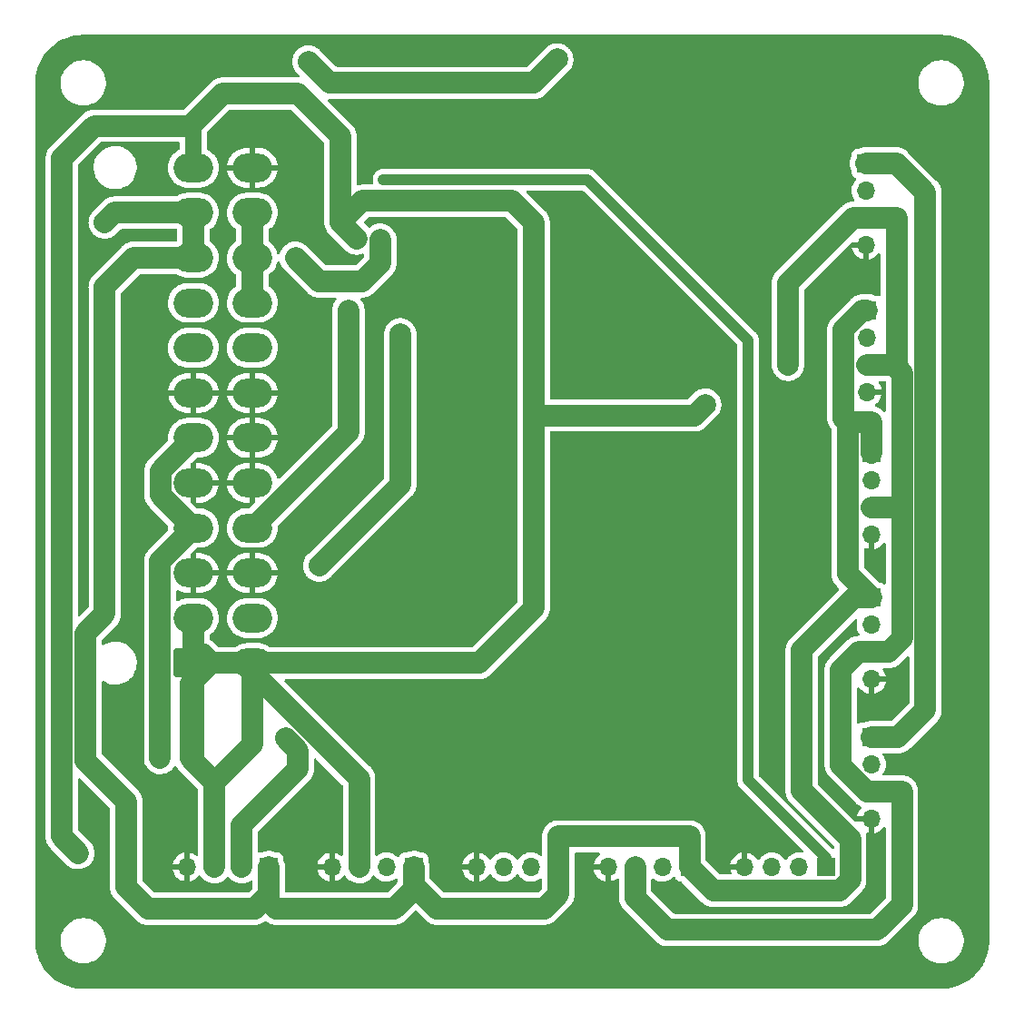
<source format=gbr>
%TF.GenerationSoftware,KiCad,Pcbnew,(6.0.7)*%
%TF.CreationDate,2022-11-08T16:58:00+08:00*%
%TF.ProjectId,main,6d61696e-2e6b-4696-9361-645f70636258,rev?*%
%TF.SameCoordinates,Original*%
%TF.FileFunction,Copper,L2,Bot*%
%TF.FilePolarity,Positive*%
%FSLAX46Y46*%
G04 Gerber Fmt 4.6, Leading zero omitted, Abs format (unit mm)*
G04 Created by KiCad (PCBNEW (6.0.7)) date 2022-11-08 16:58:00*
%MOMM*%
%LPD*%
G01*
G04 APERTURE LIST*
G04 Aperture macros list*
%AMRoundRect*
0 Rectangle with rounded corners*
0 $1 Rounding radius*
0 $2 $3 $4 $5 $6 $7 $8 $9 X,Y pos of 4 corners*
0 Add a 4 corners polygon primitive as box body*
4,1,4,$2,$3,$4,$5,$6,$7,$8,$9,$2,$3,0*
0 Add four circle primitives for the rounded corners*
1,1,$1+$1,$2,$3*
1,1,$1+$1,$4,$5*
1,1,$1+$1,$6,$7*
1,1,$1+$1,$8,$9*
0 Add four rect primitives between the rounded corners*
20,1,$1+$1,$2,$3,$4,$5,0*
20,1,$1+$1,$4,$5,$6,$7,0*
20,1,$1+$1,$6,$7,$8,$9,0*
20,1,$1+$1,$8,$9,$2,$3,0*%
G04 Aperture macros list end*
%TA.AperFunction,ComponentPad*%
%ADD10R,1.700000X1.700000*%
%TD*%
%TA.AperFunction,ComponentPad*%
%ADD11O,1.700000X1.700000*%
%TD*%
%TA.AperFunction,ComponentPad*%
%ADD12RoundRect,0.250001X1.599999X-1.099999X1.599999X1.099999X-1.599999X1.099999X-1.599999X-1.099999X0*%
%TD*%
%TA.AperFunction,ComponentPad*%
%ADD13O,3.700000X2.700000*%
%TD*%
%TA.AperFunction,ViaPad*%
%ADD14C,0.800000*%
%TD*%
%TA.AperFunction,ViaPad*%
%ADD15C,2.000000*%
%TD*%
%TA.AperFunction,Conductor*%
%ADD16C,2.000000*%
%TD*%
%TA.AperFunction,Conductor*%
%ADD17C,1.500000*%
%TD*%
%TA.AperFunction,Conductor*%
%ADD18C,1.000000*%
%TD*%
G04 APERTURE END LIST*
D10*
%TO.P,J8,1,Pin_1*%
%TO.N,/12V*%
X103125000Y-51200000D03*
D11*
%TO.P,J8,2,Pin_2*%
%TO.N,/5V*%
X103125000Y-53740000D03*
%TO.P,J8,3,Pin_3*%
%TO.N,/3V3*%
X103125000Y-56280000D03*
%TO.P,J8,4,Pin_4*%
%TO.N,GND*%
X103125000Y-58820000D03*
%TD*%
D10*
%TO.P,J7,1,Pin_1*%
%TO.N,/12V*%
X103000000Y-37500000D03*
D11*
%TO.P,J7,2,Pin_2*%
%TO.N,/5V*%
X103000000Y-40040000D03*
%TO.P,J7,3,Pin_3*%
%TO.N,/3V3*%
X103000000Y-42580000D03*
%TO.P,J7,4,Pin_4*%
%TO.N,GND*%
X103000000Y-45120000D03*
%TD*%
D10*
%TO.P,J5,1,Pin_1*%
%TO.N,/12V*%
X86550000Y-103125000D03*
D11*
%TO.P,J5,2,Pin_2*%
%TO.N,/5V*%
X84010000Y-103125000D03*
%TO.P,J5,3,Pin_3*%
%TO.N,/3V3*%
X81470000Y-103125000D03*
%TO.P,J5,4,Pin_4*%
%TO.N,GND*%
X78930000Y-103125000D03*
%TD*%
D10*
%TO.P,J9,1,Pin_1*%
%TO.N,/12V*%
X103500000Y-64500000D03*
D11*
%TO.P,J9,2,Pin_2*%
%TO.N,/5V*%
X103500000Y-67040000D03*
%TO.P,J9,3,Pin_3*%
%TO.N,/3V3*%
X103500000Y-69580000D03*
%TO.P,J9,4,Pin_4*%
%TO.N,GND*%
X103500000Y-72120000D03*
%TD*%
D10*
%TO.P,J3,1,Pin_1*%
%TO.N,/12V*%
X74300000Y-103125000D03*
D11*
%TO.P,J3,2,Pin_2*%
%TO.N,/5V*%
X71760000Y-103125000D03*
%TO.P,J3,3,Pin_3*%
%TO.N,/3V3*%
X69220000Y-103125000D03*
%TO.P,J3,4,Pin_4*%
%TO.N,GND*%
X66680000Y-103125000D03*
%TD*%
D10*
%TO.P,J2,1,Pin_1*%
%TO.N,/5V_SB*%
X99300000Y-103125000D03*
D11*
%TO.P,J2,2,Pin_2*%
%TO.N,/PS_ON*%
X96760000Y-103125000D03*
%TO.P,J2,3,Pin_3*%
%TO.N,/PWR_OK*%
X94220000Y-103125000D03*
%TO.P,J2,4,Pin_4*%
%TO.N,GND*%
X91680000Y-103125000D03*
%TD*%
D12*
%TO.P,J1,1,+3.3V*%
%TO.N,/3V3*%
X40275000Y-84100000D03*
D13*
%TO.P,J1,2,+3.3V*%
X40275000Y-79900000D03*
%TO.P,J1,3,GND*%
%TO.N,GND*%
X40275000Y-75700000D03*
%TO.P,J1,4,+5V*%
%TO.N,/5V*%
X40275000Y-71500000D03*
%TO.P,J1,5,GND*%
%TO.N,GND*%
X40275000Y-67300000D03*
%TO.P,J1,6,+5V*%
%TO.N,/5V*%
X40275000Y-63100000D03*
%TO.P,J1,7,GND*%
%TO.N,GND*%
X40275000Y-58900000D03*
%TO.P,J1,8,PWR_OK*%
%TO.N,/PWR_OK*%
X40275000Y-54700000D03*
%TO.P,J1,9,+5VSB*%
%TO.N,/5V_SB*%
X40275000Y-50500000D03*
%TO.P,J1,10,+12V*%
%TO.N,/12V*%
X40275000Y-46300000D03*
%TO.P,J1,11,+12V*%
X40275000Y-42100000D03*
%TO.P,J1,12,+3.3V*%
%TO.N,/3V3*%
X40275000Y-37900000D03*
%TO.P,J1,13,+3.3V*%
X45775000Y-84100000D03*
%TO.P,J1,14,-12V*%
%TO.N,/-12V*%
X45775000Y-79900000D03*
%TO.P,J1,15,GND*%
%TO.N,GND*%
X45775000Y-75700000D03*
%TO.P,J1,16,PS_ON#*%
%TO.N,/PS_ON*%
X45775000Y-71500000D03*
%TO.P,J1,17,GND*%
%TO.N,GND*%
X45775000Y-67300000D03*
%TO.P,J1,18,GND*%
X45775000Y-63100000D03*
%TO.P,J1,19,GND*%
X45775000Y-58900000D03*
%TO.P,J1,20,NC*%
%TO.N,unconnected-(J1-Pad20)*%
X45775000Y-54700000D03*
%TO.P,J1,21,+5V*%
%TO.N,/5V*%
X45775000Y-50500000D03*
%TO.P,J1,22,+5V*%
X45775000Y-46300000D03*
%TO.P,J1,23,+5V*%
X45775000Y-42100000D03*
%TO.P,J1,24,GND*%
%TO.N,GND*%
X45775000Y-37900000D03*
%TD*%
D10*
%TO.P,J10,1,Pin_1*%
%TO.N,/12V*%
X103500000Y-78000000D03*
D11*
%TO.P,J10,2,Pin_2*%
%TO.N,/5V*%
X103500000Y-80540000D03*
%TO.P,J10,3,Pin_3*%
%TO.N,/3V3*%
X103500000Y-83080000D03*
%TO.P,J10,4,Pin_4*%
%TO.N,GND*%
X103500000Y-85620000D03*
%TD*%
D10*
%TO.P,J4,1,Pin_1*%
%TO.N,/12V*%
X60800000Y-103125000D03*
D11*
%TO.P,J4,2,Pin_2*%
%TO.N,/5V*%
X58260000Y-103125000D03*
%TO.P,J4,3,Pin_3*%
%TO.N,/3V3*%
X55720000Y-103125000D03*
%TO.P,J4,4,Pin_4*%
%TO.N,GND*%
X53180000Y-103125000D03*
%TD*%
D10*
%TO.P,J11,1,Pin_1*%
%TO.N,/12V*%
X103500000Y-91000000D03*
D11*
%TO.P,J11,2,Pin_2*%
%TO.N,/5V*%
X103500000Y-93540000D03*
%TO.P,J11,3,Pin_3*%
%TO.N,/3V3*%
X103500000Y-96080000D03*
%TO.P,J11,4,Pin_4*%
%TO.N,GND*%
X103500000Y-98620000D03*
%TD*%
D10*
%TO.P,J6,1,Pin_1*%
%TO.N,/12V*%
X47300000Y-103125000D03*
D11*
%TO.P,J6,2,Pin_2*%
%TO.N,/5V*%
X44760000Y-103125000D03*
%TO.P,J6,3,Pin_3*%
%TO.N,/3V3*%
X42220000Y-103125000D03*
%TO.P,J6,4,Pin_4*%
%TO.N,GND*%
X39680000Y-103125000D03*
%TD*%
D14*
%TO.N,/3V3*%
X55500000Y-44500000D03*
X29536900Y-101816100D03*
D15*
X95720000Y-56280000D03*
X88000000Y-60000000D03*
D14*
%TO.N,GND*%
X90000000Y-39000000D03*
X89977690Y-43006224D03*
X88000000Y-41000000D03*
X64000000Y-61000000D03*
X90000000Y-45000000D03*
X80000000Y-90000000D03*
X90000000Y-37000000D03*
X88000000Y-39000000D03*
X92000000Y-45000000D03*
X101000000Y-30000000D03*
X91977690Y-43006224D03*
X92000000Y-39000000D03*
X51000000Y-98000000D03*
X74000000Y-97000000D03*
X35000000Y-53000000D03*
X80000000Y-67000000D03*
X88000000Y-37000000D03*
X92000000Y-41000000D03*
X88000000Y-45000000D03*
X87977690Y-43006224D03*
X90000000Y-41000000D03*
X92000000Y-37000000D03*
D15*
%TO.N,/5V*%
X59563800Y-53436200D03*
D14*
X37170800Y-92949200D03*
D15*
X52000000Y-75000000D03*
X48869565Y-91130435D03*
D14*
%TO.N,/5V_SB*%
X58000000Y-39000000D03*
D15*
%TO.N,/12V*%
X32000000Y-43000000D03*
X51000000Y-28000000D03*
X74200100Y-27799900D03*
D14*
%TO.N,/PS_ON*%
X54731600Y-51202000D03*
%TO.N,Net-(D4-Pad1)*%
X57706200Y-44616800D03*
X49792500Y-46312800D03*
%TD*%
D16*
%TO.N,/3V3*%
X45775000Y-84100000D02*
X44950400Y-84100000D01*
X105850000Y-56155000D02*
X105975000Y-56280000D01*
X105550200Y-56280000D02*
X105975000Y-56280000D01*
X45775000Y-84100000D02*
X66900000Y-84100000D01*
X105850000Y-42580000D02*
X105850000Y-56155000D01*
X50000000Y-31000000D02*
X54000000Y-35000000D01*
X105550200Y-56280000D02*
X106350000Y-57079800D01*
X106350000Y-106650000D02*
X104000000Y-109000000D01*
X29536900Y-101816100D02*
X27989500Y-100268700D01*
X103500000Y-69580000D02*
X106350000Y-69580000D01*
X81470000Y-105975000D02*
X81470000Y-103125000D01*
X105212500Y-56280000D02*
X105550200Y-56280000D01*
X42220000Y-103125000D02*
X42220000Y-95220000D01*
X40275000Y-83250000D02*
X41075000Y-83250000D01*
X44950300Y-84100000D02*
X44950400Y-84100000D01*
X103125000Y-56280000D02*
X105212500Y-56280000D01*
X70000000Y-41000000D02*
X56000000Y-41000000D01*
X27989500Y-100268700D02*
X27989500Y-43010500D01*
X40275000Y-93275000D02*
X42220000Y-95220000D01*
X84495000Y-109000000D02*
X81470000Y-105975000D01*
X87000000Y-61000000D02*
X88000000Y-60000000D01*
X103500000Y-96080000D02*
X106350000Y-96080000D01*
X54000000Y-37000000D02*
X54000000Y-43000000D01*
X27989500Y-37010500D02*
X31000000Y-34000000D01*
X55720000Y-94869600D02*
X55720000Y-103125000D01*
X66900000Y-84100000D02*
X72000000Y-79000000D01*
X72000000Y-43000000D02*
X72000000Y-61000000D01*
X43000000Y-31000000D02*
X50000000Y-31000000D01*
X101797919Y-42580000D02*
X95720000Y-48657919D01*
X100650000Y-84727919D02*
X102297919Y-83080000D01*
D17*
X40275000Y-34275000D02*
X40000000Y-34000000D01*
D16*
X106350000Y-96080000D02*
X106350000Y-106650000D01*
X40000000Y-34000000D02*
X43000000Y-31000000D01*
X42220000Y-95220000D02*
X40000000Y-93000000D01*
X106350000Y-69580000D02*
X106350000Y-81810000D01*
X103000000Y-42580000D02*
X101797919Y-42580000D01*
X40000000Y-93000000D02*
X40000000Y-86025000D01*
X103500000Y-96080000D02*
X103122500Y-96080000D01*
X40275000Y-79900000D02*
X40275000Y-93275000D01*
X45775000Y-84100000D02*
X45775000Y-91665000D01*
X106350000Y-57079800D02*
X106350000Y-69580000D01*
X100650000Y-93607500D02*
X100650000Y-84727919D01*
X44950300Y-84100000D02*
X41925000Y-84100000D01*
X72000000Y-61000000D02*
X72000000Y-79000000D01*
X56000000Y-41000000D02*
X54000000Y-43000000D01*
X44950400Y-84100000D02*
X55720000Y-94869600D01*
X70000000Y-41000000D02*
X72000000Y-43000000D01*
X54000000Y-35000000D02*
X54000000Y-37000000D01*
X102297919Y-83080000D02*
X103500000Y-83080000D01*
X45775000Y-91665000D02*
X42220000Y-95220000D01*
X105080000Y-83080000D02*
X103500000Y-83080000D01*
X103000000Y-42580000D02*
X105850000Y-42580000D01*
X27989500Y-43010500D02*
X27989500Y-37010500D01*
X106350000Y-81810000D02*
X105080000Y-83080000D01*
X72000000Y-61000000D02*
X87000000Y-61000000D01*
X95720000Y-48657919D02*
X95720000Y-56280000D01*
X41925000Y-84100000D02*
X41100000Y-84925000D01*
X54000000Y-43000000D02*
X55500000Y-44500000D01*
X40000000Y-86025000D02*
X41100000Y-84925000D01*
X40275000Y-79900000D02*
X40275000Y-83250000D01*
X103122500Y-96080000D02*
X100650000Y-93607500D01*
X41075000Y-83250000D02*
X41925000Y-84100000D01*
D17*
X40275000Y-37900000D02*
X40275000Y-34275000D01*
D16*
X41100000Y-84925000D02*
X40275000Y-84100000D01*
X31000000Y-34000000D02*
X40000000Y-34000000D01*
X104000000Y-109000000D02*
X84495000Y-109000000D01*
%TO.N,/5V*%
X45775000Y-42100000D02*
X45775000Y-46300000D01*
X40275000Y-71500000D02*
X37170800Y-74604200D01*
X52000000Y-75000000D02*
X59563800Y-67436200D01*
X37209200Y-68434200D02*
X40275000Y-71500000D01*
X50000000Y-92260870D02*
X48869565Y-91130435D01*
X45775000Y-46300000D02*
X45775000Y-50500000D01*
X50000000Y-94000000D02*
X50000000Y-92260870D01*
X44760000Y-99240000D02*
X50000000Y-94000000D01*
X37170800Y-74604200D02*
X37170800Y-92949200D01*
X40275000Y-63100000D02*
X37209200Y-66165800D01*
X59563800Y-67436200D02*
X59563800Y-53436200D01*
X44760000Y-103125000D02*
X44760000Y-99240000D01*
X37209200Y-66165800D02*
X37209200Y-68434200D01*
D18*
%TO.N,/5V_SB*%
X92000000Y-95000000D02*
X99300000Y-102300000D01*
X77000000Y-39000000D02*
X92000000Y-54000000D01*
X58000000Y-39000000D02*
X77000000Y-39000000D01*
X92000000Y-54000000D02*
X92000000Y-95000000D01*
X99300000Y-102300000D02*
X99300000Y-103125000D01*
D16*
%TO.N,/12V*%
X30189500Y-81349999D02*
X30189500Y-93189500D01*
X34000000Y-97000000D02*
X34000000Y-105000000D01*
X48000000Y-107000000D02*
X59000000Y-107000000D01*
X86550000Y-103125000D02*
X86550000Y-100275000D01*
X103000000Y-37500000D02*
X105850000Y-37500000D01*
X101529000Y-100529000D02*
X101529000Y-104325200D01*
X97000000Y-96000000D02*
X101529000Y-100529000D01*
X40275000Y-42100000D02*
X40275000Y-46300000D01*
X32900000Y-42100000D02*
X32000000Y-43000000D01*
X74300000Y-105700000D02*
X74300000Y-103125000D01*
X101295800Y-61650000D02*
X103500000Y-61650000D01*
X60800000Y-103561800D02*
X60800000Y-104800000D01*
X34000000Y-105000000D02*
X36000000Y-107000000D01*
X106000000Y-91000000D02*
X103500000Y-91000000D01*
X86550000Y-100275000D02*
X74300000Y-100275000D01*
X100899700Y-61253900D02*
X101295800Y-61650000D01*
X105850000Y-37500000D02*
X108550200Y-40200200D01*
X100899700Y-52996600D02*
X100899700Y-61253900D01*
X73000000Y-107000000D02*
X74300000Y-105700000D01*
X60800000Y-104800000D02*
X63000000Y-107000000D01*
X32000000Y-79539499D02*
X30189500Y-81349999D01*
X40275000Y-42100000D02*
X32900000Y-42100000D01*
X60800000Y-103561800D02*
X60800000Y-103125000D01*
X32000000Y-49000000D02*
X32000000Y-79539499D01*
X101295800Y-75795800D02*
X103500000Y-78000000D01*
X53000000Y-30000000D02*
X72000000Y-30000000D01*
X100507800Y-105346400D02*
X88771400Y-105346400D01*
X101295800Y-61650000D02*
X101295800Y-72295800D01*
X74300000Y-103125000D02*
X74300000Y-100275000D01*
X60800000Y-105200000D02*
X60800000Y-103561800D01*
X40275000Y-46300000D02*
X34700000Y-46300000D01*
X47300000Y-106300000D02*
X48000000Y-107000000D01*
X88771400Y-105346400D02*
X86550000Y-103125000D01*
X101529000Y-104325200D02*
X100507800Y-105346400D01*
X36000000Y-107000000D02*
X46000000Y-107000000D01*
X103500000Y-78000000D02*
X101891200Y-78000000D01*
X108550200Y-88449800D02*
X106000000Y-91000000D01*
X101891200Y-78000000D02*
X97000000Y-82891200D01*
X102696300Y-51200000D02*
X100899700Y-52996600D01*
X103125000Y-51200000D02*
X102696300Y-51200000D01*
X47300000Y-105700000D02*
X47300000Y-103125000D01*
X103500000Y-64500000D02*
X103500000Y-61650000D01*
X97000000Y-82891200D02*
X97000000Y-96000000D01*
X101295800Y-72295800D02*
X101295800Y-75795800D01*
X34700000Y-46300000D02*
X32000000Y-49000000D01*
X63000000Y-107000000D02*
X73000000Y-107000000D01*
X51000000Y-28000000D02*
X53000000Y-30000000D01*
X46000000Y-107000000D02*
X47300000Y-105700000D01*
X108550200Y-40200200D02*
X108550200Y-88449800D01*
X72000000Y-30000000D02*
X74200100Y-27799900D01*
X47300000Y-103125000D02*
X47300000Y-106300000D01*
X30189500Y-93189500D02*
X34000000Y-97000000D01*
X59000000Y-107000000D02*
X60800000Y-105200000D01*
%TO.N,/PS_ON*%
X54731600Y-62543400D02*
X45775000Y-71500000D01*
X54731600Y-51202000D02*
X54731600Y-62543400D01*
%TO.N,Net-(D4-Pad1)*%
X57706200Y-46793800D02*
X57706200Y-44616800D01*
X51979700Y-48500000D02*
X56000000Y-48500000D01*
X56000000Y-48500000D02*
X57706200Y-46793800D01*
X49792500Y-46312800D02*
X51979700Y-48500000D01*
%TD*%
%TA.AperFunction,Conductor*%
%TO.N,GND*%
G36*
X109970018Y-25510000D02*
G01*
X109984851Y-25512310D01*
X109984855Y-25512310D01*
X109993724Y-25513691D01*
X110014183Y-25511016D01*
X110036007Y-25510072D01*
X110385965Y-25525352D01*
X110396913Y-25526310D01*
X110774498Y-25576019D01*
X110785307Y-25577926D01*
X111157114Y-25660353D01*
X111167731Y-25663198D01*
X111530939Y-25777718D01*
X111541254Y-25781471D01*
X111893123Y-25927220D01*
X111903067Y-25931858D01*
X112240867Y-26107705D01*
X112250387Y-26113201D01*
X112571574Y-26317820D01*
X112580578Y-26324124D01*
X112882716Y-26555962D01*
X112891137Y-26563028D01*
X113171914Y-26820314D01*
X113179686Y-26828086D01*
X113436972Y-27108863D01*
X113444038Y-27117284D01*
X113675876Y-27419422D01*
X113682180Y-27428426D01*
X113886799Y-27749613D01*
X113892294Y-27759132D01*
X114061524Y-28084218D01*
X114068138Y-28096924D01*
X114072780Y-28106877D01*
X114218526Y-28458739D01*
X114222282Y-28469061D01*
X114305049Y-28731561D01*
X114336802Y-28832268D01*
X114339647Y-28842885D01*
X114384339Y-29044476D01*
X114422073Y-29214685D01*
X114423981Y-29225502D01*
X114468539Y-29563963D01*
X114473690Y-29603086D01*
X114474648Y-29614035D01*
X114483569Y-29818344D01*
X114489603Y-29956552D01*
X114488223Y-29981429D01*
X114486309Y-29993724D01*
X114487473Y-30002626D01*
X114487473Y-30002628D01*
X114490436Y-30025283D01*
X114491500Y-30041621D01*
X114491500Y-109950633D01*
X114490000Y-109970018D01*
X114487690Y-109984851D01*
X114487690Y-109984855D01*
X114486309Y-109993724D01*
X114488984Y-110014183D01*
X114489928Y-110036007D01*
X114478189Y-110304871D01*
X114474648Y-110385964D01*
X114473690Y-110396913D01*
X114431696Y-110715898D01*
X114423982Y-110774490D01*
X114422074Y-110785307D01*
X114378292Y-110982799D01*
X114339647Y-111157114D01*
X114336802Y-111167731D01*
X114247910Y-111449661D01*
X114222285Y-111530932D01*
X114218529Y-111541254D01*
X114107329Y-111809715D01*
X114072784Y-111893114D01*
X114068142Y-111903067D01*
X113968815Y-112093873D01*
X113892295Y-112240867D01*
X113886799Y-112250387D01*
X113682180Y-112571574D01*
X113675876Y-112580578D01*
X113444038Y-112882716D01*
X113436972Y-112891137D01*
X113179686Y-113171914D01*
X113171914Y-113179686D01*
X112891137Y-113436972D01*
X112882716Y-113444038D01*
X112580578Y-113675876D01*
X112571574Y-113682180D01*
X112250387Y-113886799D01*
X112240868Y-113892294D01*
X111903067Y-114068142D01*
X111893123Y-114072780D01*
X111541254Y-114218529D01*
X111530939Y-114222282D01*
X111167732Y-114336802D01*
X111157115Y-114339647D01*
X110785307Y-114422074D01*
X110774498Y-114423981D01*
X110396914Y-114473690D01*
X110385965Y-114474648D01*
X110043446Y-114489603D01*
X110018571Y-114488223D01*
X110006276Y-114486309D01*
X109997374Y-114487473D01*
X109997372Y-114487473D01*
X109982323Y-114489441D01*
X109974714Y-114490436D01*
X109958379Y-114491500D01*
X30049367Y-114491500D01*
X30029982Y-114490000D01*
X30015149Y-114487690D01*
X30015145Y-114487690D01*
X30006276Y-114486309D01*
X29985817Y-114488984D01*
X29963993Y-114489928D01*
X29614035Y-114474648D01*
X29603086Y-114473690D01*
X29225502Y-114423981D01*
X29214693Y-114422074D01*
X28842885Y-114339647D01*
X28832268Y-114336802D01*
X28469061Y-114222282D01*
X28458746Y-114218529D01*
X28106877Y-114072780D01*
X28096933Y-114068142D01*
X27759132Y-113892294D01*
X27749613Y-113886799D01*
X27428426Y-113682180D01*
X27419422Y-113675876D01*
X27117284Y-113444038D01*
X27108863Y-113436972D01*
X26828086Y-113179686D01*
X26820314Y-113171914D01*
X26563028Y-112891137D01*
X26555962Y-112882716D01*
X26324124Y-112580578D01*
X26317820Y-112571574D01*
X26113201Y-112250387D01*
X26107705Y-112240867D01*
X26031185Y-112093873D01*
X25931858Y-111903067D01*
X25927216Y-111893114D01*
X25892672Y-111809715D01*
X25781471Y-111541254D01*
X25777715Y-111530932D01*
X25752091Y-111449661D01*
X25663198Y-111167731D01*
X25660353Y-111157114D01*
X25621708Y-110982799D01*
X25577926Y-110785307D01*
X25576018Y-110774490D01*
X25568305Y-110715898D01*
X25526310Y-110396913D01*
X25525352Y-110385964D01*
X25521811Y-110304871D01*
X25514294Y-110132703D01*
X27890743Y-110132703D01*
X27891302Y-110136947D01*
X27891302Y-110136951D01*
X27902788Y-110224191D01*
X27928268Y-110417734D01*
X28004129Y-110695036D01*
X28005813Y-110698984D01*
X28094730Y-110907445D01*
X28116923Y-110959476D01*
X28128693Y-110979142D01*
X28241562Y-111167732D01*
X28264561Y-111206161D01*
X28444313Y-111430528D01*
X28652851Y-111628423D01*
X28675787Y-111644904D01*
X28877898Y-111790136D01*
X28886317Y-111796186D01*
X28890112Y-111798195D01*
X28890113Y-111798196D01*
X28911869Y-111809715D01*
X29140392Y-111930712D01*
X29410373Y-112029511D01*
X29691264Y-112090755D01*
X29719841Y-112093004D01*
X29914282Y-112108307D01*
X29914291Y-112108307D01*
X29916739Y-112108500D01*
X30072271Y-112108500D01*
X30074407Y-112108354D01*
X30074418Y-112108354D01*
X30282548Y-112094165D01*
X30282554Y-112094164D01*
X30286825Y-112093873D01*
X30291020Y-112093004D01*
X30291022Y-112093004D01*
X30427584Y-112064723D01*
X30568342Y-112035574D01*
X30839343Y-111939607D01*
X31094812Y-111807750D01*
X31098313Y-111805289D01*
X31098317Y-111805287D01*
X31212418Y-111725095D01*
X31330023Y-111642441D01*
X31408403Y-111569606D01*
X31537479Y-111449661D01*
X31537481Y-111449658D01*
X31540622Y-111446740D01*
X31722713Y-111224268D01*
X31872927Y-110979142D01*
X31988483Y-110715898D01*
X32067244Y-110439406D01*
X32107751Y-110154784D01*
X32107808Y-110144062D01*
X32109235Y-109871583D01*
X32109235Y-109871576D01*
X32109257Y-109867297D01*
X32071732Y-109582266D01*
X31995871Y-109304964D01*
X31883077Y-109040524D01*
X31735439Y-108793839D01*
X31555687Y-108569472D01*
X31396660Y-108418561D01*
X31350258Y-108374527D01*
X31350255Y-108374525D01*
X31347149Y-108371577D01*
X31142042Y-108224192D01*
X31117172Y-108206321D01*
X31117171Y-108206320D01*
X31113683Y-108203814D01*
X31091843Y-108192250D01*
X31036081Y-108162726D01*
X30859608Y-108069288D01*
X30589627Y-107970489D01*
X30308736Y-107909245D01*
X30277685Y-107906801D01*
X30085718Y-107891693D01*
X30085709Y-107891693D01*
X30083261Y-107891500D01*
X29927729Y-107891500D01*
X29925593Y-107891646D01*
X29925582Y-107891646D01*
X29717452Y-107905835D01*
X29717446Y-107905836D01*
X29713175Y-107906127D01*
X29708980Y-107906996D01*
X29708978Y-107906996D01*
X29572417Y-107935276D01*
X29431658Y-107964426D01*
X29160657Y-108060393D01*
X29156848Y-108062359D01*
X28925714Y-108181656D01*
X28905188Y-108192250D01*
X28901687Y-108194711D01*
X28901683Y-108194713D01*
X28825832Y-108248022D01*
X28669977Y-108357559D01*
X28608467Y-108414718D01*
X28502854Y-108512860D01*
X28459378Y-108553260D01*
X28277287Y-108775732D01*
X28127073Y-109020858D01*
X28011517Y-109284102D01*
X27932756Y-109560594D01*
X27892249Y-109845216D01*
X27892227Y-109849505D01*
X27892226Y-109849512D01*
X27890804Y-110121012D01*
X27890743Y-110132703D01*
X25514294Y-110132703D01*
X25510561Y-110047206D01*
X25512188Y-110020805D01*
X25512769Y-110017352D01*
X25512770Y-110017345D01*
X25513576Y-110012552D01*
X25513729Y-110000000D01*
X25509773Y-109972376D01*
X25508500Y-109954514D01*
X25508500Y-37036913D01*
X26476322Y-37036913D01*
X26476816Y-37041948D01*
X26480399Y-37078492D01*
X26481000Y-37090788D01*
X26481000Y-100244684D01*
X26480951Y-100248202D01*
X26478166Y-100347905D01*
X26478835Y-100352919D01*
X26488558Y-100425786D01*
X26489258Y-100432339D01*
X26495560Y-100510665D01*
X26503397Y-100542570D01*
X26505926Y-100555958D01*
X26510271Y-100588520D01*
X26511732Y-100593361D01*
X26511733Y-100593363D01*
X26532978Y-100663729D01*
X26534719Y-100670090D01*
X26553463Y-100746406D01*
X26555441Y-100751066D01*
X26566301Y-100776651D01*
X26570938Y-100789461D01*
X26580433Y-100820908D01*
X26582651Y-100825456D01*
X26582654Y-100825463D01*
X26614871Y-100891518D01*
X26617607Y-100897520D01*
X26648312Y-100969856D01*
X26651004Y-100974130D01*
X26665819Y-100997656D01*
X26672445Y-101009560D01*
X26686846Y-101039088D01*
X26689765Y-101043225D01*
X26689765Y-101043226D01*
X26732141Y-101103297D01*
X26735801Y-101108786D01*
X26777667Y-101175267D01*
X26781008Y-101179056D01*
X26781012Y-101179062D01*
X26799398Y-101199917D01*
X26807844Y-101210612D01*
X26826774Y-101237447D01*
X26846409Y-101258950D01*
X26886125Y-101298666D01*
X26891544Y-101304436D01*
X26934850Y-101353558D01*
X26934853Y-101353561D01*
X26938198Y-101357355D01*
X26942106Y-101360565D01*
X26942107Y-101360566D01*
X26970489Y-101383879D01*
X26979608Y-101392149D01*
X28513364Y-102925905D01*
X28515274Y-102927531D01*
X28515281Y-102927537D01*
X28614438Y-103011926D01*
X28651620Y-103043570D01*
X28859258Y-103169321D01*
X29084329Y-103260255D01*
X29089260Y-103261375D01*
X29089259Y-103261375D01*
X29316113Y-103312915D01*
X29316116Y-103312916D01*
X29321044Y-103314035D01*
X29326091Y-103314353D01*
X29326094Y-103314353D01*
X29546550Y-103328223D01*
X29555462Y-103328784D01*
X29558259Y-103328960D01*
X29563313Y-103329278D01*
X29751376Y-103310837D01*
X29799875Y-103306082D01*
X29799876Y-103306082D01*
X29804902Y-103305589D01*
X30039596Y-103243581D01*
X30261356Y-103144846D01*
X30464478Y-103011926D01*
X30620379Y-102869570D01*
X30640003Y-102851651D01*
X30640005Y-102851649D01*
X30643736Y-102848242D01*
X30722687Y-102748631D01*
X30791373Y-102661971D01*
X30791377Y-102661965D01*
X30794518Y-102658002D01*
X30912945Y-102446102D01*
X30954458Y-102332048D01*
X30994239Y-102222752D01*
X30994240Y-102222747D01*
X30995970Y-102217995D01*
X30998703Y-102203671D01*
X31040507Y-101984522D01*
X31041456Y-101979547D01*
X31046299Y-101806161D01*
X31048093Y-101741950D01*
X31048093Y-101741947D01*
X31048234Y-101736895D01*
X31031716Y-101613095D01*
X31016798Y-101501294D01*
X31016129Y-101496280D01*
X30982193Y-101383879D01*
X30947432Y-101268743D01*
X30947430Y-101268739D01*
X30945967Y-101263892D01*
X30839554Y-101045712D01*
X30699626Y-100847353D01*
X30679991Y-100825850D01*
X29534905Y-99680764D01*
X29500879Y-99618452D01*
X29498000Y-99591669D01*
X29498000Y-94935531D01*
X29518002Y-94867410D01*
X29571658Y-94820917D01*
X29641932Y-94810813D01*
X29706512Y-94840307D01*
X29713095Y-94846436D01*
X32454595Y-97587936D01*
X32488621Y-97650248D01*
X32491500Y-97677031D01*
X32491500Y-104975984D01*
X32491451Y-104979502D01*
X32488666Y-105079205D01*
X32489335Y-105084219D01*
X32499058Y-105157086D01*
X32499758Y-105163639D01*
X32506060Y-105241965D01*
X32513897Y-105273870D01*
X32516426Y-105287258D01*
X32520771Y-105319820D01*
X32522232Y-105324661D01*
X32522233Y-105324663D01*
X32543478Y-105395029D01*
X32545219Y-105401390D01*
X32563963Y-105477706D01*
X32565941Y-105482366D01*
X32576801Y-105507951D01*
X32581438Y-105520761D01*
X32590933Y-105552208D01*
X32593151Y-105556756D01*
X32593154Y-105556763D01*
X32625371Y-105622818D01*
X32628107Y-105628820D01*
X32644972Y-105668551D01*
X32658812Y-105701156D01*
X32661504Y-105705430D01*
X32676319Y-105728956D01*
X32682945Y-105740860D01*
X32697346Y-105770388D01*
X32724933Y-105809494D01*
X32742641Y-105834597D01*
X32746301Y-105840086D01*
X32788167Y-105906567D01*
X32791508Y-105910356D01*
X32791512Y-105910362D01*
X32809898Y-105931217D01*
X32818344Y-105941912D01*
X32837274Y-105968747D01*
X32856909Y-105990250D01*
X32896625Y-106029966D01*
X32902044Y-106035736D01*
X32945350Y-106084858D01*
X32945353Y-106084861D01*
X32948698Y-106088655D01*
X32952606Y-106091865D01*
X32952607Y-106091866D01*
X32980989Y-106115179D01*
X32990108Y-106123449D01*
X34916325Y-108049666D01*
X34918779Y-108052188D01*
X34962060Y-108097956D01*
X34987332Y-108124681D01*
X35033601Y-108160056D01*
X35049757Y-108172408D01*
X35054892Y-108176552D01*
X35086925Y-108203814D01*
X35114720Y-108227470D01*
X35119045Y-108230089D01*
X35119050Y-108230093D01*
X35142824Y-108244491D01*
X35154071Y-108252163D01*
X35180174Y-108272120D01*
X35241255Y-108304871D01*
X35249401Y-108309239D01*
X35255126Y-108312504D01*
X35322358Y-108353221D01*
X35340320Y-108360478D01*
X35352817Y-108365527D01*
X35365158Y-108371307D01*
X35394109Y-108386831D01*
X35398890Y-108388477D01*
X35398894Y-108388479D01*
X35468401Y-108412412D01*
X35474579Y-108414722D01*
X35488962Y-108420533D01*
X35547429Y-108444155D01*
X35552369Y-108445277D01*
X35552368Y-108445277D01*
X35579460Y-108451432D01*
X35592559Y-108455163D01*
X35623631Y-108465862D01*
X35701100Y-108479243D01*
X35707504Y-108480523D01*
X35784144Y-108497935D01*
X35816953Y-108499999D01*
X35830453Y-108501585D01*
X35862836Y-108507179D01*
X35866793Y-108507359D01*
X35866796Y-108507359D01*
X35890506Y-108508436D01*
X35890525Y-108508436D01*
X35891925Y-108508500D01*
X35948107Y-108508500D01*
X35956018Y-108508749D01*
X36026412Y-108513178D01*
X36067991Y-108509101D01*
X36080287Y-108508500D01*
X45975984Y-108508500D01*
X45979502Y-108508549D01*
X46074150Y-108511193D01*
X46074153Y-108511193D01*
X46079205Y-108511334D01*
X46157098Y-108500941D01*
X46163639Y-108500242D01*
X46192332Y-108497933D01*
X46236923Y-108494346D01*
X46236927Y-108494345D01*
X46241965Y-108493940D01*
X46273878Y-108486101D01*
X46287258Y-108483574D01*
X46319820Y-108479229D01*
X46324661Y-108477768D01*
X46324663Y-108477767D01*
X46395029Y-108456522D01*
X46401392Y-108454781D01*
X46440082Y-108445278D01*
X46477706Y-108436037D01*
X46507952Y-108423199D01*
X46520763Y-108418561D01*
X46533478Y-108414722D01*
X46552208Y-108409067D01*
X46556756Y-108406849D01*
X46556763Y-108406846D01*
X46622818Y-108374629D01*
X46628820Y-108371893D01*
X46678978Y-108350602D01*
X46701156Y-108341188D01*
X46728956Y-108323681D01*
X46740860Y-108317055D01*
X46770388Y-108302654D01*
X46834600Y-108257357D01*
X46840086Y-108253699D01*
X46902286Y-108214529D01*
X46902287Y-108214528D01*
X46906567Y-108211833D01*
X46910356Y-108208492D01*
X46910362Y-108208488D01*
X46917913Y-108201831D01*
X46982238Y-108171785D01*
X47052596Y-108181286D01*
X47082901Y-108200390D01*
X47114720Y-108227470D01*
X47119045Y-108230089D01*
X47119050Y-108230093D01*
X47142824Y-108244491D01*
X47154071Y-108252163D01*
X47180174Y-108272120D01*
X47249416Y-108309247D01*
X47255137Y-108312510D01*
X47298045Y-108338496D01*
X47322357Y-108353220D01*
X47352834Y-108365534D01*
X47365150Y-108371303D01*
X47394109Y-108386831D01*
X47468433Y-108412423D01*
X47474561Y-108414714D01*
X47506906Y-108427782D01*
X47542733Y-108442258D01*
X47542737Y-108442259D01*
X47547429Y-108444155D01*
X47552368Y-108445277D01*
X47552371Y-108445278D01*
X47579460Y-108451432D01*
X47592559Y-108455163D01*
X47623631Y-108465862D01*
X47701100Y-108479243D01*
X47707504Y-108480523D01*
X47784144Y-108497935D01*
X47816953Y-108499999D01*
X47830453Y-108501585D01*
X47862836Y-108507179D01*
X47866793Y-108507359D01*
X47866796Y-108507359D01*
X47890506Y-108508436D01*
X47890525Y-108508436D01*
X47891925Y-108508500D01*
X47948107Y-108508500D01*
X47956018Y-108508749D01*
X48026412Y-108513178D01*
X48067991Y-108509101D01*
X48080287Y-108508500D01*
X58975984Y-108508500D01*
X58979502Y-108508549D01*
X59074150Y-108511193D01*
X59074153Y-108511193D01*
X59079205Y-108511334D01*
X59157098Y-108500941D01*
X59163639Y-108500242D01*
X59192332Y-108497933D01*
X59236923Y-108494346D01*
X59236927Y-108494345D01*
X59241965Y-108493940D01*
X59273878Y-108486101D01*
X59287258Y-108483574D01*
X59319820Y-108479229D01*
X59324661Y-108477768D01*
X59324663Y-108477767D01*
X59395029Y-108456522D01*
X59401392Y-108454781D01*
X59440082Y-108445278D01*
X59477706Y-108436037D01*
X59507952Y-108423199D01*
X59520763Y-108418561D01*
X59533478Y-108414722D01*
X59552208Y-108409067D01*
X59556756Y-108406849D01*
X59556763Y-108406846D01*
X59622818Y-108374629D01*
X59628820Y-108371893D01*
X59678978Y-108350602D01*
X59701156Y-108341188D01*
X59728956Y-108323681D01*
X59740860Y-108317055D01*
X59770388Y-108302654D01*
X59834600Y-108257357D01*
X59840086Y-108253699D01*
X59902286Y-108214529D01*
X59902287Y-108214528D01*
X59906567Y-108211833D01*
X59910356Y-108208492D01*
X59910362Y-108208488D01*
X59931217Y-108190102D01*
X59941912Y-108181656D01*
X59955905Y-108171785D01*
X59968747Y-108162726D01*
X59990250Y-108143091D01*
X60029966Y-108103375D01*
X60035736Y-108097956D01*
X60084858Y-108054650D01*
X60084861Y-108054647D01*
X60088655Y-108051302D01*
X60091871Y-108047387D01*
X60115178Y-108019013D01*
X60123448Y-108009893D01*
X60910905Y-107222436D01*
X60973217Y-107188410D01*
X61044032Y-107193475D01*
X61089095Y-107222436D01*
X61916325Y-108049666D01*
X61918779Y-108052188D01*
X61962060Y-108097956D01*
X61987332Y-108124681D01*
X62033601Y-108160056D01*
X62049757Y-108172408D01*
X62054892Y-108176552D01*
X62086925Y-108203814D01*
X62114720Y-108227470D01*
X62119045Y-108230089D01*
X62119050Y-108230093D01*
X62142824Y-108244491D01*
X62154071Y-108252163D01*
X62180174Y-108272120D01*
X62241255Y-108304871D01*
X62249401Y-108309239D01*
X62255126Y-108312504D01*
X62322358Y-108353221D01*
X62340320Y-108360478D01*
X62352817Y-108365527D01*
X62365158Y-108371307D01*
X62394109Y-108386831D01*
X62398890Y-108388477D01*
X62398894Y-108388479D01*
X62468401Y-108412412D01*
X62474579Y-108414722D01*
X62488962Y-108420533D01*
X62547429Y-108444155D01*
X62552369Y-108445277D01*
X62552368Y-108445277D01*
X62579460Y-108451432D01*
X62592559Y-108455163D01*
X62623631Y-108465862D01*
X62701100Y-108479243D01*
X62707504Y-108480523D01*
X62784144Y-108497935D01*
X62816953Y-108499999D01*
X62830453Y-108501585D01*
X62862836Y-108507179D01*
X62866793Y-108507359D01*
X62866796Y-108507359D01*
X62890506Y-108508436D01*
X62890525Y-108508436D01*
X62891925Y-108508500D01*
X62948108Y-108508500D01*
X62956019Y-108508749D01*
X63026413Y-108513178D01*
X63067992Y-108509101D01*
X63080288Y-108508500D01*
X72975984Y-108508500D01*
X72979502Y-108508549D01*
X73074150Y-108511193D01*
X73074153Y-108511193D01*
X73079205Y-108511334D01*
X73157098Y-108500941D01*
X73163639Y-108500242D01*
X73192332Y-108497933D01*
X73236923Y-108494346D01*
X73236927Y-108494345D01*
X73241965Y-108493940D01*
X73273878Y-108486101D01*
X73287258Y-108483574D01*
X73319820Y-108479229D01*
X73324661Y-108477768D01*
X73324663Y-108477767D01*
X73395029Y-108456522D01*
X73401392Y-108454781D01*
X73440082Y-108445278D01*
X73477706Y-108436037D01*
X73507952Y-108423199D01*
X73520763Y-108418561D01*
X73533478Y-108414722D01*
X73552208Y-108409067D01*
X73556756Y-108406849D01*
X73556763Y-108406846D01*
X73622818Y-108374629D01*
X73628820Y-108371893D01*
X73678978Y-108350602D01*
X73701156Y-108341188D01*
X73728956Y-108323681D01*
X73740860Y-108317055D01*
X73770388Y-108302654D01*
X73834600Y-108257357D01*
X73840086Y-108253699D01*
X73902286Y-108214529D01*
X73902287Y-108214528D01*
X73906567Y-108211833D01*
X73910356Y-108208492D01*
X73910362Y-108208488D01*
X73931217Y-108190102D01*
X73941912Y-108181656D01*
X73955905Y-108171785D01*
X73968747Y-108162726D01*
X73990250Y-108143091D01*
X74029966Y-108103375D01*
X74035736Y-108097956D01*
X74084858Y-108054650D01*
X74084861Y-108054647D01*
X74088655Y-108051302D01*
X74115179Y-108019011D01*
X74123449Y-108009892D01*
X75349666Y-106783675D01*
X75352188Y-106781221D01*
X75421012Y-106716138D01*
X75421014Y-106716135D01*
X75424681Y-106712668D01*
X75472411Y-106650239D01*
X75476552Y-106645108D01*
X75524191Y-106589133D01*
X75524192Y-106589132D01*
X75527470Y-106585280D01*
X75530089Y-106580955D01*
X75530093Y-106580950D01*
X75544491Y-106557176D01*
X75552163Y-106545929D01*
X75572120Y-106519826D01*
X75609243Y-106450592D01*
X75612507Y-106444868D01*
X75639045Y-106401050D01*
X75653221Y-106377642D01*
X75655116Y-106372953D01*
X75655119Y-106372946D01*
X75665533Y-106347172D01*
X75671312Y-106334836D01*
X75684440Y-106310351D01*
X75684442Y-106310347D01*
X75686831Y-106305891D01*
X75688976Y-106299663D01*
X75712405Y-106231619D01*
X75714715Y-106225439D01*
X75742263Y-106157257D01*
X75742264Y-106157254D01*
X75744156Y-106152571D01*
X75750236Y-106125809D01*
X75751436Y-106120529D01*
X75755169Y-106107425D01*
X75764216Y-106081149D01*
X75765862Y-106076369D01*
X75766722Y-106071389D01*
X75766725Y-106071378D01*
X75779238Y-105998935D01*
X75780530Y-105992467D01*
X75796815Y-105920788D01*
X75796816Y-105920779D01*
X75797935Y-105915855D01*
X75799999Y-105883049D01*
X75801586Y-105869545D01*
X75807179Y-105837164D01*
X75808500Y-105808075D01*
X75808500Y-105751892D01*
X75808749Y-105743980D01*
X75811175Y-105705430D01*
X75813178Y-105673587D01*
X75809101Y-105632006D01*
X75808500Y-105619711D01*
X75808500Y-103392966D01*
X77598257Y-103392966D01*
X77628565Y-103527446D01*
X77631645Y-103537275D01*
X77711770Y-103734603D01*
X77716413Y-103743794D01*
X77827694Y-103925388D01*
X77833777Y-103933699D01*
X77973213Y-104094667D01*
X77980580Y-104101883D01*
X78144434Y-104237916D01*
X78152881Y-104243831D01*
X78336756Y-104351279D01*
X78346042Y-104355729D01*
X78545001Y-104431703D01*
X78554899Y-104434579D01*
X78658250Y-104455606D01*
X78672299Y-104454410D01*
X78676000Y-104444065D01*
X78676000Y-103397115D01*
X78671525Y-103381876D01*
X78670135Y-103380671D01*
X78662452Y-103379000D01*
X77613225Y-103379000D01*
X77599694Y-103382973D01*
X77598257Y-103392966D01*
X75808500Y-103392966D01*
X75808500Y-101909500D01*
X75828502Y-101841379D01*
X75882158Y-101794886D01*
X75934500Y-101783500D01*
X78077172Y-101783500D01*
X78145293Y-101803502D01*
X78191786Y-101857158D01*
X78201890Y-101927432D01*
X78172396Y-101992012D01*
X78152825Y-102010260D01*
X78029433Y-102102905D01*
X78021726Y-102109748D01*
X77874590Y-102263717D01*
X77868104Y-102271727D01*
X77748098Y-102447649D01*
X77743000Y-102456623D01*
X77653338Y-102649783D01*
X77649775Y-102659470D01*
X77594389Y-102859183D01*
X77595912Y-102867607D01*
X77608292Y-102871000D01*
X79058000Y-102871000D01*
X79126121Y-102891002D01*
X79172614Y-102944658D01*
X79184000Y-102997000D01*
X79184000Y-104443517D01*
X79188064Y-104457359D01*
X79201478Y-104459393D01*
X79208184Y-104458534D01*
X79218262Y-104456392D01*
X79422255Y-104395191D01*
X79431842Y-104391433D01*
X79623095Y-104297739D01*
X79631945Y-104292464D01*
X79762332Y-104199460D01*
X79829405Y-104176186D01*
X79898414Y-104192870D01*
X79947448Y-104244214D01*
X79961500Y-104302039D01*
X79961500Y-105950984D01*
X79961451Y-105954502D01*
X79960391Y-105992467D01*
X79958666Y-106054205D01*
X79967906Y-106123449D01*
X79969058Y-106132086D01*
X79969758Y-106138639D01*
X79976060Y-106216965D01*
X79983897Y-106248870D01*
X79986426Y-106262258D01*
X79990771Y-106294820D01*
X79992232Y-106299661D01*
X79992233Y-106299663D01*
X80013478Y-106370029D01*
X80015219Y-106376390D01*
X80033963Y-106452706D01*
X80035941Y-106457366D01*
X80046801Y-106482951D01*
X80051438Y-106495761D01*
X80060933Y-106527208D01*
X80063151Y-106531756D01*
X80063154Y-106531763D01*
X80095371Y-106597818D01*
X80098107Y-106603820D01*
X80105362Y-106620911D01*
X80128812Y-106676156D01*
X80140037Y-106693980D01*
X80146319Y-106703956D01*
X80152945Y-106715860D01*
X80167346Y-106745388D01*
X80194023Y-106783204D01*
X80212641Y-106809597D01*
X80216301Y-106815086D01*
X80244119Y-106859260D01*
X80258167Y-106881567D01*
X80261508Y-106885356D01*
X80261512Y-106885362D01*
X80279898Y-106906217D01*
X80288344Y-106916912D01*
X80307274Y-106943747D01*
X80326909Y-106965250D01*
X80366625Y-107004966D01*
X80372044Y-107010736D01*
X80415350Y-107059858D01*
X80415353Y-107059861D01*
X80418698Y-107063655D01*
X80422606Y-107066865D01*
X80422607Y-107066866D01*
X80450989Y-107090179D01*
X80460108Y-107098449D01*
X83411325Y-110049666D01*
X83413779Y-110052188D01*
X83457060Y-110097956D01*
X83482332Y-110124681D01*
X83527267Y-110159036D01*
X83544757Y-110172408D01*
X83549892Y-110176552D01*
X83609720Y-110227470D01*
X83614045Y-110230089D01*
X83614050Y-110230093D01*
X83637824Y-110244491D01*
X83649071Y-110252163D01*
X83675174Y-110272120D01*
X83736255Y-110304871D01*
X83744401Y-110309239D01*
X83750126Y-110312504D01*
X83817358Y-110353221D01*
X83847817Y-110365527D01*
X83860158Y-110371307D01*
X83889109Y-110386831D01*
X83893890Y-110388477D01*
X83893894Y-110388479D01*
X83963401Y-110412412D01*
X83969579Y-110414722D01*
X83983962Y-110420533D01*
X84042429Y-110444155D01*
X84047369Y-110445277D01*
X84047368Y-110445277D01*
X84074460Y-110451432D01*
X84087559Y-110455163D01*
X84118631Y-110465862D01*
X84196100Y-110479243D01*
X84202504Y-110480523D01*
X84279144Y-110497935D01*
X84311953Y-110499999D01*
X84325453Y-110501585D01*
X84357836Y-110507179D01*
X84361793Y-110507359D01*
X84361796Y-110507359D01*
X84385506Y-110508436D01*
X84385525Y-110508436D01*
X84386925Y-110508500D01*
X84443108Y-110508500D01*
X84451019Y-110508749D01*
X84521413Y-110513178D01*
X84562992Y-110509101D01*
X84575288Y-110508500D01*
X103975984Y-110508500D01*
X103979502Y-110508549D01*
X104074150Y-110511193D01*
X104074153Y-110511193D01*
X104079205Y-110511334D01*
X104157098Y-110500941D01*
X104163639Y-110500242D01*
X104192332Y-110497933D01*
X104236923Y-110494346D01*
X104236927Y-110494345D01*
X104241965Y-110493940D01*
X104273878Y-110486101D01*
X104287258Y-110483574D01*
X104319820Y-110479229D01*
X104324661Y-110477768D01*
X104324663Y-110477767D01*
X104395029Y-110456522D01*
X104401392Y-110454781D01*
X104415027Y-110451432D01*
X104477706Y-110436037D01*
X104507952Y-110423199D01*
X104520763Y-110418561D01*
X104537575Y-110413485D01*
X104552208Y-110409067D01*
X104556756Y-110406849D01*
X104556763Y-110406846D01*
X104622818Y-110374629D01*
X104628820Y-110371893D01*
X104678978Y-110350602D01*
X104701156Y-110341188D01*
X104728956Y-110323681D01*
X104740860Y-110317055D01*
X104770388Y-110302654D01*
X104834600Y-110257357D01*
X104840086Y-110253699D01*
X104902286Y-110214529D01*
X104902287Y-110214528D01*
X104906567Y-110211833D01*
X104910356Y-110208492D01*
X104910362Y-110208488D01*
X104931217Y-110190102D01*
X104941912Y-110181656D01*
X104955022Y-110172408D01*
X104968747Y-110162726D01*
X104990250Y-110143091D01*
X105000638Y-110132703D01*
X107890743Y-110132703D01*
X107891302Y-110136947D01*
X107891302Y-110136951D01*
X107902788Y-110224191D01*
X107928268Y-110417734D01*
X108004129Y-110695036D01*
X108005813Y-110698984D01*
X108094730Y-110907445D01*
X108116923Y-110959476D01*
X108128693Y-110979142D01*
X108241562Y-111167732D01*
X108264561Y-111206161D01*
X108444313Y-111430528D01*
X108652851Y-111628423D01*
X108675787Y-111644904D01*
X108877898Y-111790136D01*
X108886317Y-111796186D01*
X108890112Y-111798195D01*
X108890113Y-111798196D01*
X108911869Y-111809715D01*
X109140392Y-111930712D01*
X109410373Y-112029511D01*
X109691264Y-112090755D01*
X109719841Y-112093004D01*
X109914282Y-112108307D01*
X109914291Y-112108307D01*
X109916739Y-112108500D01*
X110072271Y-112108500D01*
X110074407Y-112108354D01*
X110074418Y-112108354D01*
X110282548Y-112094165D01*
X110282554Y-112094164D01*
X110286825Y-112093873D01*
X110291020Y-112093004D01*
X110291022Y-112093004D01*
X110427584Y-112064723D01*
X110568342Y-112035574D01*
X110839343Y-111939607D01*
X111094812Y-111807750D01*
X111098313Y-111805289D01*
X111098317Y-111805287D01*
X111212418Y-111725095D01*
X111330023Y-111642441D01*
X111408403Y-111569606D01*
X111537479Y-111449661D01*
X111537481Y-111449658D01*
X111540622Y-111446740D01*
X111722713Y-111224268D01*
X111872927Y-110979142D01*
X111988483Y-110715898D01*
X112067244Y-110439406D01*
X112107751Y-110154784D01*
X112107808Y-110144062D01*
X112109235Y-109871583D01*
X112109235Y-109871576D01*
X112109257Y-109867297D01*
X112071732Y-109582266D01*
X111995871Y-109304964D01*
X111883077Y-109040524D01*
X111735439Y-108793839D01*
X111555687Y-108569472D01*
X111396660Y-108418561D01*
X111350258Y-108374527D01*
X111350255Y-108374525D01*
X111347149Y-108371577D01*
X111142042Y-108224192D01*
X111117172Y-108206321D01*
X111117171Y-108206320D01*
X111113683Y-108203814D01*
X111091843Y-108192250D01*
X111036081Y-108162726D01*
X110859608Y-108069288D01*
X110589627Y-107970489D01*
X110308736Y-107909245D01*
X110277685Y-107906801D01*
X110085718Y-107891693D01*
X110085709Y-107891693D01*
X110083261Y-107891500D01*
X109927729Y-107891500D01*
X109925593Y-107891646D01*
X109925582Y-107891646D01*
X109717452Y-107905835D01*
X109717446Y-107905836D01*
X109713175Y-107906127D01*
X109708980Y-107906996D01*
X109708978Y-107906996D01*
X109572417Y-107935276D01*
X109431658Y-107964426D01*
X109160657Y-108060393D01*
X109156848Y-108062359D01*
X108925714Y-108181656D01*
X108905188Y-108192250D01*
X108901687Y-108194711D01*
X108901683Y-108194713D01*
X108825832Y-108248022D01*
X108669977Y-108357559D01*
X108608467Y-108414718D01*
X108502854Y-108512860D01*
X108459378Y-108553260D01*
X108277287Y-108775732D01*
X108127073Y-109020858D01*
X108011517Y-109284102D01*
X107932756Y-109560594D01*
X107892249Y-109845216D01*
X107892227Y-109849505D01*
X107892226Y-109849512D01*
X107890804Y-110121012D01*
X107890743Y-110132703D01*
X105000638Y-110132703D01*
X105029966Y-110103375D01*
X105035736Y-110097956D01*
X105084858Y-110054650D01*
X105084861Y-110054647D01*
X105088655Y-110051302D01*
X105115179Y-110019011D01*
X105123449Y-110009892D01*
X107399666Y-107733675D01*
X107402188Y-107731221D01*
X107471012Y-107666138D01*
X107471014Y-107666135D01*
X107474681Y-107662668D01*
X107522411Y-107600239D01*
X107526552Y-107595108D01*
X107574191Y-107539133D01*
X107574192Y-107539132D01*
X107577470Y-107535280D01*
X107580089Y-107530955D01*
X107580093Y-107530950D01*
X107594491Y-107507176D01*
X107602163Y-107495929D01*
X107622120Y-107469826D01*
X107659243Y-107400592D01*
X107662507Y-107394868D01*
X107700602Y-107331966D01*
X107703221Y-107327642D01*
X107715528Y-107297181D01*
X107721308Y-107284841D01*
X107734440Y-107260350D01*
X107736831Y-107255891D01*
X107748351Y-107222436D01*
X107762412Y-107181599D01*
X107764722Y-107175421D01*
X107792258Y-107107266D01*
X107794155Y-107102571D01*
X107801432Y-107070539D01*
X107805163Y-107057441D01*
X107815862Y-107026369D01*
X107829243Y-106948900D01*
X107830526Y-106942482D01*
X107836336Y-106916912D01*
X107847935Y-106865856D01*
X107849999Y-106833047D01*
X107851585Y-106819547D01*
X107857179Y-106787164D01*
X107857449Y-106781221D01*
X107858436Y-106759494D01*
X107858436Y-106759475D01*
X107858500Y-106758075D01*
X107858500Y-106701892D01*
X107858749Y-106693980D01*
X107862860Y-106628641D01*
X107863178Y-106623587D01*
X107859101Y-106582008D01*
X107858500Y-106569712D01*
X107858500Y-96117812D01*
X107858630Y-96112096D01*
X107859283Y-96097714D01*
X107862486Y-96027183D01*
X107851814Y-95934944D01*
X107851386Y-95930580D01*
X107849839Y-95911345D01*
X107843940Y-95838035D01*
X107839518Y-95820029D01*
X107836718Y-95804467D01*
X107835167Y-95791071D01*
X107835166Y-95791068D01*
X107834585Y-95786044D01*
X107822486Y-95743287D01*
X107809307Y-95696710D01*
X107808184Y-95692460D01*
X107793543Y-95632854D01*
X107786037Y-95602294D01*
X107778791Y-95585222D01*
X107773539Y-95570311D01*
X107768490Y-95552468D01*
X107766356Y-95547893D01*
X107766354Y-95547886D01*
X107729767Y-95469426D01*
X107729250Y-95468318D01*
X107727467Y-95464313D01*
X107696608Y-95391612D01*
X107691188Y-95378844D01*
X107688498Y-95374572D01*
X107688493Y-95374563D01*
X107681308Y-95363154D01*
X107673733Y-95349260D01*
X107668040Y-95337052D01*
X107665901Y-95332464D01*
X107634982Y-95286967D01*
X107613719Y-95255680D01*
X107611311Y-95252001D01*
X107564526Y-95177709D01*
X107564525Y-95177707D01*
X107561833Y-95173433D01*
X107558497Y-95169649D01*
X107558494Y-95169645D01*
X107549568Y-95159521D01*
X107539871Y-95147019D01*
X107532301Y-95135880D01*
X107529456Y-95131693D01*
X107525979Y-95128016D01*
X107525974Y-95128010D01*
X107465692Y-95064265D01*
X107462725Y-95061016D01*
X107404646Y-94995137D01*
X107404640Y-94995131D01*
X107401302Y-94991345D01*
X107386969Y-94979572D01*
X107375406Y-94968789D01*
X107362668Y-94955319D01*
X107288934Y-94898945D01*
X107285487Y-94896214D01*
X107217626Y-94840473D01*
X107213722Y-94837266D01*
X107197694Y-94827938D01*
X107184561Y-94819146D01*
X107169826Y-94807880D01*
X107087999Y-94764005D01*
X107084170Y-94761865D01*
X107064814Y-94750599D01*
X107016843Y-94722679D01*
X107008304Y-94717709D01*
X107008300Y-94717707D01*
X107003922Y-94715159D01*
X106999197Y-94713345D01*
X106999184Y-94713339D01*
X106986618Y-94708516D01*
X106972229Y-94701929D01*
X106960349Y-94695559D01*
X106960346Y-94695558D01*
X106955891Y-94693169D01*
X106951113Y-94691524D01*
X106951102Y-94691519D01*
X106868090Y-94662936D01*
X106863957Y-94661432D01*
X106782028Y-94629982D01*
X106782020Y-94629980D01*
X106777298Y-94628167D01*
X106759159Y-94624377D01*
X106743908Y-94620177D01*
X106731152Y-94615785D01*
X106731153Y-94615785D01*
X106726369Y-94614138D01*
X106634813Y-94598324D01*
X106630572Y-94597514D01*
X106590314Y-94589104D01*
X106544632Y-94579560D01*
X106544626Y-94579559D01*
X106539680Y-94578526D01*
X106534633Y-94578297D01*
X106534627Y-94578296D01*
X106524685Y-94577845D01*
X106521161Y-94577685D01*
X106505439Y-94575977D01*
X106487164Y-94572821D01*
X106480356Y-94572512D01*
X106459494Y-94571564D01*
X106459475Y-94571564D01*
X106458075Y-94571500D01*
X106387812Y-94571500D01*
X106382096Y-94571370D01*
X106297183Y-94567514D01*
X106292163Y-94568095D01*
X106292159Y-94568095D01*
X106269950Y-94570665D01*
X106255468Y-94571500D01*
X104677436Y-94571500D01*
X104609315Y-94551498D01*
X104562822Y-94497842D01*
X104552718Y-94427568D01*
X104575113Y-94371974D01*
X104618569Y-94311499D01*
X104668453Y-94242077D01*
X104671299Y-94236320D01*
X104765136Y-94046453D01*
X104765137Y-94046451D01*
X104767430Y-94041811D01*
X104809821Y-93902286D01*
X104830865Y-93833023D01*
X104830865Y-93833021D01*
X104832370Y-93828069D01*
X104861529Y-93606590D01*
X104862008Y-93587002D01*
X104863074Y-93543365D01*
X104863074Y-93543361D01*
X104863156Y-93540000D01*
X104844852Y-93317361D01*
X104790431Y-93100702D01*
X104701354Y-92895840D01*
X104581638Y-92710787D01*
X104581637Y-92710785D01*
X104580014Y-92708277D01*
X104580532Y-92707942D01*
X104556151Y-92645202D01*
X104570295Y-92575629D01*
X104619808Y-92524746D01*
X104681696Y-92508500D01*
X105975984Y-92508500D01*
X105979502Y-92508549D01*
X106074150Y-92511193D01*
X106074153Y-92511193D01*
X106079205Y-92511334D01*
X106157098Y-92500941D01*
X106163639Y-92500242D01*
X106192332Y-92497933D01*
X106236923Y-92494346D01*
X106236927Y-92494345D01*
X106241965Y-92493940D01*
X106273878Y-92486101D01*
X106287258Y-92483574D01*
X106319820Y-92479229D01*
X106324661Y-92477768D01*
X106324663Y-92477767D01*
X106395029Y-92456522D01*
X106401392Y-92454781D01*
X106477706Y-92436037D01*
X106507952Y-92423199D01*
X106520763Y-92418561D01*
X106552208Y-92409067D01*
X106556756Y-92406849D01*
X106556763Y-92406846D01*
X106622818Y-92374629D01*
X106628820Y-92371893D01*
X106687534Y-92346970D01*
X106701156Y-92341188D01*
X106728956Y-92323681D01*
X106740860Y-92317055D01*
X106770388Y-92302654D01*
X106834600Y-92257357D01*
X106840086Y-92253699D01*
X106902286Y-92214529D01*
X106902287Y-92214528D01*
X106906567Y-92211833D01*
X106910356Y-92208492D01*
X106910362Y-92208488D01*
X106931217Y-92190102D01*
X106941912Y-92181656D01*
X106944863Y-92179574D01*
X106968747Y-92162726D01*
X106990250Y-92143091D01*
X107029966Y-92103375D01*
X107035736Y-92097956D01*
X107084858Y-92054650D01*
X107084861Y-92054647D01*
X107088655Y-92051302D01*
X107092885Y-92046153D01*
X107115179Y-92019011D01*
X107123449Y-92009892D01*
X109599866Y-89533475D01*
X109602388Y-89531021D01*
X109671201Y-89465948D01*
X109674881Y-89462468D01*
X109722618Y-89400031D01*
X109726731Y-89394932D01*
X109777670Y-89335080D01*
X109780289Y-89330755D01*
X109780293Y-89330750D01*
X109794691Y-89306976D01*
X109802363Y-89295729D01*
X109822320Y-89269626D01*
X109859447Y-89200384D01*
X109862710Y-89194663D01*
X109900802Y-89131766D01*
X109900803Y-89131765D01*
X109903420Y-89127443D01*
X109915734Y-89096966D01*
X109921503Y-89084650D01*
X109937031Y-89055691D01*
X109962623Y-88981367D01*
X109964918Y-88975229D01*
X109992458Y-88907067D01*
X109992459Y-88907063D01*
X109994355Y-88902371D01*
X110001632Y-88870339D01*
X110005363Y-88857241D01*
X110016062Y-88826169D01*
X110029443Y-88748700D01*
X110030726Y-88742282D01*
X110047015Y-88670586D01*
X110047015Y-88670585D01*
X110048135Y-88665656D01*
X110050199Y-88632847D01*
X110051785Y-88619347D01*
X110057379Y-88586964D01*
X110058700Y-88557875D01*
X110058700Y-88501693D01*
X110058949Y-88493781D01*
X110063060Y-88428442D01*
X110063378Y-88423388D01*
X110059301Y-88381809D01*
X110058700Y-88369513D01*
X110058700Y-40224202D01*
X110058749Y-40220683D01*
X110061393Y-40126050D01*
X110061393Y-40126047D01*
X110061534Y-40120995D01*
X110051141Y-40043102D01*
X110050441Y-40036553D01*
X110044546Y-39963277D01*
X110044545Y-39963273D01*
X110044140Y-39958235D01*
X110036301Y-39926322D01*
X110033773Y-39912938D01*
X110033161Y-39908347D01*
X110029429Y-39880380D01*
X110015397Y-39833905D01*
X110006722Y-39805171D01*
X110004981Y-39798808D01*
X110003304Y-39791982D01*
X109986237Y-39722494D01*
X109973399Y-39692248D01*
X109968761Y-39679437D01*
X109960730Y-39652838D01*
X109959267Y-39647992D01*
X109957049Y-39643444D01*
X109957046Y-39643437D01*
X109924829Y-39577382D01*
X109922093Y-39571380D01*
X109900610Y-39520771D01*
X109891388Y-39499044D01*
X109873881Y-39471244D01*
X109867252Y-39459334D01*
X109865877Y-39456514D01*
X109852854Y-39429812D01*
X109807557Y-39365600D01*
X109803899Y-39360114D01*
X109764729Y-39297914D01*
X109764728Y-39297913D01*
X109762033Y-39293633D01*
X109758692Y-39289844D01*
X109758688Y-39289838D01*
X109740302Y-39268983D01*
X109731856Y-39258288D01*
X109715209Y-39234690D01*
X109712926Y-39231453D01*
X109693291Y-39209950D01*
X109653575Y-39170234D01*
X109648156Y-39164464D01*
X109604850Y-39115342D01*
X109604847Y-39115339D01*
X109601502Y-39111545D01*
X109594825Y-39106060D01*
X109569211Y-39085021D01*
X109560092Y-39076751D01*
X106933675Y-36450334D01*
X106931221Y-36447812D01*
X106866138Y-36378988D01*
X106866135Y-36378986D01*
X106862668Y-36375319D01*
X106800239Y-36327589D01*
X106795108Y-36323448D01*
X106739133Y-36275809D01*
X106739132Y-36275808D01*
X106735280Y-36272530D01*
X106730955Y-36269911D01*
X106730950Y-36269907D01*
X106707176Y-36255509D01*
X106695929Y-36247837D01*
X106669826Y-36227880D01*
X106600592Y-36190757D01*
X106594868Y-36187493D01*
X106527642Y-36146779D01*
X106497181Y-36134472D01*
X106484841Y-36128692D01*
X106460350Y-36115560D01*
X106460351Y-36115560D01*
X106455891Y-36113169D01*
X106451110Y-36111523D01*
X106451106Y-36111521D01*
X106381599Y-36087588D01*
X106375421Y-36085278D01*
X106313491Y-36060257D01*
X106302571Y-36055845D01*
X106270539Y-36048568D01*
X106257441Y-36044837D01*
X106226369Y-36034138D01*
X106148900Y-36020757D01*
X106142496Y-36019477D01*
X106065856Y-36002065D01*
X106033047Y-36000001D01*
X106019547Y-35998415D01*
X105987164Y-35992821D01*
X105983207Y-35992641D01*
X105983204Y-35992641D01*
X105959494Y-35991564D01*
X105959475Y-35991564D01*
X105958075Y-35991500D01*
X105901892Y-35991500D01*
X105893980Y-35991251D01*
X105888386Y-35990899D01*
X105823587Y-35986822D01*
X105784545Y-35990650D01*
X105782008Y-35990899D01*
X105769712Y-35991500D01*
X102938999Y-35991500D01*
X102936491Y-35991702D01*
X102936486Y-35991702D01*
X102763076Y-36005654D01*
X102763071Y-36005655D01*
X102758035Y-36006060D01*
X102753127Y-36007266D01*
X102753124Y-36007266D01*
X102541873Y-36059154D01*
X102522294Y-36063963D01*
X102517642Y-36065938D01*
X102517638Y-36065939D01*
X102363224Y-36131484D01*
X102313992Y-36141500D01*
X102101866Y-36141500D01*
X102039684Y-36148255D01*
X101903295Y-36199385D01*
X101786739Y-36286739D01*
X101699385Y-36403295D01*
X101648255Y-36539684D01*
X101641500Y-36601866D01*
X101641500Y-36806207D01*
X101633131Y-36851361D01*
X101569403Y-37017381D01*
X101548167Y-37072702D01*
X101547133Y-37077652D01*
X101547132Y-37077655D01*
X101504422Y-37282099D01*
X101498526Y-37310320D01*
X101487514Y-37552817D01*
X101488095Y-37557837D01*
X101488095Y-37557841D01*
X101503843Y-37693939D01*
X101515415Y-37793956D01*
X101516791Y-37798820D01*
X101516792Y-37798823D01*
X101557385Y-37942277D01*
X101581510Y-38027532D01*
X101583644Y-38032108D01*
X101583646Y-38032114D01*
X101629695Y-38130866D01*
X101641500Y-38184116D01*
X101641500Y-38398134D01*
X101648255Y-38460316D01*
X101699385Y-38596705D01*
X101786739Y-38713261D01*
X101903295Y-38800615D01*
X101911704Y-38803767D01*
X101911705Y-38803768D01*
X102020451Y-38844535D01*
X102077216Y-38887176D01*
X102101916Y-38953738D01*
X102086709Y-39023087D01*
X102067316Y-39049568D01*
X101952955Y-39169240D01*
X101940629Y-39182138D01*
X101937715Y-39186410D01*
X101937714Y-39186411D01*
X101894141Y-39250287D01*
X101814743Y-39366680D01*
X101789147Y-39421822D01*
X101723168Y-39563963D01*
X101720688Y-39569305D01*
X101660989Y-39784570D01*
X101637251Y-40006695D01*
X101637548Y-40011848D01*
X101637548Y-40011851D01*
X101643011Y-40106590D01*
X101650110Y-40229715D01*
X101651247Y-40234761D01*
X101651248Y-40234767D01*
X101656044Y-40256047D01*
X101699222Y-40447639D01*
X101736115Y-40538496D01*
X101781297Y-40649766D01*
X101783266Y-40654616D01*
X101805521Y-40690933D01*
X101895305Y-40837447D01*
X101899987Y-40845088D01*
X101903367Y-40848990D01*
X101915464Y-40862955D01*
X101944947Y-40927541D01*
X101934833Y-40997813D01*
X101888331Y-41051461D01*
X101816709Y-41071404D01*
X101761359Y-41069857D01*
X101723769Y-41068807D01*
X101723766Y-41068807D01*
X101718714Y-41068666D01*
X101640821Y-41079059D01*
X101634280Y-41079758D01*
X101605587Y-41082067D01*
X101560996Y-41085654D01*
X101560992Y-41085655D01*
X101555954Y-41086060D01*
X101524041Y-41093899D01*
X101510661Y-41096426D01*
X101478099Y-41100771D01*
X101473258Y-41102232D01*
X101473256Y-41102233D01*
X101402890Y-41123478D01*
X101396529Y-41125219D01*
X101320213Y-41143963D01*
X101315553Y-41145941D01*
X101289968Y-41156801D01*
X101277158Y-41161438D01*
X101245711Y-41170933D01*
X101241163Y-41173151D01*
X101241156Y-41173154D01*
X101175101Y-41205371D01*
X101169099Y-41208107D01*
X101124415Y-41227075D01*
X101096763Y-41238812D01*
X101072451Y-41254123D01*
X101068963Y-41256319D01*
X101057059Y-41262945D01*
X101027531Y-41277346D01*
X101023394Y-41280265D01*
X101023393Y-41280265D01*
X100963322Y-41322641D01*
X100957833Y-41326301D01*
X100907068Y-41358270D01*
X100891352Y-41368167D01*
X100887563Y-41371508D01*
X100887557Y-41371512D01*
X100866702Y-41389898D01*
X100856007Y-41398344D01*
X100829172Y-41417274D01*
X100807669Y-41436909D01*
X100767953Y-41476625D01*
X100762183Y-41482044D01*
X100713061Y-41525350D01*
X100713058Y-41525353D01*
X100709264Y-41528698D01*
X100706054Y-41532606D01*
X100706053Y-41532607D01*
X100682740Y-41560989D01*
X100674470Y-41570108D01*
X94670334Y-47574244D01*
X94667812Y-47576698D01*
X94628762Y-47613626D01*
X94595319Y-47645251D01*
X94569455Y-47679080D01*
X94547592Y-47707676D01*
X94543448Y-47712811D01*
X94519095Y-47741426D01*
X94492530Y-47772639D01*
X94489911Y-47776964D01*
X94489907Y-47776969D01*
X94475509Y-47800743D01*
X94467837Y-47811990D01*
X94447880Y-47838093D01*
X94445490Y-47842551D01*
X94445489Y-47842552D01*
X94410761Y-47907320D01*
X94407496Y-47913045D01*
X94366779Y-47980277D01*
X94362750Y-47990250D01*
X94354473Y-48010736D01*
X94348693Y-48023077D01*
X94333169Y-48052028D01*
X94331523Y-48056809D01*
X94331521Y-48056813D01*
X94307588Y-48126320D01*
X94305278Y-48132498D01*
X94275845Y-48205348D01*
X94274723Y-48210287D01*
X94268568Y-48237379D01*
X94264837Y-48250478D01*
X94254138Y-48281550D01*
X94240757Y-48359019D01*
X94239477Y-48365423D01*
X94222065Y-48442063D01*
X94220001Y-48474872D01*
X94218415Y-48488372D01*
X94212821Y-48520755D01*
X94212641Y-48524712D01*
X94212641Y-48524715D01*
X94211610Y-48547429D01*
X94211500Y-48549844D01*
X94211500Y-48606027D01*
X94211251Y-48613938D01*
X94206822Y-48684332D01*
X94209654Y-48713209D01*
X94210899Y-48725911D01*
X94211500Y-48738207D01*
X94211500Y-56215771D01*
X94211112Y-56225657D01*
X94206835Y-56280000D01*
X94207223Y-56284930D01*
X94211377Y-56337710D01*
X94211500Y-56339787D01*
X94211500Y-56341001D01*
X94211702Y-56343509D01*
X94211702Y-56343514D01*
X94215593Y-56391868D01*
X94217737Y-56418517D01*
X94225465Y-56516711D01*
X94225724Y-56517790D01*
X94226060Y-56521965D01*
X94255589Y-56642185D01*
X94280895Y-56747594D01*
X94281922Y-56750074D01*
X94282341Y-56751543D01*
X94282756Y-56752791D01*
X94283963Y-56757706D01*
X94330128Y-56866464D01*
X94330471Y-56867280D01*
X94371760Y-56966963D01*
X94374134Y-56970837D01*
X94376266Y-56975408D01*
X94376831Y-56976488D01*
X94378812Y-56981156D01*
X94439655Y-57077773D01*
X94440391Y-57078958D01*
X94495824Y-57169416D01*
X94499042Y-57173184D01*
X94501822Y-57177010D01*
X94504650Y-57181187D01*
X94505467Y-57182279D01*
X94508167Y-57186567D01*
X94511512Y-57190361D01*
X94581350Y-57269578D01*
X94582646Y-57271072D01*
X94601091Y-57292668D01*
X94650031Y-57349969D01*
X94653788Y-57353178D01*
X94657293Y-57356683D01*
X94657212Y-57356764D01*
X94664802Y-57364236D01*
X94668698Y-57368655D01*
X94672612Y-57371870D01*
X94672613Y-57371871D01*
X94751672Y-57436811D01*
X94753526Y-57438363D01*
X94830584Y-57504176D01*
X94835379Y-57507114D01*
X94849514Y-57517179D01*
X94852364Y-57519520D01*
X94852372Y-57519525D01*
X94856278Y-57522734D01*
X94860646Y-57525276D01*
X94946437Y-57575208D01*
X94948832Y-57576639D01*
X95033037Y-57628240D01*
X95037606Y-57630132D01*
X95037607Y-57630133D01*
X95040874Y-57631486D01*
X95056033Y-57638994D01*
X95066078Y-57644841D01*
X95160601Y-57681125D01*
X95163648Y-57682341D01*
X95197474Y-57696352D01*
X95252406Y-57719105D01*
X95257220Y-57720261D01*
X95257221Y-57720261D01*
X95263432Y-57721752D01*
X95279174Y-57726640D01*
X95292702Y-57731833D01*
X95297653Y-57732867D01*
X95297652Y-57732867D01*
X95388829Y-57751915D01*
X95392476Y-57752733D01*
X95478482Y-57773381D01*
X95483289Y-57774535D01*
X95496801Y-57775599D01*
X95497440Y-57775649D01*
X95513315Y-57777922D01*
X95525368Y-57780440D01*
X95525374Y-57780441D01*
X95530320Y-57781474D01*
X95535370Y-57781703D01*
X95535375Y-57781704D01*
X95591193Y-57784238D01*
X95625471Y-57785795D01*
X95629608Y-57786051D01*
X95720000Y-57793165D01*
X95724931Y-57792777D01*
X95724935Y-57792777D01*
X95737012Y-57791827D01*
X95752604Y-57791569D01*
X95767759Y-57792257D01*
X95767766Y-57792257D01*
X95772817Y-57792486D01*
X95777837Y-57791905D01*
X95777843Y-57791905D01*
X95864504Y-57781878D01*
X95869098Y-57781431D01*
X95951786Y-57774923D01*
X95951791Y-57774922D01*
X95956711Y-57774535D01*
X95976071Y-57769887D01*
X95991002Y-57767241D01*
X96008937Y-57765166D01*
X96008940Y-57765165D01*
X96013956Y-57764585D01*
X96080124Y-57745862D01*
X96099975Y-57740245D01*
X96104866Y-57738967D01*
X96134579Y-57731833D01*
X96187594Y-57719105D01*
X96208634Y-57710390D01*
X96222532Y-57705564D01*
X96225468Y-57704733D01*
X96247532Y-57698490D01*
X96252113Y-57696354D01*
X96252118Y-57696352D01*
X96325887Y-57661953D01*
X96330918Y-57659739D01*
X96402391Y-57630134D01*
X96402393Y-57630133D01*
X96406963Y-57628240D01*
X96428802Y-57614857D01*
X96441384Y-57608096D01*
X96462953Y-57598038D01*
X96462952Y-57598038D01*
X96467536Y-57595901D01*
X96471717Y-57593059D01*
X96471725Y-57593055D01*
X96536653Y-57548930D01*
X96541639Y-57545710D01*
X96609416Y-57504176D01*
X96631071Y-57485681D01*
X96642076Y-57477283D01*
X96664121Y-57462301D01*
X96664122Y-57462300D01*
X96668307Y-57459456D01*
X96726893Y-57404054D01*
X96731636Y-57399791D01*
X96786207Y-57353183D01*
X96786214Y-57353176D01*
X96789969Y-57349969D01*
X96810317Y-57326145D01*
X96819539Y-57316444D01*
X96844681Y-57292668D01*
X96891900Y-57230908D01*
X96896185Y-57225606D01*
X96926287Y-57190361D01*
X96944176Y-57169416D01*
X96946758Y-57165202D01*
X96946762Y-57165197D01*
X96962031Y-57140280D01*
X96969368Y-57129584D01*
X96989050Y-57103842D01*
X96989053Y-57103838D01*
X96992120Y-57099826D01*
X96995358Y-57093788D01*
X97027496Y-57033849D01*
X97031109Y-57027554D01*
X97034371Y-57022232D01*
X97068240Y-56966963D01*
X97082413Y-56932747D01*
X97087763Y-56921453D01*
X97106831Y-56885891D01*
X97130272Y-56817812D01*
X97132979Y-56810667D01*
X97159105Y-56747594D01*
X97168415Y-56708818D01*
X97171792Y-56697233D01*
X97184214Y-56661158D01*
X97184217Y-56661147D01*
X97185862Y-56656369D01*
X97197626Y-56588261D01*
X97199262Y-56580327D01*
X97213380Y-56521524D01*
X97213381Y-56521518D01*
X97214535Y-56516711D01*
X97217887Y-56474116D01*
X97219338Y-56462557D01*
X97226504Y-56421071D01*
X97227179Y-56417164D01*
X97228328Y-56391868D01*
X97228436Y-56389494D01*
X97228436Y-56389475D01*
X97228500Y-56388075D01*
X97228500Y-56344229D01*
X97228888Y-56334343D01*
X97232777Y-56284930D01*
X97233165Y-56280000D01*
X97228888Y-56225657D01*
X97228500Y-56215771D01*
X97228500Y-49334950D01*
X97248502Y-49266829D01*
X97265405Y-49245855D01*
X101123294Y-45387966D01*
X101668257Y-45387966D01*
X101698565Y-45522446D01*
X101701645Y-45532275D01*
X101781770Y-45729603D01*
X101786413Y-45738794D01*
X101897694Y-45920388D01*
X101903777Y-45928699D01*
X102043213Y-46089667D01*
X102050580Y-46096883D01*
X102214434Y-46232916D01*
X102222881Y-46238831D01*
X102406756Y-46346279D01*
X102416042Y-46350729D01*
X102615001Y-46426703D01*
X102624899Y-46429579D01*
X102728250Y-46450606D01*
X102742299Y-46449410D01*
X102746000Y-46439065D01*
X102746000Y-45392115D01*
X102741525Y-45376876D01*
X102740135Y-45375671D01*
X102732452Y-45374000D01*
X101683225Y-45374000D01*
X101669694Y-45377973D01*
X101668257Y-45387966D01*
X101123294Y-45387966D01*
X101608355Y-44902905D01*
X101670667Y-44868879D01*
X101697450Y-44866000D01*
X103128000Y-44866000D01*
X103196121Y-44886002D01*
X103242614Y-44939658D01*
X103254000Y-44992000D01*
X103254000Y-46438517D01*
X103258064Y-46452359D01*
X103271478Y-46454393D01*
X103278184Y-46453534D01*
X103288262Y-46451392D01*
X103492255Y-46390191D01*
X103501842Y-46386433D01*
X103693095Y-46292739D01*
X103701945Y-46287464D01*
X103875328Y-46163792D01*
X103883200Y-46157139D01*
X104034052Y-46006812D01*
X104040723Y-45998972D01*
X104113177Y-45898142D01*
X104169172Y-45854494D01*
X104239875Y-45848048D01*
X104302840Y-45880851D01*
X104338074Y-45942487D01*
X104341500Y-45971668D01*
X104341500Y-49762496D01*
X104321498Y-49830617D01*
X104267842Y-49877110D01*
X104197568Y-49887214D01*
X104171272Y-49880479D01*
X104085316Y-49848255D01*
X104023134Y-49841500D01*
X103815376Y-49841500D01*
X103755836Y-49826545D01*
X103730891Y-49813169D01*
X103501369Y-49734138D01*
X103384184Y-49713897D01*
X103266074Y-49693496D01*
X103266068Y-49693495D01*
X103262164Y-49692821D01*
X103258203Y-49692641D01*
X103258202Y-49692641D01*
X103234494Y-49691564D01*
X103234475Y-49691564D01*
X103233075Y-49691500D01*
X102720316Y-49691500D01*
X102716798Y-49691451D01*
X102622150Y-49688807D01*
X102622147Y-49688807D01*
X102617095Y-49688666D01*
X102539202Y-49699059D01*
X102532661Y-49699758D01*
X102503968Y-49702067D01*
X102459377Y-49705654D01*
X102459373Y-49705655D01*
X102454335Y-49706060D01*
X102422422Y-49713899D01*
X102409042Y-49716426D01*
X102376480Y-49720771D01*
X102371639Y-49722232D01*
X102371637Y-49722233D01*
X102301271Y-49743478D01*
X102294910Y-49745219D01*
X102218594Y-49763963D01*
X102213934Y-49765941D01*
X102188349Y-49776801D01*
X102175539Y-49781438D01*
X102144092Y-49790933D01*
X102139544Y-49793151D01*
X102139537Y-49793154D01*
X102073482Y-49825371D01*
X102067480Y-49828107D01*
X102032013Y-49843162D01*
X101995144Y-49858812D01*
X101980419Y-49868085D01*
X101967344Y-49876319D01*
X101955440Y-49882945D01*
X101925912Y-49897346D01*
X101869354Y-49937244D01*
X101861703Y-49942641D01*
X101856214Y-49946301D01*
X101797028Y-49983573D01*
X101789733Y-49988167D01*
X101785944Y-49991508D01*
X101785938Y-49991512D01*
X101765083Y-50009898D01*
X101754388Y-50018344D01*
X101727553Y-50037274D01*
X101706050Y-50056909D01*
X101666334Y-50096625D01*
X101660564Y-50102044D01*
X101611442Y-50145350D01*
X101611439Y-50145353D01*
X101607645Y-50148698D01*
X101604435Y-50152606D01*
X101604434Y-50152607D01*
X101581121Y-50180989D01*
X101572851Y-50190108D01*
X99850034Y-51912925D01*
X99847512Y-51915379D01*
X99820126Y-51941277D01*
X99775019Y-51983932D01*
X99736847Y-52033859D01*
X99727292Y-52046357D01*
X99723148Y-52051492D01*
X99697635Y-52081470D01*
X99672230Y-52111320D01*
X99669611Y-52115645D01*
X99669607Y-52115650D01*
X99655209Y-52139424D01*
X99647537Y-52150671D01*
X99627580Y-52176774D01*
X99602204Y-52224101D01*
X99590461Y-52246001D01*
X99587196Y-52251726D01*
X99546479Y-52318958D01*
X99536247Y-52344283D01*
X99534173Y-52349417D01*
X99528393Y-52361758D01*
X99512869Y-52390709D01*
X99511223Y-52395490D01*
X99511221Y-52395494D01*
X99487288Y-52465001D01*
X99484978Y-52471179D01*
X99455545Y-52544029D01*
X99454423Y-52548968D01*
X99448268Y-52576060D01*
X99444537Y-52589159D01*
X99433838Y-52620231D01*
X99420457Y-52697700D01*
X99419177Y-52704104D01*
X99401765Y-52780744D01*
X99399701Y-52813553D01*
X99398115Y-52827053D01*
X99392521Y-52859436D01*
X99391200Y-52888525D01*
X99391200Y-52944708D01*
X99390951Y-52952619D01*
X99386522Y-53023013D01*
X99387016Y-53028048D01*
X99390599Y-53064592D01*
X99391200Y-53076888D01*
X99391200Y-61229884D01*
X99391151Y-61233402D01*
X99388836Y-61316292D01*
X99388366Y-61333105D01*
X99398438Y-61408586D01*
X99398758Y-61410986D01*
X99399458Y-61417539D01*
X99405760Y-61495865D01*
X99413597Y-61527770D01*
X99416126Y-61541158D01*
X99420471Y-61573720D01*
X99421932Y-61578561D01*
X99421933Y-61578563D01*
X99443178Y-61648929D01*
X99444919Y-61655290D01*
X99463663Y-61731606D01*
X99465641Y-61736266D01*
X99476501Y-61761851D01*
X99481138Y-61774661D01*
X99490633Y-61806108D01*
X99492851Y-61810656D01*
X99492854Y-61810663D01*
X99525071Y-61876718D01*
X99527807Y-61882720D01*
X99543020Y-61918559D01*
X99558512Y-61955056D01*
X99561204Y-61959330D01*
X99576019Y-61982856D01*
X99582645Y-61994760D01*
X99597046Y-62024288D01*
X99599965Y-62028425D01*
X99599965Y-62028426D01*
X99642341Y-62088497D01*
X99646001Y-62093986D01*
X99676280Y-62142068D01*
X99687867Y-62160467D01*
X99691208Y-62164256D01*
X99691212Y-62164262D01*
X99709598Y-62185117D01*
X99718044Y-62195812D01*
X99736974Y-62222647D01*
X99739644Y-62225571D01*
X99754346Y-62241672D01*
X99785509Y-62305464D01*
X99787300Y-62326633D01*
X99787300Y-75771784D01*
X99787251Y-75775302D01*
X99786288Y-75809793D01*
X99784466Y-75875005D01*
X99791980Y-75931315D01*
X99794858Y-75952886D01*
X99795558Y-75959439D01*
X99796211Y-75967548D01*
X99800814Y-76024759D01*
X99801860Y-76037765D01*
X99809697Y-76069670D01*
X99812226Y-76083058D01*
X99816571Y-76115620D01*
X99818032Y-76120461D01*
X99818033Y-76120463D01*
X99839278Y-76190829D01*
X99841019Y-76197190D01*
X99859763Y-76273506D01*
X99861741Y-76278166D01*
X99872601Y-76303751D01*
X99877238Y-76316561D01*
X99886733Y-76348008D01*
X99888951Y-76352556D01*
X99888954Y-76352563D01*
X99921171Y-76418618D01*
X99923907Y-76424620D01*
X99937903Y-76457592D01*
X99954612Y-76496956D01*
X99963578Y-76511193D01*
X99972119Y-76524756D01*
X99978745Y-76536660D01*
X99993146Y-76566188D01*
X99996065Y-76570325D01*
X99996065Y-76570326D01*
X100038441Y-76630397D01*
X100042101Y-76635886D01*
X100075018Y-76688157D01*
X100083967Y-76702367D01*
X100087308Y-76706156D01*
X100087312Y-76706162D01*
X100105698Y-76727017D01*
X100114144Y-76737712D01*
X100133074Y-76764547D01*
X100152709Y-76786050D01*
X100192425Y-76825766D01*
X100197844Y-76831536D01*
X100241150Y-76880658D01*
X100241153Y-76880661D01*
X100244498Y-76884455D01*
X100248406Y-76887665D01*
X100248407Y-76887666D01*
X100276789Y-76910979D01*
X100285908Y-76919249D01*
X100473164Y-77106505D01*
X100507190Y-77168817D01*
X100502125Y-77239632D01*
X100473164Y-77284695D01*
X95950334Y-81807525D01*
X95947812Y-81809979D01*
X95886280Y-81868167D01*
X95875319Y-81878532D01*
X95831429Y-81935938D01*
X95827592Y-81940957D01*
X95823448Y-81946092D01*
X95772530Y-82005920D01*
X95769911Y-82010245D01*
X95769907Y-82010250D01*
X95755509Y-82034024D01*
X95747837Y-82045271D01*
X95727880Y-82071374D01*
X95700600Y-82122252D01*
X95690761Y-82140601D01*
X95687496Y-82146326D01*
X95646779Y-82213558D01*
X95644884Y-82218249D01*
X95634473Y-82244017D01*
X95628693Y-82256358D01*
X95613169Y-82285309D01*
X95611523Y-82290090D01*
X95611521Y-82290094D01*
X95587588Y-82359601D01*
X95585278Y-82365779D01*
X95580368Y-82377933D01*
X95555845Y-82438629D01*
X95554723Y-82443568D01*
X95548568Y-82470660D01*
X95544837Y-82483759D01*
X95534138Y-82514831D01*
X95520757Y-82592300D01*
X95519477Y-82598704D01*
X95502065Y-82675344D01*
X95500001Y-82708153D01*
X95498415Y-82721653D01*
X95492821Y-82754036D01*
X95491500Y-82783125D01*
X95491500Y-82839308D01*
X95491251Y-82847219D01*
X95486822Y-82917613D01*
X95487316Y-82922648D01*
X95490899Y-82959192D01*
X95491500Y-82971488D01*
X95491500Y-95975984D01*
X95491451Y-95979502D01*
X95488666Y-96079205D01*
X95489335Y-96084219D01*
X95499058Y-96157086D01*
X95499758Y-96163639D01*
X95506060Y-96241965D01*
X95513897Y-96273870D01*
X95516426Y-96287258D01*
X95520771Y-96319820D01*
X95522232Y-96324661D01*
X95522233Y-96324663D01*
X95543478Y-96395029D01*
X95545219Y-96401390D01*
X95563963Y-96477706D01*
X95565941Y-96482366D01*
X95576801Y-96507951D01*
X95581438Y-96520761D01*
X95590933Y-96552208D01*
X95593151Y-96556756D01*
X95593154Y-96556763D01*
X95625371Y-96622818D01*
X95628107Y-96628820D01*
X95658812Y-96701156D01*
X95661504Y-96705430D01*
X95676319Y-96728956D01*
X95682945Y-96740860D01*
X95697346Y-96770388D01*
X95700265Y-96774525D01*
X95700265Y-96774526D01*
X95742641Y-96834597D01*
X95746301Y-96840086D01*
X95788167Y-96906567D01*
X95791508Y-96910356D01*
X95791512Y-96910362D01*
X95809898Y-96931217D01*
X95818344Y-96941912D01*
X95837274Y-96968747D01*
X95856909Y-96990250D01*
X95896625Y-97029966D01*
X95902044Y-97035736D01*
X95945350Y-97084858D01*
X95945353Y-97084861D01*
X95948698Y-97088655D01*
X95952612Y-97091870D01*
X95952613Y-97091871D01*
X95980987Y-97115178D01*
X95990107Y-97123448D01*
X99983595Y-101116937D01*
X100017621Y-101179249D01*
X100020500Y-101206032D01*
X100020500Y-101290075D01*
X100000498Y-101358196D01*
X99946842Y-101404689D01*
X99876568Y-101414793D01*
X99811988Y-101385299D01*
X99805405Y-101379170D01*
X93045405Y-94619171D01*
X93011379Y-94556859D01*
X93008500Y-94530076D01*
X93008500Y-54061840D01*
X93009237Y-54048232D01*
X93012659Y-54016736D01*
X93012659Y-54016732D01*
X93013324Y-54010611D01*
X93008950Y-53960609D01*
X93008621Y-53955784D01*
X93008500Y-53953313D01*
X93008500Y-53950231D01*
X93004309Y-53907489D01*
X93004187Y-53906174D01*
X92996623Y-53819719D01*
X92996087Y-53813587D01*
X92994600Y-53808468D01*
X92994080Y-53803167D01*
X92967218Y-53714194D01*
X92966862Y-53712994D01*
X92948114Y-53648463D01*
X92940909Y-53623663D01*
X92938455Y-53618929D01*
X92936916Y-53613831D01*
X92893316Y-53531831D01*
X92892702Y-53530663D01*
X92852726Y-53453541D01*
X92852725Y-53453540D01*
X92849892Y-53448074D01*
X92846569Y-53443911D01*
X92844066Y-53439204D01*
X92797295Y-53381857D01*
X92785263Y-53367105D01*
X92784500Y-53366160D01*
X92753261Y-53327027D01*
X92750770Y-53324536D01*
X92750120Y-53323809D01*
X92746408Y-53319463D01*
X92722955Y-53290708D01*
X92719065Y-53285938D01*
X92714323Y-53282015D01*
X92714321Y-53282013D01*
X92683727Y-53256703D01*
X92674947Y-53248713D01*
X77756855Y-38330621D01*
X77747753Y-38320478D01*
X77727897Y-38295782D01*
X77724032Y-38290975D01*
X77685578Y-38258708D01*
X77681931Y-38255528D01*
X77680119Y-38253885D01*
X77677925Y-38251691D01*
X77644651Y-38224358D01*
X77643853Y-38223696D01*
X77572526Y-38163846D01*
X77567856Y-38161278D01*
X77563739Y-38157897D01*
X77497805Y-38122544D01*
X77481914Y-38114023D01*
X77480755Y-38113394D01*
X77404619Y-38071538D01*
X77404611Y-38071535D01*
X77399213Y-38068567D01*
X77394131Y-38066955D01*
X77389437Y-38064438D01*
X77300469Y-38037238D01*
X77299441Y-38036918D01*
X77210694Y-38008765D01*
X77205398Y-38008171D01*
X77200302Y-38006613D01*
X77107743Y-37997210D01*
X77106607Y-37997089D01*
X77072992Y-37993319D01*
X77060270Y-37991892D01*
X77060266Y-37991892D01*
X77056773Y-37991500D01*
X77053246Y-37991500D01*
X77052261Y-37991445D01*
X77046581Y-37990998D01*
X77017175Y-37988011D01*
X77009663Y-37987248D01*
X77009661Y-37987248D01*
X77003538Y-37986626D01*
X76961259Y-37990623D01*
X76957891Y-37990941D01*
X76946033Y-37991500D01*
X57950231Y-37991500D01*
X57947175Y-37991800D01*
X57947168Y-37991800D01*
X57891915Y-37997218D01*
X57803167Y-38005920D01*
X57797266Y-38007702D01*
X57797264Y-38007702D01*
X57731585Y-38027532D01*
X57613831Y-38063084D01*
X57439204Y-38155934D01*
X57404650Y-38184116D01*
X57290713Y-38277040D01*
X57290710Y-38277043D01*
X57285938Y-38280935D01*
X57282011Y-38285682D01*
X57282009Y-38285684D01*
X57163799Y-38428575D01*
X57163797Y-38428579D01*
X57159870Y-38433325D01*
X57065802Y-38607299D01*
X57007318Y-38796232D01*
X57006674Y-38802357D01*
X57006674Y-38802358D01*
X56990764Y-38953738D01*
X56986645Y-38992925D01*
X56989390Y-39023087D01*
X57003865Y-39182138D01*
X57004570Y-39189888D01*
X57006310Y-39195798D01*
X57006310Y-39195801D01*
X57045784Y-39329926D01*
X57045828Y-39400922D01*
X57007482Y-39460673D01*
X56942920Y-39490206D01*
X56924910Y-39491500D01*
X56024016Y-39491500D01*
X56020498Y-39491451D01*
X55925850Y-39488807D01*
X55925847Y-39488807D01*
X55920795Y-39488666D01*
X55842902Y-39499059D01*
X55836361Y-39499758D01*
X55816340Y-39501369D01*
X55763077Y-39505654D01*
X55763073Y-39505655D01*
X55758035Y-39506060D01*
X55726122Y-39513899D01*
X55712742Y-39516426D01*
X55680180Y-39520771D01*
X55670913Y-39523569D01*
X55599919Y-39524107D01*
X55539904Y-39486177D01*
X55509922Y-39421822D01*
X55508500Y-39402945D01*
X55508500Y-35024002D01*
X55508549Y-35020483D01*
X55511193Y-34925850D01*
X55511193Y-34925847D01*
X55511334Y-34920795D01*
X55500941Y-34842902D01*
X55500241Y-34836353D01*
X55494346Y-34763077D01*
X55494345Y-34763073D01*
X55493940Y-34758035D01*
X55486101Y-34726122D01*
X55483573Y-34712738D01*
X55479898Y-34685194D01*
X55479229Y-34680180D01*
X55456522Y-34604971D01*
X55454781Y-34598608D01*
X55437244Y-34527209D01*
X55436037Y-34522294D01*
X55423199Y-34492048D01*
X55418561Y-34479237D01*
X55410530Y-34452638D01*
X55409067Y-34447792D01*
X55406849Y-34443244D01*
X55406846Y-34443237D01*
X55374629Y-34377182D01*
X55371893Y-34371180D01*
X55343162Y-34303495D01*
X55341188Y-34298844D01*
X55323681Y-34271044D01*
X55317052Y-34259134D01*
X55302654Y-34229612D01*
X55257357Y-34165400D01*
X55253699Y-34159914D01*
X55214529Y-34097714D01*
X55214528Y-34097713D01*
X55211833Y-34093433D01*
X55208492Y-34089644D01*
X55208488Y-34089638D01*
X55190102Y-34068783D01*
X55181656Y-34058088D01*
X55165009Y-34034490D01*
X55162726Y-34031253D01*
X55143091Y-34009750D01*
X55103375Y-33970034D01*
X55097956Y-33964264D01*
X55054650Y-33915142D01*
X55054647Y-33915139D01*
X55051302Y-33911345D01*
X55019011Y-33884821D01*
X55009892Y-33876551D01*
X52856936Y-31723595D01*
X52822910Y-31661283D01*
X52827975Y-31590468D01*
X52870522Y-31533632D01*
X52937042Y-31508821D01*
X52946031Y-31508500D01*
X52948107Y-31508500D01*
X52956018Y-31508749D01*
X53026412Y-31513178D01*
X53067991Y-31509101D01*
X53080287Y-31508500D01*
X71975984Y-31508500D01*
X71979502Y-31508549D01*
X72074150Y-31511193D01*
X72074153Y-31511193D01*
X72079205Y-31511334D01*
X72157098Y-31500941D01*
X72163639Y-31500242D01*
X72192332Y-31497933D01*
X72236923Y-31494346D01*
X72236927Y-31494345D01*
X72241965Y-31493940D01*
X72273878Y-31486101D01*
X72287258Y-31483574D01*
X72319820Y-31479229D01*
X72324661Y-31477768D01*
X72324663Y-31477767D01*
X72395029Y-31456522D01*
X72401392Y-31454781D01*
X72408505Y-31453034D01*
X72477706Y-31436037D01*
X72507952Y-31423199D01*
X72520763Y-31418561D01*
X72547362Y-31410530D01*
X72552208Y-31409067D01*
X72556756Y-31406849D01*
X72556763Y-31406846D01*
X72622818Y-31374629D01*
X72628820Y-31371893D01*
X72673504Y-31352925D01*
X72701156Y-31341188D01*
X72728956Y-31323681D01*
X72740860Y-31317055D01*
X72770388Y-31302654D01*
X72834600Y-31257357D01*
X72840086Y-31253699D01*
X72902286Y-31214529D01*
X72902287Y-31214528D01*
X72906567Y-31211833D01*
X72910356Y-31208492D01*
X72910362Y-31208488D01*
X72931217Y-31190102D01*
X72941912Y-31181656D01*
X72944863Y-31179574D01*
X72968747Y-31162726D01*
X72990250Y-31143091D01*
X73029966Y-31103375D01*
X73035736Y-31097956D01*
X73084858Y-31054650D01*
X73084861Y-31054647D01*
X73088655Y-31051302D01*
X73091871Y-31047387D01*
X73115178Y-31019013D01*
X73123448Y-31009893D01*
X74000638Y-30132703D01*
X107890743Y-30132703D01*
X107928268Y-30417734D01*
X108004129Y-30695036D01*
X108116923Y-30959476D01*
X108191473Y-31084040D01*
X108238566Y-31162726D01*
X108264561Y-31206161D01*
X108444313Y-31430528D01*
X108652851Y-31628423D01*
X108886317Y-31796186D01*
X108890112Y-31798195D01*
X108890113Y-31798196D01*
X108911869Y-31809715D01*
X109140392Y-31930712D01*
X109410373Y-32029511D01*
X109691264Y-32090755D01*
X109719841Y-32093004D01*
X109914282Y-32108307D01*
X109914291Y-32108307D01*
X109916739Y-32108500D01*
X110072271Y-32108500D01*
X110074407Y-32108354D01*
X110074418Y-32108354D01*
X110282548Y-32094165D01*
X110282554Y-32094164D01*
X110286825Y-32093873D01*
X110291020Y-32093004D01*
X110291022Y-32093004D01*
X110427584Y-32064723D01*
X110568342Y-32035574D01*
X110839343Y-31939607D01*
X111094812Y-31807750D01*
X111098313Y-31805289D01*
X111098317Y-31805287D01*
X111214552Y-31723595D01*
X111330023Y-31642441D01*
X111471111Y-31511334D01*
X111537479Y-31449661D01*
X111537481Y-31449658D01*
X111540622Y-31446740D01*
X111722713Y-31224268D01*
X111872927Y-30979142D01*
X111988483Y-30715898D01*
X112067244Y-30439406D01*
X112107751Y-30154784D01*
X112107845Y-30136951D01*
X112109235Y-29871583D01*
X112109235Y-29871576D01*
X112109257Y-29867297D01*
X112107890Y-29856909D01*
X112087267Y-29700265D01*
X112071732Y-29582266D01*
X111995871Y-29304964D01*
X111959656Y-29220059D01*
X111884763Y-29044476D01*
X111884761Y-29044472D01*
X111883077Y-29040524D01*
X111792641Y-28889416D01*
X111737643Y-28797521D01*
X111737640Y-28797517D01*
X111735439Y-28793839D01*
X111555687Y-28569472D01*
X111347149Y-28371577D01*
X111152602Y-28231780D01*
X111117172Y-28206321D01*
X111117171Y-28206320D01*
X111113683Y-28203814D01*
X111091843Y-28192250D01*
X111068654Y-28179972D01*
X110859608Y-28069288D01*
X110589627Y-27970489D01*
X110308736Y-27909245D01*
X110277685Y-27906801D01*
X110085718Y-27891693D01*
X110085709Y-27891693D01*
X110083261Y-27891500D01*
X109927729Y-27891500D01*
X109925593Y-27891646D01*
X109925582Y-27891646D01*
X109717452Y-27905835D01*
X109717446Y-27905836D01*
X109713175Y-27906127D01*
X109708980Y-27906996D01*
X109708978Y-27906996D01*
X109629124Y-27923533D01*
X109431658Y-27964426D01*
X109160657Y-28060393D01*
X109156848Y-28062359D01*
X109005532Y-28140459D01*
X108905188Y-28192250D01*
X108901687Y-28194711D01*
X108901683Y-28194713D01*
X108848942Y-28231780D01*
X108669977Y-28357559D01*
X108654892Y-28371577D01*
X108508523Y-28507592D01*
X108459378Y-28553260D01*
X108277287Y-28775732D01*
X108127073Y-29020858D01*
X108125347Y-29024791D01*
X108125346Y-29024792D01*
X108095600Y-29092555D01*
X108011517Y-29284102D01*
X107932756Y-29560594D01*
X107892249Y-29845216D01*
X107892227Y-29849505D01*
X107892226Y-29849512D01*
X107891263Y-30033420D01*
X107890743Y-30132703D01*
X74000638Y-30132703D01*
X75221357Y-28911985D01*
X75228621Y-28905269D01*
X75266305Y-28873084D01*
X75266307Y-28873082D01*
X75270069Y-28869869D01*
X75273282Y-28866107D01*
X75273287Y-28866102D01*
X75303976Y-28830169D01*
X75307646Y-28825872D01*
X75309040Y-28824302D01*
X75309905Y-28823437D01*
X75360401Y-28764104D01*
X75424276Y-28689316D01*
X75424857Y-28688368D01*
X75427570Y-28685180D01*
X75430184Y-28680864D01*
X75430194Y-28680850D01*
X75491463Y-28579684D01*
X75491805Y-28579122D01*
X75545753Y-28491085D01*
X75545754Y-28491083D01*
X75548340Y-28486863D01*
X75549370Y-28484377D01*
X75550109Y-28483049D01*
X75550698Y-28481872D01*
X75553320Y-28477543D01*
X75597548Y-28368075D01*
X75597958Y-28367075D01*
X75639205Y-28267494D01*
X75640264Y-28263083D01*
X75641998Y-28258320D01*
X75642365Y-28257147D01*
X75644255Y-28252471D01*
X75654740Y-28206321D01*
X75669529Y-28141226D01*
X75669879Y-28139727D01*
X75693480Y-28041424D01*
X75693481Y-28041418D01*
X75694635Y-28036611D01*
X75695023Y-28031680D01*
X75695762Y-28027013D01*
X75696721Y-28022035D01*
X75696916Y-28020680D01*
X75698035Y-28015756D01*
X75699027Y-28000000D01*
X75703838Y-27923533D01*
X75704984Y-27905325D01*
X75705115Y-27903466D01*
X75713265Y-27799900D01*
X75712877Y-27794969D01*
X75712877Y-27790017D01*
X75712992Y-27790017D01*
X75712909Y-27779364D01*
X75712961Y-27778542D01*
X75712961Y-27778531D01*
X75713278Y-27773488D01*
X75702796Y-27666583D01*
X75702584Y-27664189D01*
X75695023Y-27568118D01*
X75695023Y-27568117D01*
X75694635Y-27563189D01*
X75693320Y-27557711D01*
X75690444Y-27540620D01*
X75689589Y-27531898D01*
X75662952Y-27431080D01*
X75662253Y-27428308D01*
X75640360Y-27337118D01*
X75639205Y-27332306D01*
X75637311Y-27327734D01*
X75637309Y-27327727D01*
X75635961Y-27324473D01*
X75630550Y-27308443D01*
X75628872Y-27302093D01*
X75627581Y-27297205D01*
X75586410Y-27204735D01*
X75585109Y-27201707D01*
X75550237Y-27117516D01*
X75550235Y-27117512D01*
X75548340Y-27112937D01*
X75542409Y-27103259D01*
X75534740Y-27088681D01*
X75530908Y-27080075D01*
X75530905Y-27080070D01*
X75528846Y-27075445D01*
X75475059Y-26993250D01*
X75473120Y-26990190D01*
X75424276Y-26910484D01*
X75415052Y-26899684D01*
X75405436Y-26886854D01*
X75395926Y-26872322D01*
X75331691Y-26801975D01*
X75328934Y-26798852D01*
X75273282Y-26733692D01*
X75273277Y-26733687D01*
X75270069Y-26729931D01*
X75257092Y-26718847D01*
X75245895Y-26708016D01*
X75232242Y-26693064D01*
X75159904Y-26635731D01*
X75156339Y-26632797D01*
X75093278Y-26578937D01*
X75093277Y-26578936D01*
X75089516Y-26575724D01*
X75072540Y-26565321D01*
X75060110Y-26556634D01*
X75045973Y-26545429D01*
X75045970Y-26545427D01*
X75042002Y-26542282D01*
X74963953Y-26498662D01*
X74959647Y-26496140D01*
X74957828Y-26495025D01*
X74887063Y-26451660D01*
X74882493Y-26449767D01*
X74882485Y-26449763D01*
X74866026Y-26442946D01*
X74852772Y-26436525D01*
X74834517Y-26426322D01*
X74834512Y-26426320D01*
X74830102Y-26423855D01*
X74748866Y-26394288D01*
X74743769Y-26392306D01*
X74667694Y-26360795D01*
X74642795Y-26354817D01*
X74629116Y-26350701D01*
X74606751Y-26342561D01*
X74601995Y-26340830D01*
X74561237Y-26333055D01*
X74519921Y-26325174D01*
X74514130Y-26323928D01*
X74436811Y-26305365D01*
X74408415Y-26303130D01*
X74394706Y-26301289D01*
X74363547Y-26295345D01*
X74307716Y-26293785D01*
X74282947Y-26293093D01*
X74276580Y-26292754D01*
X74205030Y-26287123D01*
X74200100Y-26286735D01*
X74168861Y-26289193D01*
X74155476Y-26289532D01*
X74131476Y-26288861D01*
X74125948Y-26288707D01*
X74125947Y-26288707D01*
X74120895Y-26288566D01*
X74043829Y-26298849D01*
X74037054Y-26299568D01*
X73963389Y-26305365D01*
X73958575Y-26306521D01*
X73958574Y-26306521D01*
X73930163Y-26313342D01*
X73917411Y-26315717D01*
X73909287Y-26316801D01*
X73880280Y-26320671D01*
X73808601Y-26342312D01*
X73801614Y-26344203D01*
X73737325Y-26359638D01*
X73732506Y-26360795D01*
X73727924Y-26362693D01*
X73698304Y-26374962D01*
X73686502Y-26379176D01*
X73647892Y-26390833D01*
X73583736Y-26422124D01*
X73583207Y-26422382D01*
X73576189Y-26425543D01*
X73518213Y-26449558D01*
X73513137Y-26451660D01*
X73508923Y-26454242D01*
X73508912Y-26454248D01*
X73479140Y-26472493D01*
X73468539Y-26478309D01*
X73429712Y-26497246D01*
X73382718Y-26530397D01*
X73373250Y-26537076D01*
X73366482Y-26541531D01*
X73310684Y-26575724D01*
X73306919Y-26578939D01*
X73306917Y-26578941D01*
X73278205Y-26603463D01*
X73269008Y-26610610D01*
X73234590Y-26634890D01*
X73234585Y-26634894D01*
X73231353Y-26637174D01*
X73228428Y-26639845D01*
X73217455Y-26649865D01*
X73209850Y-26656809D01*
X73178844Y-26687815D01*
X73171591Y-26694520D01*
X73130131Y-26729931D01*
X73094720Y-26771391D01*
X73088015Y-26778644D01*
X71412064Y-28454595D01*
X71349752Y-28488621D01*
X71322969Y-28491500D01*
X53677031Y-28491500D01*
X53608910Y-28471498D01*
X53587936Y-28454595D01*
X52112085Y-26978744D01*
X52105380Y-26971491D01*
X52069969Y-26930031D01*
X52025959Y-26892443D01*
X52024397Y-26891056D01*
X52023536Y-26890195D01*
X52007505Y-26876551D01*
X51964366Y-26839837D01*
X51889416Y-26775824D01*
X51888467Y-26775243D01*
X51885280Y-26772530D01*
X51880950Y-26769907D01*
X51880938Y-26769899D01*
X51779756Y-26708620D01*
X51779194Y-26708278D01*
X51691189Y-26654349D01*
X51691182Y-26654346D01*
X51686963Y-26651760D01*
X51684480Y-26650731D01*
X51683139Y-26649985D01*
X51681967Y-26649398D01*
X51677642Y-26646779D01*
X51568164Y-26602547D01*
X51567290Y-26602190D01*
X51467594Y-26560895D01*
X51463179Y-26559835D01*
X51458422Y-26558104D01*
X51457264Y-26557741D01*
X51452571Y-26555845D01*
X51406724Y-26545429D01*
X51341326Y-26530571D01*
X51339827Y-26530221D01*
X51241524Y-26506620D01*
X51241518Y-26506619D01*
X51236711Y-26505465D01*
X51231780Y-26505077D01*
X51227113Y-26504338D01*
X51222133Y-26503379D01*
X51220783Y-26503184D01*
X51215856Y-26502065D01*
X51210813Y-26501748D01*
X51210808Y-26501747D01*
X51160222Y-26498565D01*
X51105436Y-26495118D01*
X51103516Y-26494982D01*
X51004942Y-26487223D01*
X51004930Y-26487223D01*
X51000000Y-26486835D01*
X50995068Y-26487223D01*
X50990118Y-26487223D01*
X50990118Y-26487108D01*
X50979466Y-26487191D01*
X50978643Y-26487139D01*
X50978630Y-26487139D01*
X50973587Y-26486822D01*
X50866681Y-26497304D01*
X50864303Y-26497515D01*
X50806488Y-26502065D01*
X50768218Y-26505077D01*
X50768217Y-26505077D01*
X50763289Y-26505465D01*
X50757811Y-26506780D01*
X50740720Y-26509656D01*
X50731998Y-26510511D01*
X50727108Y-26511803D01*
X50631176Y-26537149D01*
X50628404Y-26537848D01*
X50537215Y-26559740D01*
X50537209Y-26559742D01*
X50532406Y-26560895D01*
X50527836Y-26562788D01*
X50527833Y-26562789D01*
X50524577Y-26564138D01*
X50508541Y-26569550D01*
X50497304Y-26572519D01*
X50482889Y-26578937D01*
X50404821Y-26613695D01*
X50401790Y-26614997D01*
X50341802Y-26639845D01*
X50313037Y-26651760D01*
X50308814Y-26654348D01*
X50303361Y-26657689D01*
X50288779Y-26665361D01*
X50280164Y-26669197D01*
X50275544Y-26671254D01*
X50193340Y-26725047D01*
X50190279Y-26726986D01*
X50110584Y-26775824D01*
X50106821Y-26779038D01*
X50106817Y-26779041D01*
X50099787Y-26785046D01*
X50086947Y-26794669D01*
X50076661Y-26801400D01*
X50072422Y-26804174D01*
X50033366Y-26839837D01*
X50002084Y-26868401D01*
X49998952Y-26871166D01*
X49933792Y-26926818D01*
X49933787Y-26926823D01*
X49930031Y-26930031D01*
X49918947Y-26943008D01*
X49908116Y-26954205D01*
X49893164Y-26967858D01*
X49890023Y-26971821D01*
X49835832Y-27040194D01*
X49832899Y-27043759D01*
X49775824Y-27110584D01*
X49773237Y-27114806D01*
X49765421Y-27127560D01*
X49756734Y-27139990D01*
X49742382Y-27158098D01*
X49698762Y-27236147D01*
X49696245Y-27240444D01*
X49651760Y-27313037D01*
X49649867Y-27317607D01*
X49649863Y-27317615D01*
X49643046Y-27334074D01*
X49636626Y-27347327D01*
X49623955Y-27369998D01*
X49622224Y-27374754D01*
X49594390Y-27451228D01*
X49592406Y-27456331D01*
X49560895Y-27532406D01*
X49559739Y-27537221D01*
X49554917Y-27557305D01*
X49550801Y-27570984D01*
X49540930Y-27598105D01*
X49527865Y-27666599D01*
X49525275Y-27680174D01*
X49524025Y-27685980D01*
X49506620Y-27758474D01*
X49506618Y-27758486D01*
X49505465Y-27763289D01*
X49504662Y-27773488D01*
X49503231Y-27791670D01*
X49501391Y-27805379D01*
X49495444Y-27836553D01*
X49495303Y-27841615D01*
X49493192Y-27917166D01*
X49492853Y-27923533D01*
X49487223Y-27995070D01*
X49486835Y-28000000D01*
X49487223Y-28004930D01*
X49487223Y-28004940D01*
X49489292Y-28031226D01*
X49489632Y-28044623D01*
X49488666Y-28079205D01*
X49496942Y-28141226D01*
X49498949Y-28156268D01*
X49499668Y-28163046D01*
X49505465Y-28236711D01*
X49506621Y-28241525D01*
X49506621Y-28241526D01*
X49513442Y-28269937D01*
X49515817Y-28282689D01*
X49520771Y-28319820D01*
X49537288Y-28374527D01*
X49542408Y-28391485D01*
X49544303Y-28398486D01*
X49560895Y-28467594D01*
X49562793Y-28472176D01*
X49575062Y-28501796D01*
X49579276Y-28513598D01*
X49590933Y-28552208D01*
X49604334Y-28579684D01*
X49622482Y-28616893D01*
X49625643Y-28623911D01*
X49651760Y-28686963D01*
X49654342Y-28691177D01*
X49654348Y-28691188D01*
X49672593Y-28720960D01*
X49678409Y-28731561D01*
X49697346Y-28770388D01*
X49734768Y-28823437D01*
X49737176Y-28826850D01*
X49741631Y-28833618D01*
X49775824Y-28889416D01*
X49779039Y-28893181D01*
X49779041Y-28893183D01*
X49803563Y-28921895D01*
X49810710Y-28931092D01*
X49834990Y-28965510D01*
X49834994Y-28965515D01*
X49837274Y-28968747D01*
X49856909Y-28990250D01*
X49887915Y-29021256D01*
X49894620Y-29028509D01*
X49930031Y-29069969D01*
X49971491Y-29105380D01*
X49978744Y-29112085D01*
X50143064Y-29276405D01*
X50177090Y-29338717D01*
X50172025Y-29409532D01*
X50129478Y-29466368D01*
X50062958Y-29491179D01*
X50053969Y-29491500D01*
X50051892Y-29491500D01*
X50043980Y-29491251D01*
X50038386Y-29490899D01*
X49973587Y-29486822D01*
X49934545Y-29490650D01*
X49932008Y-29490899D01*
X49919712Y-29491500D01*
X43024016Y-29491500D01*
X43020498Y-29491451D01*
X42925850Y-29488807D01*
X42925847Y-29488807D01*
X42920795Y-29488666D01*
X42842902Y-29499059D01*
X42836361Y-29499758D01*
X42807689Y-29502065D01*
X42763077Y-29505654D01*
X42763073Y-29505655D01*
X42758035Y-29506060D01*
X42726122Y-29513899D01*
X42712742Y-29516426D01*
X42680180Y-29520771D01*
X42675339Y-29522232D01*
X42675337Y-29522233D01*
X42604971Y-29543478D01*
X42598610Y-29545219D01*
X42522294Y-29563963D01*
X42517634Y-29565941D01*
X42492049Y-29576801D01*
X42479239Y-29581438D01*
X42447792Y-29590933D01*
X42443244Y-29593151D01*
X42443237Y-29593154D01*
X42377182Y-29625371D01*
X42371180Y-29628107D01*
X42326496Y-29647075D01*
X42298844Y-29658812D01*
X42274532Y-29674123D01*
X42271044Y-29676319D01*
X42259140Y-29682945D01*
X42229612Y-29697346D01*
X42225475Y-29700265D01*
X42225474Y-29700265D01*
X42165403Y-29742641D01*
X42159914Y-29746301D01*
X42097714Y-29785471D01*
X42093433Y-29788167D01*
X42089644Y-29791508D01*
X42089638Y-29791512D01*
X42068783Y-29809898D01*
X42058088Y-29818344D01*
X42031253Y-29837274D01*
X42009750Y-29856909D01*
X41970034Y-29896625D01*
X41964264Y-29902044D01*
X41915142Y-29945350D01*
X41915139Y-29945353D01*
X41911345Y-29948698D01*
X41908135Y-29952606D01*
X41908134Y-29952607D01*
X41884821Y-29980989D01*
X41876551Y-29990108D01*
X39412064Y-32454595D01*
X39349752Y-32488621D01*
X39322969Y-32491500D01*
X31024016Y-32491500D01*
X31020498Y-32491451D01*
X30925850Y-32488807D01*
X30925847Y-32488807D01*
X30920795Y-32488666D01*
X30842902Y-32499059D01*
X30836361Y-32499758D01*
X30807668Y-32502067D01*
X30763077Y-32505654D01*
X30763073Y-32505655D01*
X30758035Y-32506060D01*
X30726122Y-32513899D01*
X30712742Y-32516426D01*
X30680180Y-32520771D01*
X30675339Y-32522232D01*
X30675337Y-32522233D01*
X30604971Y-32543478D01*
X30598610Y-32545219D01*
X30522294Y-32563963D01*
X30517634Y-32565941D01*
X30492049Y-32576801D01*
X30479239Y-32581438D01*
X30447792Y-32590933D01*
X30443244Y-32593151D01*
X30443237Y-32593154D01*
X30377182Y-32625371D01*
X30371180Y-32628107D01*
X30326496Y-32647075D01*
X30298844Y-32658812D01*
X30274532Y-32674123D01*
X30271044Y-32676319D01*
X30259140Y-32682945D01*
X30229612Y-32697346D01*
X30225475Y-32700265D01*
X30225474Y-32700265D01*
X30165403Y-32742641D01*
X30159914Y-32746301D01*
X30097714Y-32785471D01*
X30093433Y-32788167D01*
X30089644Y-32791508D01*
X30089638Y-32791512D01*
X30068783Y-32809898D01*
X30058088Y-32818344D01*
X30031253Y-32837274D01*
X30009750Y-32856909D01*
X29970034Y-32896625D01*
X29964264Y-32902044D01*
X29915142Y-32945350D01*
X29915139Y-32945353D01*
X29911345Y-32948698D01*
X29908135Y-32952606D01*
X29908134Y-32952607D01*
X29884821Y-32980989D01*
X29876551Y-32990108D01*
X26939834Y-35926825D01*
X26937312Y-35929279D01*
X26876126Y-35987140D01*
X26864819Y-35997832D01*
X26817092Y-36060257D01*
X26812948Y-36065392D01*
X26765525Y-36121114D01*
X26762030Y-36125220D01*
X26759411Y-36129545D01*
X26759407Y-36129550D01*
X26745009Y-36153324D01*
X26737337Y-36164571D01*
X26717380Y-36190674D01*
X26714990Y-36195132D01*
X26714989Y-36195133D01*
X26680261Y-36259901D01*
X26676996Y-36265626D01*
X26636279Y-36332858D01*
X26634384Y-36337549D01*
X26623973Y-36363317D01*
X26618193Y-36375658D01*
X26602669Y-36404609D01*
X26601023Y-36409390D01*
X26601021Y-36409394D01*
X26577088Y-36478901D01*
X26574778Y-36485079D01*
X26566995Y-36504343D01*
X26545345Y-36557929D01*
X26544223Y-36562868D01*
X26538068Y-36589960D01*
X26534337Y-36603059D01*
X26523638Y-36634131D01*
X26510257Y-36711600D01*
X26508977Y-36718004D01*
X26491565Y-36794644D01*
X26489501Y-36827453D01*
X26487915Y-36840951D01*
X26482321Y-36873336D01*
X26481000Y-36902425D01*
X26481000Y-36958608D01*
X26480751Y-36966519D01*
X26476322Y-37036913D01*
X25508500Y-37036913D01*
X25508500Y-30132703D01*
X27890743Y-30132703D01*
X27928268Y-30417734D01*
X28004129Y-30695036D01*
X28116923Y-30959476D01*
X28191473Y-31084040D01*
X28238566Y-31162726D01*
X28264561Y-31206161D01*
X28444313Y-31430528D01*
X28652851Y-31628423D01*
X28886317Y-31796186D01*
X28890112Y-31798195D01*
X28890113Y-31798196D01*
X28911869Y-31809715D01*
X29140392Y-31930712D01*
X29410373Y-32029511D01*
X29691264Y-32090755D01*
X29719841Y-32093004D01*
X29914282Y-32108307D01*
X29914291Y-32108307D01*
X29916739Y-32108500D01*
X30072271Y-32108500D01*
X30074407Y-32108354D01*
X30074418Y-32108354D01*
X30282548Y-32094165D01*
X30282554Y-32094164D01*
X30286825Y-32093873D01*
X30291020Y-32093004D01*
X30291022Y-32093004D01*
X30427584Y-32064723D01*
X30568342Y-32035574D01*
X30839343Y-31939607D01*
X31094812Y-31807750D01*
X31098313Y-31805289D01*
X31098317Y-31805287D01*
X31214552Y-31723595D01*
X31330023Y-31642441D01*
X31471111Y-31511334D01*
X31537479Y-31449661D01*
X31537481Y-31449658D01*
X31540622Y-31446740D01*
X31722713Y-31224268D01*
X31872927Y-30979142D01*
X31988483Y-30715898D01*
X32067244Y-30439406D01*
X32107751Y-30154784D01*
X32107845Y-30136951D01*
X32109235Y-29871583D01*
X32109235Y-29871576D01*
X32109257Y-29867297D01*
X32107890Y-29856909D01*
X32087267Y-29700265D01*
X32071732Y-29582266D01*
X31995871Y-29304964D01*
X31959656Y-29220059D01*
X31884763Y-29044476D01*
X31884761Y-29044472D01*
X31883077Y-29040524D01*
X31792641Y-28889416D01*
X31737643Y-28797521D01*
X31737640Y-28797517D01*
X31735439Y-28793839D01*
X31555687Y-28569472D01*
X31347149Y-28371577D01*
X31152602Y-28231780D01*
X31117172Y-28206321D01*
X31117171Y-28206320D01*
X31113683Y-28203814D01*
X31091843Y-28192250D01*
X31068654Y-28179972D01*
X30859608Y-28069288D01*
X30589627Y-27970489D01*
X30308736Y-27909245D01*
X30277685Y-27906801D01*
X30085718Y-27891693D01*
X30085709Y-27891693D01*
X30083261Y-27891500D01*
X29927729Y-27891500D01*
X29925593Y-27891646D01*
X29925582Y-27891646D01*
X29717452Y-27905835D01*
X29717446Y-27905836D01*
X29713175Y-27906127D01*
X29708980Y-27906996D01*
X29708978Y-27906996D01*
X29629124Y-27923533D01*
X29431658Y-27964426D01*
X29160657Y-28060393D01*
X29156848Y-28062359D01*
X29005532Y-28140459D01*
X28905188Y-28192250D01*
X28901687Y-28194711D01*
X28901683Y-28194713D01*
X28848942Y-28231780D01*
X28669977Y-28357559D01*
X28654892Y-28371577D01*
X28508523Y-28507592D01*
X28459378Y-28553260D01*
X28277287Y-28775732D01*
X28127073Y-29020858D01*
X28125347Y-29024791D01*
X28125346Y-29024792D01*
X28095600Y-29092555D01*
X28011517Y-29284102D01*
X27932756Y-29560594D01*
X27892249Y-29845216D01*
X27892227Y-29849505D01*
X27892226Y-29849512D01*
X27891263Y-30033420D01*
X27890743Y-30132703D01*
X25508500Y-30132703D01*
X25508500Y-30053250D01*
X25510246Y-30032345D01*
X25512770Y-30017344D01*
X25512770Y-30017341D01*
X25513576Y-30012552D01*
X25513729Y-30000000D01*
X25513039Y-29995184D01*
X25513039Y-29995178D01*
X25511387Y-29983644D01*
X25510234Y-29960284D01*
X25510570Y-29952607D01*
X25525352Y-29614035D01*
X25526310Y-29603086D01*
X25531461Y-29563963D01*
X25576019Y-29225502D01*
X25577927Y-29214685D01*
X25615662Y-29044476D01*
X25660353Y-28842885D01*
X25663198Y-28832268D01*
X25694951Y-28731561D01*
X25777718Y-28469061D01*
X25781474Y-28458739D01*
X25927220Y-28106877D01*
X25931862Y-28096924D01*
X25938477Y-28084218D01*
X26107706Y-27759132D01*
X26113201Y-27749613D01*
X26317820Y-27428426D01*
X26324124Y-27419422D01*
X26555962Y-27117284D01*
X26563028Y-27108863D01*
X26820314Y-26828086D01*
X26828086Y-26820314D01*
X27108863Y-26563028D01*
X27117284Y-26555962D01*
X27419422Y-26324124D01*
X27428426Y-26317820D01*
X27749613Y-26113201D01*
X27759133Y-26107705D01*
X28096933Y-25931858D01*
X28106877Y-25927220D01*
X28458746Y-25781471D01*
X28469061Y-25777718D01*
X28832269Y-25663198D01*
X28842886Y-25660353D01*
X29214693Y-25577926D01*
X29225502Y-25576019D01*
X29603087Y-25526310D01*
X29614035Y-25525352D01*
X29956554Y-25510397D01*
X29981429Y-25511777D01*
X29993724Y-25513691D01*
X30002626Y-25512527D01*
X30002628Y-25512527D01*
X30021399Y-25510072D01*
X30025286Y-25509564D01*
X30041621Y-25508500D01*
X109950633Y-25508500D01*
X109970018Y-25510000D01*
G37*
%TD.AperFunction*%
%TA.AperFunction,Conductor*%
G36*
X102117275Y-80011434D02*
G01*
X102174110Y-80053981D01*
X102198921Y-80120501D01*
X102194659Y-80163160D01*
X102160989Y-80284570D01*
X102137251Y-80506695D01*
X102137548Y-80511848D01*
X102137548Y-80511851D01*
X102143894Y-80621903D01*
X102150110Y-80729715D01*
X102151247Y-80734761D01*
X102151248Y-80734767D01*
X102156647Y-80758722D01*
X102199222Y-80947639D01*
X102283266Y-81154616D01*
X102399987Y-81345088D01*
X102403367Y-81348990D01*
X102415464Y-81362955D01*
X102444947Y-81427541D01*
X102434833Y-81497813D01*
X102388331Y-81551461D01*
X102316709Y-81571404D01*
X102261359Y-81569857D01*
X102223769Y-81568807D01*
X102223766Y-81568807D01*
X102218714Y-81568666D01*
X102140821Y-81579059D01*
X102134280Y-81579758D01*
X102105587Y-81582067D01*
X102060996Y-81585654D01*
X102060992Y-81585655D01*
X102055954Y-81586060D01*
X102024041Y-81593899D01*
X102010661Y-81596426D01*
X101978099Y-81600771D01*
X101973258Y-81602232D01*
X101973256Y-81602233D01*
X101902890Y-81623478D01*
X101896529Y-81625219D01*
X101820213Y-81643963D01*
X101815553Y-81645941D01*
X101789968Y-81656801D01*
X101777158Y-81661438D01*
X101745711Y-81670933D01*
X101741163Y-81673151D01*
X101741156Y-81673154D01*
X101675101Y-81705371D01*
X101669099Y-81708107D01*
X101624415Y-81727075D01*
X101596763Y-81738812D01*
X101573279Y-81753601D01*
X101568963Y-81756319D01*
X101557059Y-81762945D01*
X101527531Y-81777346D01*
X101523394Y-81780265D01*
X101523393Y-81780265D01*
X101463322Y-81822641D01*
X101457833Y-81826301D01*
X101395633Y-81865471D01*
X101391352Y-81868167D01*
X101387563Y-81871508D01*
X101387557Y-81871512D01*
X101366702Y-81889898D01*
X101356007Y-81898344D01*
X101329172Y-81917274D01*
X101307669Y-81936909D01*
X101267953Y-81976625D01*
X101262183Y-81982044D01*
X101213061Y-82025350D01*
X101213058Y-82025353D01*
X101209264Y-82028698D01*
X101206054Y-82032606D01*
X101206053Y-82032607D01*
X101182740Y-82060989D01*
X101174470Y-82070108D01*
X99600334Y-83644244D01*
X99597812Y-83646698D01*
X99525319Y-83715251D01*
X99522252Y-83719263D01*
X99477592Y-83777676D01*
X99473448Y-83782811D01*
X99422530Y-83842639D01*
X99419911Y-83846964D01*
X99419907Y-83846969D01*
X99405509Y-83870743D01*
X99397837Y-83881990D01*
X99377880Y-83908093D01*
X99375490Y-83912551D01*
X99375489Y-83912552D01*
X99340761Y-83977320D01*
X99337496Y-83983045D01*
X99296779Y-84050277D01*
X99294884Y-84054968D01*
X99284473Y-84080736D01*
X99278693Y-84093077D01*
X99263169Y-84122028D01*
X99261523Y-84126809D01*
X99261521Y-84126813D01*
X99237588Y-84196320D01*
X99235278Y-84202498D01*
X99205845Y-84275348D01*
X99204723Y-84280287D01*
X99198568Y-84307379D01*
X99194837Y-84320478D01*
X99184138Y-84351550D01*
X99170757Y-84429019D01*
X99169477Y-84435423D01*
X99152065Y-84512063D01*
X99150001Y-84544872D01*
X99148415Y-84558372D01*
X99142821Y-84590755D01*
X99141500Y-84619844D01*
X99141500Y-84676027D01*
X99141251Y-84683938D01*
X99136822Y-84754332D01*
X99140382Y-84790643D01*
X99140899Y-84795911D01*
X99141500Y-84808207D01*
X99141500Y-93583484D01*
X99141451Y-93587002D01*
X99138666Y-93686705D01*
X99147702Y-93754421D01*
X99149058Y-93764586D01*
X99149759Y-93771147D01*
X99155081Y-93837292D01*
X99156060Y-93849465D01*
X99163897Y-93881370D01*
X99166426Y-93894758D01*
X99170771Y-93927320D01*
X99172232Y-93932161D01*
X99172233Y-93932163D01*
X99193478Y-94002529D01*
X99195219Y-94008890D01*
X99213963Y-94085206D01*
X99226686Y-94115179D01*
X99226801Y-94115451D01*
X99231438Y-94128261D01*
X99240933Y-94159708D01*
X99243151Y-94164256D01*
X99243154Y-94164263D01*
X99275371Y-94230318D01*
X99278107Y-94236320D01*
X99280551Y-94242077D01*
X99308812Y-94308656D01*
X99324123Y-94332968D01*
X99326319Y-94336456D01*
X99332945Y-94348360D01*
X99347346Y-94377888D01*
X99350265Y-94382025D01*
X99350265Y-94382026D01*
X99392641Y-94442097D01*
X99396301Y-94447586D01*
X99435471Y-94509786D01*
X99438167Y-94514067D01*
X99441508Y-94517856D01*
X99441512Y-94517862D01*
X99459898Y-94538717D01*
X99468344Y-94549412D01*
X99487274Y-94576247D01*
X99506909Y-94597750D01*
X99546625Y-94637466D01*
X99552044Y-94643236D01*
X99595350Y-94692358D01*
X99595353Y-94692361D01*
X99598698Y-94696155D01*
X99602606Y-94699365D01*
X99602607Y-94699366D01*
X99630989Y-94722679D01*
X99640108Y-94730949D01*
X102038825Y-97129666D01*
X102041279Y-97132188D01*
X102109832Y-97204681D01*
X102172257Y-97252408D01*
X102177392Y-97256552D01*
X102237220Y-97307470D01*
X102241545Y-97310089D01*
X102241550Y-97310093D01*
X102265324Y-97324491D01*
X102276571Y-97332163D01*
X102302674Y-97352120D01*
X102307132Y-97354510D01*
X102307133Y-97354511D01*
X102371901Y-97389239D01*
X102377626Y-97392504D01*
X102444858Y-97433221D01*
X102475317Y-97445527D01*
X102487660Y-97451309D01*
X102507391Y-97461889D01*
X102557973Y-97511708D01*
X102573592Y-97580965D01*
X102549287Y-97647672D01*
X102538942Y-97659983D01*
X102444591Y-97758717D01*
X102438104Y-97766727D01*
X102318098Y-97942649D01*
X102313000Y-97951623D01*
X102223338Y-98144783D01*
X102219775Y-98154470D01*
X102164389Y-98354183D01*
X102165912Y-98362607D01*
X102178292Y-98366000D01*
X103628000Y-98366000D01*
X103696121Y-98386002D01*
X103742614Y-98439658D01*
X103754000Y-98492000D01*
X103754000Y-99938517D01*
X103758064Y-99952359D01*
X103771478Y-99954393D01*
X103778184Y-99953534D01*
X103788262Y-99951392D01*
X103992255Y-99890191D01*
X104001842Y-99886433D01*
X104193095Y-99792739D01*
X104201945Y-99787464D01*
X104375328Y-99663792D01*
X104383200Y-99657139D01*
X104534052Y-99506812D01*
X104540723Y-99498972D01*
X104613177Y-99398142D01*
X104669172Y-99354494D01*
X104739875Y-99348048D01*
X104802840Y-99380851D01*
X104838074Y-99442487D01*
X104841500Y-99471668D01*
X104841500Y-105972969D01*
X104821498Y-106041090D01*
X104804595Y-106062064D01*
X103412064Y-107454595D01*
X103349752Y-107488621D01*
X103322969Y-107491500D01*
X85172031Y-107491500D01*
X85103910Y-107471498D01*
X85082936Y-107454595D01*
X83015405Y-105387064D01*
X82981379Y-105324752D01*
X82978500Y-105297969D01*
X82978500Y-104302760D01*
X82998502Y-104234639D01*
X83052158Y-104188146D01*
X83122432Y-104178042D01*
X83184984Y-104205815D01*
X83228126Y-104241632D01*
X83421000Y-104354338D01*
X83425825Y-104356180D01*
X83425826Y-104356181D01*
X83459867Y-104369180D01*
X83629692Y-104434030D01*
X83634760Y-104435061D01*
X83634763Y-104435062D01*
X83729862Y-104454410D01*
X83848597Y-104478567D01*
X83853772Y-104478757D01*
X83853774Y-104478757D01*
X84066673Y-104486564D01*
X84066677Y-104486564D01*
X84071837Y-104486753D01*
X84076957Y-104486097D01*
X84076959Y-104486097D01*
X84288288Y-104459025D01*
X84288289Y-104459025D01*
X84293416Y-104458368D01*
X84298366Y-104456883D01*
X84502429Y-104395661D01*
X84502434Y-104395659D01*
X84507384Y-104394174D01*
X84707994Y-104295896D01*
X84889860Y-104166173D01*
X84998091Y-104058319D01*
X85060462Y-104024404D01*
X85131268Y-104029592D01*
X85188030Y-104072238D01*
X85205012Y-104103341D01*
X85222411Y-104149752D01*
X85249385Y-104221705D01*
X85336739Y-104338261D01*
X85453295Y-104425615D01*
X85589684Y-104476745D01*
X85651866Y-104483500D01*
X85722969Y-104483500D01*
X85791090Y-104503502D01*
X85812064Y-104520405D01*
X87687725Y-106396066D01*
X87690179Y-106398588D01*
X87741356Y-106452706D01*
X87758732Y-106471081D01*
X87791015Y-106495763D01*
X87821157Y-106518808D01*
X87826292Y-106522952D01*
X87853276Y-106545917D01*
X87886120Y-106573870D01*
X87890445Y-106576489D01*
X87890450Y-106576493D01*
X87914224Y-106590891D01*
X87925471Y-106598563D01*
X87951574Y-106618520D01*
X88012655Y-106651271D01*
X88020801Y-106655639D01*
X88026526Y-106658904D01*
X88093758Y-106699621D01*
X88104488Y-106703956D01*
X88124217Y-106711927D01*
X88136558Y-106717707D01*
X88165509Y-106733231D01*
X88170290Y-106734877D01*
X88170294Y-106734879D01*
X88239801Y-106758812D01*
X88245979Y-106761122D01*
X88260362Y-106766933D01*
X88318829Y-106790555D01*
X88323769Y-106791677D01*
X88323768Y-106791677D01*
X88350860Y-106797832D01*
X88363959Y-106801563D01*
X88395031Y-106812262D01*
X88472500Y-106825643D01*
X88478904Y-106826923D01*
X88555544Y-106844335D01*
X88588353Y-106846399D01*
X88601853Y-106847985D01*
X88634236Y-106853579D01*
X88638193Y-106853759D01*
X88638196Y-106853759D01*
X88661906Y-106854836D01*
X88661925Y-106854836D01*
X88663325Y-106854900D01*
X88719508Y-106854900D01*
X88727419Y-106855149D01*
X88797813Y-106859578D01*
X88839392Y-106855501D01*
X88851688Y-106854900D01*
X100483784Y-106854900D01*
X100487302Y-106854949D01*
X100581950Y-106857593D01*
X100581953Y-106857593D01*
X100587005Y-106857734D01*
X100664898Y-106847341D01*
X100671439Y-106846642D01*
X100700132Y-106844333D01*
X100744723Y-106840746D01*
X100744727Y-106840745D01*
X100749765Y-106840340D01*
X100781678Y-106832501D01*
X100795058Y-106829974D01*
X100827620Y-106825629D01*
X100832461Y-106824168D01*
X100832463Y-106824167D01*
X100902829Y-106802922D01*
X100909192Y-106801181D01*
X100922827Y-106797832D01*
X100985506Y-106782437D01*
X101015752Y-106769599D01*
X101028563Y-106764961D01*
X101055162Y-106756930D01*
X101060008Y-106755467D01*
X101064556Y-106753249D01*
X101064563Y-106753246D01*
X101130618Y-106721029D01*
X101136620Y-106718293D01*
X101193897Y-106693980D01*
X101208956Y-106687588D01*
X101236756Y-106670081D01*
X101248660Y-106663455D01*
X101278188Y-106649054D01*
X101342400Y-106603757D01*
X101347886Y-106600099D01*
X101410086Y-106560929D01*
X101410087Y-106560928D01*
X101414367Y-106558233D01*
X101418156Y-106554892D01*
X101418162Y-106554888D01*
X101439017Y-106536502D01*
X101449712Y-106528056D01*
X101459985Y-106520809D01*
X101476547Y-106509126D01*
X101480087Y-106505894D01*
X101496987Y-106490462D01*
X101496995Y-106490454D01*
X101498050Y-106489491D01*
X101537766Y-106449775D01*
X101543536Y-106444356D01*
X101592658Y-106401050D01*
X101592661Y-106401047D01*
X101596455Y-106397702D01*
X101622979Y-106365411D01*
X101631249Y-106356292D01*
X102578666Y-105408875D01*
X102581188Y-105406421D01*
X102650012Y-105341338D01*
X102650014Y-105341335D01*
X102653681Y-105337868D01*
X102701411Y-105275439D01*
X102705552Y-105270308D01*
X102753191Y-105214333D01*
X102753192Y-105214332D01*
X102756470Y-105210480D01*
X102759089Y-105206155D01*
X102759093Y-105206150D01*
X102773491Y-105182376D01*
X102781163Y-105171129D01*
X102801120Y-105145026D01*
X102838243Y-105075792D01*
X102841507Y-105070068D01*
X102882221Y-105002842D01*
X102894528Y-104972381D01*
X102900308Y-104960041D01*
X102913440Y-104935550D01*
X102915831Y-104931091D01*
X102941412Y-104856799D01*
X102943722Y-104850621D01*
X102971258Y-104782466D01*
X102973155Y-104777771D01*
X102980432Y-104745739D01*
X102984163Y-104732641D01*
X102994862Y-104701569D01*
X103008243Y-104624100D01*
X103009526Y-104617682D01*
X103010803Y-104612064D01*
X103026935Y-104541056D01*
X103028999Y-104508247D01*
X103030585Y-104494747D01*
X103036179Y-104462364D01*
X103036359Y-104458404D01*
X103037436Y-104434694D01*
X103037436Y-104434675D01*
X103037500Y-104433275D01*
X103037500Y-104377092D01*
X103037749Y-104369180D01*
X103041860Y-104303841D01*
X103042178Y-104298787D01*
X103038101Y-104257208D01*
X103037500Y-104244912D01*
X103037500Y-100553002D01*
X103037549Y-100549483D01*
X103040193Y-100454850D01*
X103040193Y-100454847D01*
X103040334Y-100449795D01*
X103029941Y-100371902D01*
X103029241Y-100365353D01*
X103023346Y-100292077D01*
X103023345Y-100292073D01*
X103022940Y-100287035D01*
X103015101Y-100255122D01*
X103012573Y-100241738D01*
X103008898Y-100214194D01*
X103008229Y-100209180D01*
X102995898Y-100168339D01*
X102985522Y-100133971D01*
X102983781Y-100127608D01*
X102972610Y-100082127D01*
X102975786Y-100011201D01*
X103016803Y-99953252D01*
X103082638Y-99926677D01*
X103120093Y-99928601D01*
X103228250Y-99950606D01*
X103242299Y-99949410D01*
X103246000Y-99939065D01*
X103246000Y-98892115D01*
X103241525Y-98876876D01*
X103240135Y-98875671D01*
X103232452Y-98874000D01*
X102183225Y-98874000D01*
X102144359Y-98885412D01*
X102124380Y-98898251D01*
X102053383Y-98898249D01*
X101999790Y-98866449D01*
X98545405Y-95412064D01*
X98511379Y-95349752D01*
X98508500Y-95322969D01*
X98508500Y-83568231D01*
X98528502Y-83500110D01*
X98545405Y-83479136D01*
X101984147Y-80040395D01*
X102046459Y-80006369D01*
X102117275Y-80011434D01*
G37*
%TD.AperFunction*%
%TA.AperFunction,Conductor*%
G36*
X76598196Y-40028502D02*
G01*
X76619170Y-40045405D01*
X90954595Y-54380829D01*
X90988621Y-54443141D01*
X90991500Y-54469924D01*
X90991500Y-94938157D01*
X90990763Y-94951764D01*
X90988289Y-94974544D01*
X90986676Y-94989388D01*
X90987213Y-94995523D01*
X90991050Y-95039388D01*
X90991379Y-95044214D01*
X90991500Y-95046686D01*
X90991500Y-95049769D01*
X90991801Y-95052837D01*
X90995690Y-95092506D01*
X90995812Y-95093819D01*
X91003913Y-95186413D01*
X91005400Y-95191532D01*
X91005920Y-95196833D01*
X91032791Y-95285834D01*
X91033126Y-95286967D01*
X91053314Y-95356451D01*
X91059091Y-95376336D01*
X91061544Y-95381068D01*
X91063084Y-95386169D01*
X91065978Y-95391612D01*
X91106731Y-95468260D01*
X91107343Y-95469426D01*
X91147271Y-95546453D01*
X91150108Y-95551926D01*
X91153431Y-95556089D01*
X91155934Y-95560796D01*
X91159830Y-95565573D01*
X91164393Y-95571168D01*
X91214755Y-95632918D01*
X91215446Y-95633774D01*
X91246738Y-95672973D01*
X91249242Y-95675477D01*
X91249884Y-95676195D01*
X91253585Y-95680528D01*
X91280935Y-95714062D01*
X91285682Y-95717989D01*
X91285684Y-95717991D01*
X91316262Y-95743287D01*
X91325042Y-95751277D01*
X94609239Y-99035473D01*
X97156486Y-101582720D01*
X97190512Y-101645032D01*
X97185447Y-101715847D01*
X97142900Y-101772683D01*
X97076380Y-101797494D01*
X97045296Y-101795862D01*
X96985990Y-101785298D01*
X96893373Y-101768800D01*
X96893367Y-101768799D01*
X96888284Y-101767894D01*
X96814452Y-101766992D01*
X96670081Y-101765228D01*
X96670079Y-101765228D01*
X96664911Y-101765165D01*
X96444091Y-101798955D01*
X96231756Y-101868357D01*
X96158757Y-101906358D01*
X96077982Y-101948407D01*
X96033607Y-101971507D01*
X96029474Y-101974610D01*
X96029471Y-101974612D01*
X95859100Y-102102530D01*
X95854965Y-102105635D01*
X95829541Y-102132240D01*
X95743084Y-102222712D01*
X95700629Y-102267138D01*
X95593201Y-102424621D01*
X95538293Y-102469621D01*
X95467768Y-102477792D01*
X95404021Y-102446538D01*
X95383324Y-102422054D01*
X95302822Y-102297617D01*
X95302820Y-102297614D01*
X95300014Y-102293277D01*
X95149670Y-102128051D01*
X95145619Y-102124852D01*
X95145615Y-102124848D01*
X94978414Y-101992800D01*
X94978410Y-101992798D01*
X94974359Y-101989598D01*
X94938028Y-101969542D01*
X94900897Y-101949045D01*
X94778789Y-101881638D01*
X94773920Y-101879914D01*
X94773916Y-101879912D01*
X94573087Y-101808795D01*
X94573083Y-101808794D01*
X94568212Y-101807069D01*
X94563119Y-101806162D01*
X94563116Y-101806161D01*
X94353373Y-101768800D01*
X94353367Y-101768799D01*
X94348284Y-101767894D01*
X94274452Y-101766992D01*
X94130081Y-101765228D01*
X94130079Y-101765228D01*
X94124911Y-101765165D01*
X93904091Y-101798955D01*
X93691756Y-101868357D01*
X93618757Y-101906358D01*
X93537982Y-101948407D01*
X93493607Y-101971507D01*
X93489474Y-101974610D01*
X93489471Y-101974612D01*
X93319100Y-102102530D01*
X93314965Y-102105635D01*
X93289541Y-102132240D01*
X93203084Y-102222712D01*
X93160629Y-102267138D01*
X93157720Y-102271403D01*
X93157714Y-102271411D01*
X93147742Y-102286029D01*
X93053204Y-102424618D01*
X93052898Y-102425066D01*
X92997987Y-102470069D01*
X92927462Y-102478240D01*
X92863715Y-102446986D01*
X92843018Y-102422502D01*
X92762426Y-102297926D01*
X92756136Y-102289757D01*
X92612806Y-102132240D01*
X92605273Y-102125215D01*
X92438139Y-101993222D01*
X92429552Y-101987517D01*
X92243117Y-101884599D01*
X92233705Y-101880369D01*
X92032959Y-101809280D01*
X92022988Y-101806646D01*
X91951837Y-101793972D01*
X91938540Y-101795432D01*
X91934000Y-101809989D01*
X91934000Y-103253000D01*
X91913998Y-103321121D01*
X91860342Y-103367614D01*
X91808000Y-103379000D01*
X90363225Y-103379000D01*
X90349694Y-103382973D01*
X90348257Y-103392966D01*
X90378565Y-103527446D01*
X90381645Y-103537275D01*
X90433303Y-103664496D01*
X90440399Y-103735137D01*
X90408177Y-103798401D01*
X90346867Y-103834201D01*
X90316560Y-103837900D01*
X89448431Y-103837900D01*
X89380310Y-103817898D01*
X89359336Y-103800995D01*
X88417524Y-102859183D01*
X90344389Y-102859183D01*
X90345912Y-102867607D01*
X90358292Y-102871000D01*
X91407885Y-102871000D01*
X91423124Y-102866525D01*
X91424329Y-102865135D01*
X91426000Y-102857452D01*
X91426000Y-101808102D01*
X91422082Y-101794758D01*
X91407806Y-101792771D01*
X91369324Y-101798660D01*
X91359288Y-101801051D01*
X91156868Y-101867212D01*
X91147359Y-101871209D01*
X90958463Y-101969542D01*
X90949738Y-101975036D01*
X90779433Y-102102905D01*
X90771726Y-102109748D01*
X90624590Y-102263717D01*
X90618104Y-102271727D01*
X90498098Y-102447649D01*
X90493000Y-102456623D01*
X90403338Y-102649783D01*
X90399775Y-102659470D01*
X90344389Y-102859183D01*
X88417524Y-102859183D01*
X88095405Y-102537064D01*
X88061379Y-102474752D01*
X88058500Y-102447969D01*
X88058500Y-100312812D01*
X88058630Y-100307096D01*
X88060990Y-100255130D01*
X88062486Y-100222183D01*
X88051814Y-100129944D01*
X88051386Y-100125580D01*
X88044346Y-100038081D01*
X88043940Y-100033035D01*
X88039518Y-100015029D01*
X88036718Y-99999467D01*
X88035167Y-99986071D01*
X88035166Y-99986068D01*
X88034585Y-99981044D01*
X88026468Y-99952359D01*
X88009307Y-99891710D01*
X88008184Y-99887460D01*
X87998418Y-99847702D01*
X87986037Y-99797294D01*
X87978791Y-99780222D01*
X87973539Y-99765311D01*
X87968490Y-99747468D01*
X87966356Y-99742893D01*
X87966354Y-99742886D01*
X87934184Y-99673898D01*
X87929250Y-99663318D01*
X87927467Y-99659313D01*
X87918583Y-99638382D01*
X87891188Y-99573844D01*
X87888498Y-99569572D01*
X87888493Y-99569563D01*
X87881308Y-99558154D01*
X87873733Y-99544260D01*
X87868040Y-99532052D01*
X87865901Y-99527464D01*
X87813719Y-99450680D01*
X87811311Y-99447001D01*
X87764526Y-99372709D01*
X87764525Y-99372707D01*
X87761833Y-99368433D01*
X87758497Y-99364649D01*
X87758494Y-99364645D01*
X87749568Y-99354521D01*
X87739871Y-99342019D01*
X87735826Y-99336066D01*
X87729456Y-99326693D01*
X87725979Y-99323016D01*
X87725974Y-99323010D01*
X87665692Y-99259265D01*
X87662725Y-99256016D01*
X87604646Y-99190137D01*
X87604640Y-99190131D01*
X87601302Y-99186345D01*
X87586969Y-99174572D01*
X87575406Y-99163789D01*
X87562668Y-99150319D01*
X87508845Y-99109168D01*
X87488934Y-99093945D01*
X87485487Y-99091214D01*
X87417626Y-99035473D01*
X87413722Y-99032266D01*
X87397694Y-99022938D01*
X87384561Y-99014146D01*
X87369826Y-99002880D01*
X87287999Y-98959005D01*
X87284170Y-98956865D01*
X87208304Y-98912709D01*
X87208300Y-98912707D01*
X87203922Y-98910159D01*
X87199197Y-98908345D01*
X87199184Y-98908339D01*
X87186618Y-98903516D01*
X87172229Y-98896929D01*
X87160349Y-98890559D01*
X87160346Y-98890558D01*
X87155891Y-98888169D01*
X87151113Y-98886524D01*
X87151102Y-98886519D01*
X87068090Y-98857936D01*
X87063957Y-98856432D01*
X86982028Y-98824982D01*
X86982020Y-98824980D01*
X86977298Y-98823167D01*
X86959159Y-98819377D01*
X86943908Y-98815177D01*
X86931152Y-98810785D01*
X86931153Y-98810785D01*
X86926369Y-98809138D01*
X86834813Y-98793324D01*
X86830572Y-98792514D01*
X86781521Y-98782267D01*
X86744632Y-98774560D01*
X86744626Y-98774559D01*
X86739680Y-98773526D01*
X86734633Y-98773297D01*
X86734627Y-98773296D01*
X86724685Y-98772845D01*
X86721161Y-98772685D01*
X86705439Y-98770977D01*
X86687164Y-98767821D01*
X86680356Y-98767512D01*
X86659494Y-98766564D01*
X86659475Y-98766564D01*
X86658075Y-98766500D01*
X86587812Y-98766500D01*
X86582096Y-98766370D01*
X86497183Y-98762514D01*
X86492163Y-98763095D01*
X86492159Y-98763095D01*
X86469950Y-98765665D01*
X86455468Y-98766500D01*
X74337812Y-98766500D01*
X74332096Y-98766370D01*
X74247183Y-98762514D01*
X74242163Y-98763095D01*
X74242159Y-98763095D01*
X74202871Y-98767641D01*
X74154944Y-98773186D01*
X74150593Y-98773613D01*
X74058035Y-98781060D01*
X74040029Y-98785482D01*
X74024467Y-98788282D01*
X74011071Y-98789833D01*
X74011068Y-98789834D01*
X74006044Y-98790415D01*
X74001182Y-98791791D01*
X74001181Y-98791791D01*
X73916710Y-98815693D01*
X73912460Y-98816816D01*
X73822294Y-98838963D01*
X73817641Y-98840938D01*
X73817638Y-98840939D01*
X73811457Y-98843563D01*
X73805222Y-98846209D01*
X73790311Y-98851461D01*
X73772468Y-98856510D01*
X73767893Y-98858644D01*
X73767886Y-98858646D01*
X73731377Y-98875671D01*
X73688318Y-98895750D01*
X73684327Y-98897527D01*
X73598844Y-98933812D01*
X73594572Y-98936502D01*
X73594563Y-98936507D01*
X73583154Y-98943692D01*
X73569260Y-98951267D01*
X73552464Y-98959099D01*
X73548277Y-98961944D01*
X73548276Y-98961945D01*
X73475680Y-99011281D01*
X73472001Y-99013689D01*
X73463641Y-99018954D01*
X73393433Y-99063167D01*
X73389649Y-99066503D01*
X73389645Y-99066506D01*
X73379521Y-99075432D01*
X73367024Y-99085125D01*
X73351693Y-99095544D01*
X73348016Y-99099021D01*
X73348010Y-99099026D01*
X73284265Y-99159308D01*
X73281016Y-99162275D01*
X73215137Y-99220354D01*
X73215131Y-99220360D01*
X73211345Y-99223698D01*
X73208139Y-99227601D01*
X73208137Y-99227603D01*
X73199574Y-99238028D01*
X73188789Y-99249594D01*
X73175319Y-99262332D01*
X73134168Y-99316155D01*
X73118945Y-99336066D01*
X73116214Y-99339513D01*
X73095571Y-99364645D01*
X73057266Y-99411278D01*
X73047938Y-99427306D01*
X73039146Y-99440439D01*
X73027880Y-99455174D01*
X72986659Y-99532052D01*
X72984011Y-99536990D01*
X72981871Y-99540819D01*
X72975683Y-99551451D01*
X72952276Y-99591669D01*
X72935159Y-99621078D01*
X72933345Y-99625803D01*
X72933339Y-99625816D01*
X72928516Y-99638382D01*
X72921929Y-99652771D01*
X72917337Y-99661336D01*
X72913169Y-99669109D01*
X72911524Y-99673887D01*
X72911519Y-99673898D01*
X72882936Y-99756910D01*
X72881432Y-99761043D01*
X72849982Y-99842972D01*
X72849980Y-99842980D01*
X72848167Y-99847702D01*
X72844378Y-99865839D01*
X72840177Y-99881092D01*
X72834138Y-99898631D01*
X72818324Y-99990187D01*
X72817514Y-99994428D01*
X72813265Y-100014768D01*
X72799560Y-100080368D01*
X72799559Y-100080374D01*
X72798526Y-100085320D01*
X72798297Y-100090367D01*
X72798296Y-100090373D01*
X72797685Y-100103836D01*
X72795977Y-100119561D01*
X72792821Y-100137836D01*
X72791500Y-100166925D01*
X72791500Y-100237188D01*
X72791370Y-100242903D01*
X72787514Y-100327817D01*
X72788095Y-100332837D01*
X72788095Y-100332841D01*
X72790665Y-100355050D01*
X72791500Y-100369532D01*
X72791500Y-101948407D01*
X72771498Y-102016528D01*
X72717842Y-102063021D01*
X72647568Y-102073125D01*
X72587408Y-102047289D01*
X72518414Y-101992800D01*
X72518410Y-101992798D01*
X72514359Y-101989598D01*
X72478028Y-101969542D01*
X72440897Y-101949045D01*
X72318789Y-101881638D01*
X72313920Y-101879914D01*
X72313916Y-101879912D01*
X72113087Y-101808795D01*
X72113083Y-101808794D01*
X72108212Y-101807069D01*
X72103119Y-101806162D01*
X72103116Y-101806161D01*
X71893373Y-101768800D01*
X71893367Y-101768799D01*
X71888284Y-101767894D01*
X71814452Y-101766992D01*
X71670081Y-101765228D01*
X71670079Y-101765228D01*
X71664911Y-101765165D01*
X71444091Y-101798955D01*
X71231756Y-101868357D01*
X71158757Y-101906358D01*
X71077982Y-101948407D01*
X71033607Y-101971507D01*
X71029474Y-101974610D01*
X71029471Y-101974612D01*
X70859100Y-102102530D01*
X70854965Y-102105635D01*
X70829541Y-102132240D01*
X70743084Y-102222712D01*
X70700629Y-102267138D01*
X70593201Y-102424621D01*
X70538293Y-102469621D01*
X70467768Y-102477792D01*
X70404021Y-102446538D01*
X70383324Y-102422054D01*
X70302822Y-102297617D01*
X70302820Y-102297614D01*
X70300014Y-102293277D01*
X70149670Y-102128051D01*
X70145619Y-102124852D01*
X70145615Y-102124848D01*
X69978414Y-101992800D01*
X69978410Y-101992798D01*
X69974359Y-101989598D01*
X69938028Y-101969542D01*
X69900897Y-101949045D01*
X69778789Y-101881638D01*
X69773920Y-101879914D01*
X69773916Y-101879912D01*
X69573087Y-101808795D01*
X69573083Y-101808794D01*
X69568212Y-101807069D01*
X69563119Y-101806162D01*
X69563116Y-101806161D01*
X69353373Y-101768800D01*
X69353367Y-101768799D01*
X69348284Y-101767894D01*
X69274452Y-101766992D01*
X69130081Y-101765228D01*
X69130079Y-101765228D01*
X69124911Y-101765165D01*
X68904091Y-101798955D01*
X68691756Y-101868357D01*
X68618757Y-101906358D01*
X68537982Y-101948407D01*
X68493607Y-101971507D01*
X68489474Y-101974610D01*
X68489471Y-101974612D01*
X68319100Y-102102530D01*
X68314965Y-102105635D01*
X68289541Y-102132240D01*
X68203084Y-102222712D01*
X68160629Y-102267138D01*
X68157720Y-102271403D01*
X68157714Y-102271411D01*
X68147742Y-102286029D01*
X68053204Y-102424618D01*
X68052898Y-102425066D01*
X67997987Y-102470069D01*
X67927462Y-102478240D01*
X67863715Y-102446986D01*
X67843018Y-102422502D01*
X67762426Y-102297926D01*
X67756136Y-102289757D01*
X67612806Y-102132240D01*
X67605273Y-102125215D01*
X67438139Y-101993222D01*
X67429552Y-101987517D01*
X67243117Y-101884599D01*
X67233705Y-101880369D01*
X67032959Y-101809280D01*
X67022988Y-101806646D01*
X66951837Y-101793972D01*
X66938540Y-101795432D01*
X66934000Y-101809989D01*
X66934000Y-104443517D01*
X66938064Y-104457359D01*
X66951478Y-104459393D01*
X66958184Y-104458534D01*
X66968262Y-104456392D01*
X67172255Y-104395191D01*
X67181842Y-104391433D01*
X67373095Y-104297739D01*
X67381945Y-104292464D01*
X67555328Y-104168792D01*
X67563200Y-104162139D01*
X67714052Y-104011812D01*
X67720730Y-104003965D01*
X67848022Y-103826819D01*
X67849279Y-103827722D01*
X67896373Y-103784362D01*
X67966311Y-103772145D01*
X68031751Y-103799678D01*
X68059579Y-103831511D01*
X68063494Y-103837900D01*
X68119987Y-103930088D01*
X68123367Y-103933990D01*
X68133210Y-103945353D01*
X68266250Y-104098938D01*
X68438126Y-104241632D01*
X68631000Y-104354338D01*
X68635825Y-104356180D01*
X68635826Y-104356181D01*
X68669867Y-104369180D01*
X68839692Y-104434030D01*
X68844760Y-104435061D01*
X68844763Y-104435062D01*
X68939862Y-104454410D01*
X69058597Y-104478567D01*
X69063772Y-104478757D01*
X69063774Y-104478757D01*
X69276673Y-104486564D01*
X69276677Y-104486564D01*
X69281837Y-104486753D01*
X69286957Y-104486097D01*
X69286959Y-104486097D01*
X69498288Y-104459025D01*
X69498289Y-104459025D01*
X69503416Y-104458368D01*
X69508366Y-104456883D01*
X69712429Y-104395661D01*
X69712434Y-104395659D01*
X69717384Y-104394174D01*
X69917994Y-104295896D01*
X70099860Y-104166173D01*
X70116339Y-104149752D01*
X70194124Y-104072238D01*
X70258096Y-104008489D01*
X70296060Y-103955657D01*
X70388453Y-103827077D01*
X70389776Y-103828028D01*
X70436645Y-103784857D01*
X70506580Y-103772625D01*
X70572026Y-103800144D01*
X70599875Y-103831994D01*
X70603494Y-103837900D01*
X70659987Y-103930088D01*
X70663367Y-103933990D01*
X70673210Y-103945353D01*
X70806250Y-104098938D01*
X70978126Y-104241632D01*
X71171000Y-104354338D01*
X71175825Y-104356180D01*
X71175826Y-104356181D01*
X71209867Y-104369180D01*
X71379692Y-104434030D01*
X71384760Y-104435061D01*
X71384763Y-104435062D01*
X71479862Y-104454410D01*
X71598597Y-104478567D01*
X71603772Y-104478757D01*
X71603774Y-104478757D01*
X71816673Y-104486564D01*
X71816677Y-104486564D01*
X71821837Y-104486753D01*
X71826957Y-104486097D01*
X71826959Y-104486097D01*
X72038288Y-104459025D01*
X72038289Y-104459025D01*
X72043416Y-104458368D01*
X72048366Y-104456883D01*
X72252429Y-104395661D01*
X72252434Y-104395659D01*
X72257384Y-104394174D01*
X72457994Y-104295896D01*
X72462199Y-104292896D01*
X72462205Y-104292893D01*
X72575523Y-104212064D01*
X72592333Y-104200074D01*
X72659405Y-104176801D01*
X72728414Y-104193484D01*
X72777448Y-104244828D01*
X72791500Y-104302653D01*
X72791500Y-105022969D01*
X72771498Y-105091090D01*
X72754595Y-105112064D01*
X72412064Y-105454595D01*
X72349752Y-105488621D01*
X72322969Y-105491500D01*
X63677031Y-105491500D01*
X63608910Y-105471498D01*
X63587936Y-105454595D01*
X62345405Y-104212064D01*
X62311379Y-104149752D01*
X62308500Y-104122969D01*
X62308500Y-103392966D01*
X65348257Y-103392966D01*
X65378565Y-103527446D01*
X65381645Y-103537275D01*
X65461770Y-103734603D01*
X65466413Y-103743794D01*
X65577694Y-103925388D01*
X65583777Y-103933699D01*
X65723213Y-104094667D01*
X65730580Y-104101883D01*
X65894434Y-104237916D01*
X65902881Y-104243831D01*
X66086756Y-104351279D01*
X66096042Y-104355729D01*
X66295001Y-104431703D01*
X66304899Y-104434579D01*
X66408250Y-104455606D01*
X66422299Y-104454410D01*
X66426000Y-104444065D01*
X66426000Y-103397115D01*
X66421525Y-103381876D01*
X66420135Y-103380671D01*
X66412452Y-103379000D01*
X65363225Y-103379000D01*
X65349694Y-103382973D01*
X65348257Y-103392966D01*
X62308500Y-103392966D01*
X62308500Y-103063999D01*
X62307067Y-103046189D01*
X62294346Y-102888076D01*
X62294345Y-102888071D01*
X62293940Y-102883035D01*
X62289544Y-102865135D01*
X62288082Y-102859183D01*
X65344389Y-102859183D01*
X65345912Y-102867607D01*
X65358292Y-102871000D01*
X66407885Y-102871000D01*
X66423124Y-102866525D01*
X66424329Y-102865135D01*
X66426000Y-102857452D01*
X66426000Y-101808102D01*
X66422082Y-101794758D01*
X66407806Y-101792771D01*
X66369324Y-101798660D01*
X66359288Y-101801051D01*
X66156868Y-101867212D01*
X66147359Y-101871209D01*
X65958463Y-101969542D01*
X65949738Y-101975036D01*
X65779433Y-102102905D01*
X65771726Y-102109748D01*
X65624590Y-102263717D01*
X65618104Y-102271727D01*
X65498098Y-102447649D01*
X65493000Y-102456623D01*
X65403338Y-102649783D01*
X65399775Y-102659470D01*
X65344389Y-102859183D01*
X62288082Y-102859183D01*
X62237244Y-102652208D01*
X62236037Y-102647294D01*
X62231416Y-102636406D01*
X62168516Y-102488224D01*
X62158500Y-102438992D01*
X62158500Y-102226866D01*
X62151745Y-102164684D01*
X62100615Y-102028295D01*
X62013261Y-101911739D01*
X61896705Y-101824385D01*
X61760316Y-101773255D01*
X61698134Y-101766500D01*
X61493793Y-101766500D01*
X61448639Y-101758131D01*
X61232022Y-101674980D01*
X61232018Y-101674979D01*
X61227298Y-101673167D01*
X61222348Y-101672133D01*
X61222345Y-101672132D01*
X60994631Y-101624560D01*
X60994627Y-101624560D01*
X60989680Y-101623526D01*
X60747183Y-101612514D01*
X60742163Y-101613095D01*
X60742159Y-101613095D01*
X60511071Y-101639833D01*
X60511067Y-101639834D01*
X60506044Y-101640415D01*
X60501180Y-101641791D01*
X60501177Y-101641792D01*
X60393958Y-101672132D01*
X60272468Y-101706510D01*
X60267892Y-101708644D01*
X60267886Y-101708646D01*
X60169134Y-101754695D01*
X60115884Y-101766500D01*
X59901866Y-101766500D01*
X59839684Y-101773255D01*
X59703295Y-101824385D01*
X59586739Y-101911739D01*
X59499385Y-102028295D01*
X59496233Y-102036703D01*
X59454919Y-102146907D01*
X59412277Y-102203671D01*
X59345716Y-102228371D01*
X59276367Y-102213163D01*
X59243743Y-102187476D01*
X59193151Y-102131875D01*
X59193142Y-102131866D01*
X59189670Y-102128051D01*
X59185619Y-102124852D01*
X59185615Y-102124848D01*
X59018414Y-101992800D01*
X59018410Y-101992798D01*
X59014359Y-101989598D01*
X58978028Y-101969542D01*
X58940897Y-101949045D01*
X58818789Y-101881638D01*
X58813920Y-101879914D01*
X58813916Y-101879912D01*
X58613087Y-101808795D01*
X58613083Y-101808794D01*
X58608212Y-101807069D01*
X58603119Y-101806162D01*
X58603116Y-101806161D01*
X58393373Y-101768800D01*
X58393367Y-101768799D01*
X58388284Y-101767894D01*
X58314452Y-101766992D01*
X58170081Y-101765228D01*
X58170079Y-101765228D01*
X58164911Y-101765165D01*
X57944091Y-101798955D01*
X57731756Y-101868357D01*
X57658757Y-101906358D01*
X57577982Y-101948407D01*
X57533607Y-101971507D01*
X57529474Y-101974610D01*
X57529471Y-101974612D01*
X57430153Y-102049182D01*
X57363668Y-102074088D01*
X57294272Y-102059095D01*
X57243999Y-102008965D01*
X57228500Y-101948422D01*
X57228500Y-94893602D01*
X57228549Y-94890083D01*
X57231193Y-94795450D01*
X57231193Y-94795447D01*
X57231334Y-94790395D01*
X57220941Y-94712502D01*
X57220241Y-94705953D01*
X57214346Y-94632677D01*
X57214345Y-94632673D01*
X57213940Y-94627635D01*
X57206101Y-94595722D01*
X57203573Y-94582338D01*
X57203564Y-94582266D01*
X57199229Y-94549780D01*
X57192799Y-94528482D01*
X57176522Y-94474571D01*
X57174781Y-94468208D01*
X57158536Y-94402068D01*
X57156037Y-94391894D01*
X57143199Y-94361648D01*
X57138561Y-94348837D01*
X57130530Y-94322238D01*
X57129067Y-94317392D01*
X57126849Y-94312844D01*
X57126846Y-94312837D01*
X57094629Y-94246782D01*
X57091893Y-94240780D01*
X57063162Y-94173095D01*
X57061188Y-94168444D01*
X57043681Y-94140644D01*
X57037052Y-94128734D01*
X57037014Y-94128656D01*
X57022654Y-94099212D01*
X56977357Y-94035000D01*
X56973699Y-94029514D01*
X56934529Y-93967314D01*
X56934528Y-93967313D01*
X56931833Y-93963033D01*
X56928492Y-93959244D01*
X56928488Y-93959238D01*
X56910102Y-93938383D01*
X56901656Y-93927688D01*
X56897859Y-93922306D01*
X56882726Y-93900853D01*
X56863091Y-93879350D01*
X56823375Y-93839634D01*
X56817956Y-93833864D01*
X56774650Y-93784742D01*
X56774647Y-93784739D01*
X56771302Y-93780945D01*
X56739011Y-93754421D01*
X56729892Y-93746151D01*
X48807336Y-85823595D01*
X48773310Y-85761283D01*
X48778375Y-85690468D01*
X48820922Y-85633632D01*
X48887442Y-85608821D01*
X48896431Y-85608500D01*
X66875984Y-85608500D01*
X66879502Y-85608549D01*
X66974150Y-85611193D01*
X66974153Y-85611193D01*
X66979205Y-85611334D01*
X67057098Y-85600941D01*
X67063639Y-85600242D01*
X67092332Y-85597933D01*
X67136923Y-85594346D01*
X67136927Y-85594345D01*
X67141965Y-85593940D01*
X67173878Y-85586101D01*
X67187258Y-85583574D01*
X67219820Y-85579229D01*
X67224661Y-85577768D01*
X67224663Y-85577767D01*
X67295029Y-85556522D01*
X67301392Y-85554781D01*
X67377706Y-85536037D01*
X67407952Y-85523199D01*
X67420763Y-85518561D01*
X67447362Y-85510530D01*
X67452208Y-85509067D01*
X67456756Y-85506849D01*
X67456763Y-85506846D01*
X67522818Y-85474629D01*
X67528820Y-85471893D01*
X67595087Y-85443764D01*
X67601156Y-85441188D01*
X67625468Y-85425877D01*
X67628956Y-85423681D01*
X67640860Y-85417055D01*
X67670388Y-85402654D01*
X67734600Y-85357357D01*
X67740086Y-85353699D01*
X67802286Y-85314529D01*
X67802287Y-85314528D01*
X67806567Y-85311833D01*
X67810356Y-85308492D01*
X67810362Y-85308488D01*
X67831217Y-85290102D01*
X67841912Y-85281656D01*
X67844863Y-85279574D01*
X67868747Y-85262726D01*
X67890250Y-85243091D01*
X67929966Y-85203375D01*
X67935736Y-85197956D01*
X67984858Y-85154650D01*
X67984861Y-85154647D01*
X67988655Y-85151302D01*
X68015179Y-85119011D01*
X68023449Y-85109892D01*
X73049666Y-80083675D01*
X73052188Y-80081221D01*
X73121012Y-80016138D01*
X73121014Y-80016135D01*
X73124681Y-80012668D01*
X73172411Y-79950239D01*
X73176552Y-79945108D01*
X73224191Y-79889133D01*
X73224192Y-79889132D01*
X73227470Y-79885280D01*
X73230089Y-79880955D01*
X73230093Y-79880950D01*
X73244491Y-79857176D01*
X73252163Y-79845929D01*
X73272120Y-79819826D01*
X73309243Y-79750592D01*
X73312507Y-79744868D01*
X73353221Y-79677642D01*
X73365528Y-79647181D01*
X73371308Y-79634841D01*
X73384440Y-79610350D01*
X73386831Y-79605891D01*
X73392568Y-79589231D01*
X73412412Y-79531599D01*
X73414722Y-79525421D01*
X73442258Y-79457266D01*
X73444155Y-79452571D01*
X73451432Y-79420539D01*
X73455163Y-79407441D01*
X73465862Y-79376369D01*
X73479243Y-79298900D01*
X73480526Y-79292482D01*
X73491685Y-79243368D01*
X73497935Y-79215856D01*
X73499999Y-79183047D01*
X73501585Y-79169547D01*
X73507179Y-79137164D01*
X73508500Y-79108075D01*
X73508500Y-79051893D01*
X73508749Y-79043981D01*
X73512860Y-78978642D01*
X73513178Y-78973588D01*
X73509101Y-78932009D01*
X73508500Y-78919713D01*
X73508500Y-62634500D01*
X73528502Y-62566379D01*
X73582158Y-62519886D01*
X73634500Y-62508500D01*
X86975984Y-62508500D01*
X86979502Y-62508549D01*
X87074150Y-62511193D01*
X87074153Y-62511193D01*
X87079205Y-62511334D01*
X87157098Y-62500941D01*
X87163639Y-62500242D01*
X87192332Y-62497933D01*
X87236923Y-62494346D01*
X87236927Y-62494345D01*
X87241965Y-62493940D01*
X87273878Y-62486101D01*
X87287258Y-62483574D01*
X87319820Y-62479229D01*
X87324661Y-62477768D01*
X87324663Y-62477767D01*
X87395029Y-62456522D01*
X87401392Y-62454781D01*
X87477706Y-62436037D01*
X87507952Y-62423199D01*
X87520763Y-62418561D01*
X87547362Y-62410530D01*
X87552208Y-62409067D01*
X87556756Y-62406849D01*
X87556763Y-62406846D01*
X87622818Y-62374629D01*
X87628820Y-62371893D01*
X87680582Y-62349921D01*
X87701156Y-62341188D01*
X87728956Y-62323681D01*
X87740860Y-62317055D01*
X87770388Y-62302654D01*
X87834600Y-62257357D01*
X87840086Y-62253699D01*
X87902286Y-62214529D01*
X87902287Y-62214528D01*
X87906567Y-62211833D01*
X87910356Y-62208492D01*
X87910362Y-62208488D01*
X87931217Y-62190102D01*
X87941912Y-62181656D01*
X87944863Y-62179574D01*
X87968747Y-62162726D01*
X87990250Y-62143091D01*
X88029966Y-62103375D01*
X88035736Y-62097956D01*
X88084858Y-62054650D01*
X88084861Y-62054647D01*
X88088655Y-62051302D01*
X88094228Y-62044518D01*
X88115179Y-62019011D01*
X88123449Y-62009892D01*
X89021256Y-61112085D01*
X89028509Y-61105380D01*
X89069969Y-61069969D01*
X89107557Y-61025959D01*
X89108944Y-61024397D01*
X89109805Y-61023536D01*
X89160284Y-60964223D01*
X89224176Y-60889416D01*
X89224755Y-60888472D01*
X89227471Y-60885280D01*
X89230086Y-60880962D01*
X89230094Y-60880951D01*
X89291422Y-60779688D01*
X89291764Y-60779126D01*
X89345651Y-60691190D01*
X89345657Y-60691178D01*
X89348240Y-60686963D01*
X89349269Y-60684479D01*
X89350016Y-60683137D01*
X89350602Y-60681966D01*
X89353221Y-60677642D01*
X89367218Y-60642998D01*
X89397458Y-60568154D01*
X89397874Y-60567138D01*
X89437207Y-60472178D01*
X89437210Y-60472170D01*
X89439105Y-60467594D01*
X89440165Y-60463178D01*
X89441896Y-60458424D01*
X89442258Y-60457268D01*
X89444156Y-60452571D01*
X89469433Y-60341311D01*
X89469783Y-60339812D01*
X89483341Y-60283339D01*
X89494535Y-60236711D01*
X89494924Y-60231769D01*
X89495661Y-60227113D01*
X89496617Y-60222152D01*
X89496812Y-60220795D01*
X89497935Y-60215855D01*
X89504879Y-60105489D01*
X89505018Y-60103515D01*
X89512777Y-60004930D01*
X89513165Y-60000000D01*
X89512777Y-59995068D01*
X89512777Y-59990118D01*
X89512892Y-59990118D01*
X89512809Y-59979466D01*
X89512861Y-59978643D01*
X89512861Y-59978630D01*
X89513178Y-59973587D01*
X89502696Y-59866678D01*
X89502483Y-59864270D01*
X89494923Y-59768217D01*
X89494923Y-59768215D01*
X89494535Y-59763289D01*
X89493225Y-59757833D01*
X89490344Y-59740710D01*
X89489984Y-59737033D01*
X89489983Y-59737028D01*
X89489490Y-59731998D01*
X89488199Y-59727112D01*
X89488198Y-59727106D01*
X89465587Y-59641528D01*
X89462826Y-59631077D01*
X89462165Y-59628455D01*
X89439105Y-59532406D01*
X89435861Y-59524574D01*
X89430450Y-59508541D01*
X89428775Y-59502201D01*
X89428775Y-59502200D01*
X89427481Y-59497304D01*
X89418364Y-59476827D01*
X89386299Y-59404806D01*
X89384997Y-59401776D01*
X89350134Y-59317609D01*
X89350133Y-59317607D01*
X89348240Y-59313037D01*
X89342313Y-59303364D01*
X89334643Y-59288787D01*
X89330806Y-59280168D01*
X89330805Y-59280166D01*
X89328747Y-59275544D01*
X89274939Y-59193318D01*
X89272965Y-59190200D01*
X89226763Y-59114805D01*
X89226761Y-59114802D01*
X89224176Y-59110584D01*
X89214958Y-59099790D01*
X89205336Y-59086952D01*
X89203999Y-59084909D01*
X89195827Y-59072421D01*
X89131579Y-59002060D01*
X89128814Y-58998930D01*
X89073187Y-58933798D01*
X89073182Y-58933793D01*
X89069969Y-58930031D01*
X89057000Y-58918954D01*
X89045793Y-58908113D01*
X89032142Y-58893163D01*
X88959789Y-58835817D01*
X88956223Y-58832883D01*
X88893178Y-58779037D01*
X88893177Y-58779037D01*
X88889416Y-58775824D01*
X88885199Y-58773240D01*
X88885191Y-58773234D01*
X88872444Y-58765423D01*
X88860011Y-58756734D01*
X88845874Y-58745529D01*
X88845873Y-58745528D01*
X88841902Y-58742381D01*
X88763863Y-58698766D01*
X88759531Y-58696230D01*
X88686963Y-58651760D01*
X88665934Y-58643049D01*
X88652686Y-58636630D01*
X88634422Y-58626423D01*
X88634416Y-58626420D01*
X88630003Y-58623954D01*
X88548719Y-58594368D01*
X88543637Y-58592392D01*
X88467594Y-58560895D01*
X88442703Y-58554919D01*
X88429024Y-58550802D01*
X88406662Y-58542663D01*
X88406651Y-58542660D01*
X88401895Y-58540929D01*
X88396920Y-58539980D01*
X88319816Y-58525272D01*
X88314012Y-58524023D01*
X88241518Y-58506619D01*
X88241517Y-58506619D01*
X88236711Y-58505465D01*
X88208317Y-58503230D01*
X88194617Y-58501389D01*
X88168418Y-58496392D01*
X88168416Y-58496392D01*
X88163447Y-58495444D01*
X88129268Y-58494489D01*
X88082834Y-58493192D01*
X88076467Y-58492853D01*
X88004930Y-58487223D01*
X88000000Y-58486835D01*
X87995070Y-58487223D01*
X87995060Y-58487223D01*
X87968774Y-58489292D01*
X87955377Y-58489632D01*
X87932337Y-58488988D01*
X87925849Y-58488807D01*
X87925847Y-58488807D01*
X87920795Y-58488666D01*
X87843709Y-58498951D01*
X87836963Y-58499667D01*
X87763289Y-58505465D01*
X87730070Y-58513440D01*
X87717323Y-58515814D01*
X87680180Y-58520770D01*
X87675329Y-58522235D01*
X87675327Y-58522235D01*
X87640152Y-58532855D01*
X87608502Y-58542411D01*
X87601509Y-58544305D01*
X87585127Y-58548238D01*
X87537215Y-58559740D01*
X87537210Y-58559742D01*
X87532406Y-58560895D01*
X87498204Y-58575061D01*
X87486414Y-58579271D01*
X87452642Y-58589467D01*
X87452635Y-58589470D01*
X87447792Y-58590932D01*
X87443240Y-58593152D01*
X87443238Y-58593153D01*
X87383086Y-58622491D01*
X87376072Y-58625651D01*
X87313037Y-58651760D01*
X87308814Y-58654348D01*
X87308810Y-58654350D01*
X87279040Y-58672593D01*
X87268447Y-58678405D01*
X87229612Y-58697346D01*
X87173150Y-58737176D01*
X87166382Y-58741631D01*
X87110584Y-58775824D01*
X87106819Y-58779039D01*
X87106817Y-58779041D01*
X87078105Y-58803563D01*
X87068908Y-58810710D01*
X87034490Y-58834990D01*
X87034485Y-58834994D01*
X87031253Y-58837274D01*
X87009750Y-58856909D01*
X86978744Y-58887915D01*
X86971491Y-58894620D01*
X86930031Y-58930031D01*
X86894620Y-58971491D01*
X86887915Y-58978744D01*
X86412064Y-59454595D01*
X86349752Y-59488621D01*
X86322969Y-59491500D01*
X73634500Y-59491500D01*
X73566379Y-59471498D01*
X73519886Y-59417842D01*
X73508500Y-59365500D01*
X73508500Y-43024016D01*
X73508549Y-43020498D01*
X73511193Y-42925850D01*
X73511193Y-42925847D01*
X73511334Y-42920795D01*
X73500941Y-42842902D01*
X73500241Y-42836353D01*
X73494346Y-42763077D01*
X73494345Y-42763073D01*
X73493940Y-42758035D01*
X73486101Y-42726122D01*
X73483573Y-42712738D01*
X73479898Y-42685194D01*
X73479229Y-42680180D01*
X73475646Y-42668312D01*
X73456522Y-42604971D01*
X73454781Y-42598608D01*
X73443421Y-42552359D01*
X73436037Y-42522294D01*
X73423199Y-42492048D01*
X73418561Y-42479237D01*
X73410530Y-42452638D01*
X73409067Y-42447792D01*
X73406849Y-42443244D01*
X73406846Y-42443237D01*
X73374629Y-42377182D01*
X73371893Y-42371180D01*
X73348685Y-42316506D01*
X73341188Y-42298844D01*
X73323681Y-42271044D01*
X73317052Y-42259134D01*
X73302654Y-42229612D01*
X73257357Y-42165400D01*
X73253699Y-42159914D01*
X73214529Y-42097714D01*
X73214528Y-42097713D01*
X73211833Y-42093433D01*
X73208492Y-42089644D01*
X73208488Y-42089638D01*
X73190102Y-42068783D01*
X73181656Y-42058088D01*
X73165009Y-42034490D01*
X73162726Y-42031253D01*
X73143091Y-42009750D01*
X73103375Y-41970034D01*
X73097956Y-41964264D01*
X73054650Y-41915142D01*
X73054647Y-41915139D01*
X73051302Y-41911345D01*
X73019011Y-41884821D01*
X73009892Y-41876551D01*
X71356936Y-40223595D01*
X71322910Y-40161283D01*
X71327975Y-40090468D01*
X71370522Y-40033632D01*
X71437042Y-40008821D01*
X71446031Y-40008500D01*
X76530075Y-40008500D01*
X76598196Y-40028502D01*
G37*
%TD.AperFunction*%
%TA.AperFunction,Conductor*%
G36*
X51717012Y-93000408D02*
G01*
X51723595Y-93006537D01*
X54174595Y-95457537D01*
X54208621Y-95519849D01*
X54211500Y-95546632D01*
X54211500Y-101949045D01*
X54191498Y-102017166D01*
X54137842Y-102063659D01*
X54067568Y-102073763D01*
X54007408Y-102047927D01*
X53938139Y-101993222D01*
X53929552Y-101987517D01*
X53743117Y-101884599D01*
X53733705Y-101880369D01*
X53532959Y-101809280D01*
X53522988Y-101806646D01*
X53451837Y-101793972D01*
X53438540Y-101795432D01*
X53434000Y-101809989D01*
X53434000Y-104443517D01*
X53438064Y-104457359D01*
X53451478Y-104459393D01*
X53458184Y-104458534D01*
X53468262Y-104456392D01*
X53672255Y-104395191D01*
X53681842Y-104391433D01*
X53873095Y-104297739D01*
X53881945Y-104292464D01*
X54055328Y-104168792D01*
X54063200Y-104162139D01*
X54214052Y-104011812D01*
X54220725Y-104003970D01*
X54255442Y-103955657D01*
X54311437Y-103912010D01*
X54382140Y-103905564D01*
X54445104Y-103938367D01*
X54464384Y-103962041D01*
X54495727Y-104011812D01*
X54508167Y-104031567D01*
X54511512Y-104035361D01*
X54665350Y-104209858D01*
X54665353Y-104209861D01*
X54668698Y-104213655D01*
X54672606Y-104216865D01*
X54672607Y-104216866D01*
X54841663Y-104355729D01*
X54856278Y-104367734D01*
X54903454Y-104395191D01*
X55060448Y-104486564D01*
X55066078Y-104489841D01*
X55070801Y-104491654D01*
X55287978Y-104575020D01*
X55287982Y-104575021D01*
X55292702Y-104576833D01*
X55297652Y-104577867D01*
X55297655Y-104577868D01*
X55525369Y-104625440D01*
X55525373Y-104625440D01*
X55530320Y-104626474D01*
X55772817Y-104637486D01*
X55777837Y-104636905D01*
X55777841Y-104636905D01*
X56008929Y-104610167D01*
X56008933Y-104610166D01*
X56013956Y-104609585D01*
X56018820Y-104608209D01*
X56018823Y-104608208D01*
X56242669Y-104544866D01*
X56242668Y-104544866D01*
X56247532Y-104543490D01*
X56252108Y-104541356D01*
X56252114Y-104541354D01*
X56462954Y-104443038D01*
X56462958Y-104443036D01*
X56467536Y-104440901D01*
X56476839Y-104434579D01*
X56594908Y-104354338D01*
X56668307Y-104304456D01*
X56844681Y-104137668D01*
X56982805Y-103957009D01*
X57040068Y-103915042D01*
X57110932Y-103910697D01*
X57172895Y-103945353D01*
X57178137Y-103951041D01*
X57302865Y-104095031D01*
X57302869Y-104095035D01*
X57306250Y-104098938D01*
X57478126Y-104241632D01*
X57671000Y-104354338D01*
X57675825Y-104356180D01*
X57675826Y-104356181D01*
X57709867Y-104369180D01*
X57879692Y-104434030D01*
X57884760Y-104435061D01*
X57884763Y-104435062D01*
X57979862Y-104454410D01*
X58098597Y-104478567D01*
X58103772Y-104478757D01*
X58103774Y-104478757D01*
X58316673Y-104486564D01*
X58316677Y-104486564D01*
X58321837Y-104486753D01*
X58326957Y-104486097D01*
X58326959Y-104486097D01*
X58538288Y-104459025D01*
X58538289Y-104459025D01*
X58543416Y-104458368D01*
X58548366Y-104456883D01*
X58752429Y-104395661D01*
X58752434Y-104395659D01*
X58757384Y-104394174D01*
X58957994Y-104295896D01*
X58962199Y-104292896D01*
X58962205Y-104292893D01*
X59075523Y-104212064D01*
X59092333Y-104200074D01*
X59159405Y-104176801D01*
X59228414Y-104193484D01*
X59277448Y-104244828D01*
X59291500Y-104302653D01*
X59291500Y-104522969D01*
X59271498Y-104591090D01*
X59254595Y-104612064D01*
X58412064Y-105454595D01*
X58349752Y-105488621D01*
X58322969Y-105491500D01*
X48934500Y-105491500D01*
X48866379Y-105471498D01*
X48819886Y-105417842D01*
X48808500Y-105365500D01*
X48808500Y-103392966D01*
X51848257Y-103392966D01*
X51878565Y-103527446D01*
X51881645Y-103537275D01*
X51961770Y-103734603D01*
X51966413Y-103743794D01*
X52077694Y-103925388D01*
X52083777Y-103933699D01*
X52223213Y-104094667D01*
X52230580Y-104101883D01*
X52394434Y-104237916D01*
X52402881Y-104243831D01*
X52586756Y-104351279D01*
X52596042Y-104355729D01*
X52795001Y-104431703D01*
X52804899Y-104434579D01*
X52908250Y-104455606D01*
X52922299Y-104454410D01*
X52926000Y-104444065D01*
X52926000Y-103397115D01*
X52921525Y-103381876D01*
X52920135Y-103380671D01*
X52912452Y-103379000D01*
X51863225Y-103379000D01*
X51849694Y-103382973D01*
X51848257Y-103392966D01*
X48808500Y-103392966D01*
X48808500Y-103063999D01*
X48807067Y-103046189D01*
X48794346Y-102888076D01*
X48794345Y-102888071D01*
X48793940Y-102883035D01*
X48789544Y-102865135D01*
X48788082Y-102859183D01*
X51844389Y-102859183D01*
X51845912Y-102867607D01*
X51858292Y-102871000D01*
X52907885Y-102871000D01*
X52923124Y-102866525D01*
X52924329Y-102865135D01*
X52926000Y-102857452D01*
X52926000Y-101808102D01*
X52922082Y-101794758D01*
X52907806Y-101792771D01*
X52869324Y-101798660D01*
X52859288Y-101801051D01*
X52656868Y-101867212D01*
X52647359Y-101871209D01*
X52458463Y-101969542D01*
X52449738Y-101975036D01*
X52279433Y-102102905D01*
X52271726Y-102109748D01*
X52124590Y-102263717D01*
X52118104Y-102271727D01*
X51998098Y-102447649D01*
X51993000Y-102456623D01*
X51903338Y-102649783D01*
X51899775Y-102659470D01*
X51844389Y-102859183D01*
X48788082Y-102859183D01*
X48737244Y-102652208D01*
X48736037Y-102647294D01*
X48731416Y-102636406D01*
X48668516Y-102488224D01*
X48658500Y-102438992D01*
X48658500Y-102226866D01*
X48651745Y-102164684D01*
X48600615Y-102028295D01*
X48513261Y-101911739D01*
X48396705Y-101824385D01*
X48260316Y-101773255D01*
X48198134Y-101766500D01*
X47993793Y-101766500D01*
X47948639Y-101758131D01*
X47732022Y-101674980D01*
X47732018Y-101674979D01*
X47727298Y-101673167D01*
X47722348Y-101672133D01*
X47722345Y-101672132D01*
X47494631Y-101624560D01*
X47494627Y-101624560D01*
X47489680Y-101623526D01*
X47247183Y-101612514D01*
X47242163Y-101613095D01*
X47242159Y-101613095D01*
X47011071Y-101639833D01*
X47011067Y-101639834D01*
X47006044Y-101640415D01*
X47001180Y-101641791D01*
X47001177Y-101641792D01*
X46893958Y-101672132D01*
X46772468Y-101706510D01*
X46767892Y-101708644D01*
X46767886Y-101708646D01*
X46669134Y-101754695D01*
X46615884Y-101766500D01*
X46401866Y-101766500D01*
X46400864Y-101766609D01*
X46332212Y-101750426D01*
X46282885Y-101699364D01*
X46268500Y-101640899D01*
X46268500Y-99917031D01*
X46288502Y-99848910D01*
X46305405Y-99827936D01*
X51049666Y-95083675D01*
X51052188Y-95081221D01*
X51121012Y-95016138D01*
X51121014Y-95016135D01*
X51124681Y-95012668D01*
X51172411Y-94950239D01*
X51176552Y-94945108D01*
X51224191Y-94889133D01*
X51224192Y-94889132D01*
X51227470Y-94885280D01*
X51230089Y-94880955D01*
X51230093Y-94880950D01*
X51244491Y-94857176D01*
X51252163Y-94845929D01*
X51272120Y-94819826D01*
X51309243Y-94750592D01*
X51312507Y-94744868D01*
X51331602Y-94713339D01*
X51353221Y-94677642D01*
X51365528Y-94647181D01*
X51371308Y-94634841D01*
X51382409Y-94614138D01*
X51386831Y-94605891D01*
X51389433Y-94598336D01*
X51412412Y-94531599D01*
X51414722Y-94525421D01*
X51442258Y-94457266D01*
X51444155Y-94452571D01*
X51451432Y-94420539D01*
X51455163Y-94407441D01*
X51465862Y-94376369D01*
X51479243Y-94298900D01*
X51480526Y-94292482D01*
X51486262Y-94267238D01*
X51497935Y-94215856D01*
X51499999Y-94183047D01*
X51501585Y-94169547D01*
X51507179Y-94137164D01*
X51507562Y-94128734D01*
X51508436Y-94109494D01*
X51508436Y-94109475D01*
X51508500Y-94108075D01*
X51508500Y-94051892D01*
X51508749Y-94043980D01*
X51512860Y-93978641D01*
X51513178Y-93973587D01*
X51509101Y-93932008D01*
X51508500Y-93919712D01*
X51508500Y-93095632D01*
X51528502Y-93027511D01*
X51582158Y-92981018D01*
X51652432Y-92970914D01*
X51717012Y-93000408D01*
G37*
%TD.AperFunction*%
%TA.AperFunction,Conductor*%
G36*
X49391090Y-32528502D02*
G01*
X49412064Y-32545405D01*
X52454595Y-35587937D01*
X52488621Y-35650249D01*
X52491500Y-35677032D01*
X52491500Y-42948108D01*
X52491251Y-42956019D01*
X52486822Y-43026413D01*
X52487316Y-43031447D01*
X52487316Y-43031455D01*
X52488631Y-43044863D01*
X52489184Y-43060676D01*
X52488666Y-43079205D01*
X52498318Y-43151537D01*
X52499058Y-43157086D01*
X52499758Y-43163639D01*
X52506060Y-43241965D01*
X52507268Y-43246884D01*
X52508076Y-43251872D01*
X52508060Y-43251875D01*
X52509106Y-43257994D01*
X52509122Y-43257991D01*
X52510017Y-43262968D01*
X52510511Y-43268002D01*
X52511802Y-43272887D01*
X52511803Y-43272894D01*
X52515247Y-43285930D01*
X52518320Y-43301448D01*
X52520771Y-43319820D01*
X52522235Y-43324670D01*
X52522236Y-43324673D01*
X52543478Y-43395029D01*
X52545219Y-43401390D01*
X52563963Y-43477706D01*
X52565941Y-43482365D01*
X52567538Y-43487167D01*
X52567522Y-43487172D01*
X52569530Y-43493037D01*
X52569546Y-43493031D01*
X52571226Y-43497802D01*
X52572519Y-43502696D01*
X52574576Y-43507316D01*
X52574577Y-43507318D01*
X52580061Y-43519635D01*
X52585575Y-43534463D01*
X52590933Y-43552208D01*
X52593151Y-43556756D01*
X52593154Y-43556763D01*
X52625371Y-43622818D01*
X52628107Y-43628820D01*
X52635147Y-43645405D01*
X52658812Y-43701156D01*
X52661509Y-43705439D01*
X52663854Y-43709924D01*
X52663839Y-43709932D01*
X52666756Y-43715396D01*
X52666772Y-43715387D01*
X52669195Y-43719831D01*
X52671254Y-43724456D01*
X52677827Y-43734500D01*
X52681404Y-43739967D01*
X52689215Y-43753717D01*
X52697346Y-43770388D01*
X52700262Y-43774522D01*
X52700264Y-43774525D01*
X52742641Y-43834597D01*
X52746301Y-43840086D01*
X52785466Y-43902280D01*
X52785474Y-43902291D01*
X52788167Y-43906567D01*
X52791511Y-43910360D01*
X52794547Y-43914418D01*
X52794534Y-43914428D01*
X52798284Y-43919352D01*
X52798298Y-43919341D01*
X52801406Y-43923347D01*
X52804174Y-43927578D01*
X52807585Y-43931313D01*
X52807586Y-43931315D01*
X52816670Y-43941263D01*
X52826580Y-43953588D01*
X52837274Y-43968747D01*
X52856909Y-43990250D01*
X52896625Y-44029966D01*
X52902044Y-44035736D01*
X52935052Y-44073176D01*
X52948698Y-44088655D01*
X52952606Y-44091865D01*
X52956248Y-44095382D01*
X52956237Y-44095394D01*
X52960734Y-44099662D01*
X52960746Y-44099649D01*
X52964447Y-44103100D01*
X52967858Y-44106836D01*
X52971821Y-44109977D01*
X52971823Y-44109979D01*
X52989345Y-44123867D01*
X53000174Y-44133516D01*
X54476463Y-45609805D01*
X54614720Y-45727470D01*
X54619042Y-45730087D01*
X54619044Y-45730089D01*
X54633418Y-45738794D01*
X54822357Y-45853220D01*
X55047429Y-45944155D01*
X55052360Y-45945275D01*
X55052359Y-45945275D01*
X55279213Y-45996815D01*
X55279216Y-45996816D01*
X55284144Y-45997935D01*
X55289191Y-45998253D01*
X55289194Y-45998253D01*
X55521358Y-46012860D01*
X55526412Y-46013178D01*
X55724210Y-45993783D01*
X55762975Y-45989982D01*
X55762976Y-45989982D01*
X55768002Y-45989489D01*
X55859012Y-45965443D01*
X55997807Y-45928773D01*
X55997813Y-45928771D01*
X56002695Y-45927481D01*
X56020450Y-45919576D01*
X56090815Y-45910139D01*
X56155113Y-45940244D01*
X56192928Y-46000332D01*
X56197700Y-46034681D01*
X56197700Y-46116769D01*
X56177698Y-46184890D01*
X56160795Y-46205864D01*
X55412064Y-46954595D01*
X55349752Y-46988621D01*
X55322969Y-46991500D01*
X52656731Y-46991500D01*
X52588610Y-46971498D01*
X52567636Y-46954595D01*
X50816036Y-45202995D01*
X50814126Y-45201369D01*
X50814119Y-45201363D01*
X50681632Y-45088608D01*
X50681630Y-45088606D01*
X50677780Y-45085330D01*
X50470142Y-44959579D01*
X50245071Y-44868645D01*
X50175725Y-44852890D01*
X50013287Y-44815985D01*
X50013284Y-44815984D01*
X50008356Y-44814865D01*
X50003309Y-44814547D01*
X50003306Y-44814547D01*
X49782850Y-44800677D01*
X49766087Y-44799622D01*
X49594704Y-44816427D01*
X49529525Y-44822818D01*
X49529524Y-44822818D01*
X49524498Y-44823311D01*
X49289804Y-44885319D01*
X49285187Y-44887375D01*
X49285186Y-44887375D01*
X49247076Y-44904343D01*
X49068044Y-44984054D01*
X48864922Y-45116974D01*
X48774621Y-45199430D01*
X48725243Y-45244518D01*
X48685664Y-45280658D01*
X48661151Y-45311586D01*
X48538027Y-45466929D01*
X48538023Y-45466935D01*
X48534882Y-45470898D01*
X48416455Y-45682798D01*
X48333430Y-45910905D01*
X48332498Y-45910566D01*
X48297734Y-45966720D01*
X48233660Y-45997298D01*
X48163226Y-45988381D01*
X48108793Y-45942800D01*
X48091238Y-45902850D01*
X48049354Y-45731685D01*
X48048269Y-45727250D01*
X47947015Y-45477267D01*
X47815471Y-45252607D01*
X47813045Y-45248463D01*
X47813044Y-45248462D01*
X47810735Y-45244518D01*
X47692928Y-45097208D01*
X47645136Y-45037447D01*
X47645135Y-45037445D01*
X47642284Y-45033881D01*
X47445191Y-44849766D01*
X47337680Y-44775183D01*
X47293110Y-44719919D01*
X47283500Y-44671655D01*
X47283500Y-43730685D01*
X47303502Y-43662564D01*
X47333058Y-43630522D01*
X47506141Y-43498429D01*
X47506142Y-43498428D01*
X47509773Y-43495657D01*
X47527322Y-43477706D01*
X47695117Y-43306060D01*
X47698312Y-43302792D01*
X47857034Y-43084730D01*
X47909521Y-42984969D01*
X47980490Y-42850079D01*
X47980493Y-42850073D01*
X47982615Y-42846039D01*
X47984874Y-42839644D01*
X48070902Y-42596033D01*
X48070902Y-42596032D01*
X48072425Y-42591720D01*
X48124581Y-42327100D01*
X48125091Y-42316861D01*
X48137764Y-42062292D01*
X48137764Y-42062286D01*
X48137991Y-42057723D01*
X48112375Y-41789231D01*
X48078235Y-41649709D01*
X48049355Y-41531688D01*
X48048269Y-41527250D01*
X47947015Y-41277267D01*
X47850005Y-41111586D01*
X47813045Y-41048463D01*
X47813044Y-41048462D01*
X47810735Y-41044518D01*
X47692928Y-40897208D01*
X47645136Y-40837447D01*
X47645135Y-40837445D01*
X47642284Y-40833881D01*
X47445191Y-40649766D01*
X47223584Y-40496032D01*
X47219501Y-40494001D01*
X47219498Y-40493999D01*
X47054606Y-40411967D01*
X46982106Y-40375899D01*
X46977772Y-40374478D01*
X46977769Y-40374477D01*
X46730147Y-40293302D01*
X46730141Y-40293301D01*
X46725814Y-40291882D01*
X46721322Y-40291102D01*
X46463860Y-40246399D01*
X46463852Y-40246398D01*
X46460079Y-40245743D01*
X46448817Y-40245182D01*
X46376422Y-40241578D01*
X46376414Y-40241578D01*
X46374851Y-40241500D01*
X45206488Y-40241500D01*
X45204220Y-40241665D01*
X45204208Y-40241665D01*
X45073116Y-40251177D01*
X45005996Y-40256047D01*
X45001541Y-40257031D01*
X45001538Y-40257031D01*
X44747088Y-40313209D01*
X44747084Y-40313210D01*
X44742628Y-40314194D01*
X44719546Y-40322939D01*
X44494682Y-40408132D01*
X44494679Y-40408133D01*
X44490412Y-40409750D01*
X44254632Y-40540714D01*
X44251000Y-40543486D01*
X44076316Y-40676801D01*
X44040227Y-40704343D01*
X44037034Y-40707609D01*
X44037032Y-40707611D01*
X43988909Y-40756838D01*
X43851688Y-40897208D01*
X43692966Y-41115270D01*
X43650724Y-41195559D01*
X43569510Y-41349921D01*
X43569507Y-41349927D01*
X43567385Y-41353961D01*
X43565865Y-41358266D01*
X43565863Y-41358270D01*
X43504298Y-41532607D01*
X43477575Y-41608280D01*
X43425419Y-41872900D01*
X43425192Y-41877453D01*
X43425192Y-41877456D01*
X43413165Y-42119062D01*
X43412009Y-42142277D01*
X43437625Y-42410769D01*
X43438710Y-42415203D01*
X43438711Y-42415209D01*
X43483589Y-42598608D01*
X43501731Y-42672750D01*
X43602985Y-42922733D01*
X43739265Y-43155482D01*
X43775224Y-43200446D01*
X43859686Y-43306060D01*
X43907716Y-43366119D01*
X44104809Y-43550234D01*
X44108563Y-43552838D01*
X44212320Y-43624817D01*
X44256890Y-43680081D01*
X44266500Y-43728345D01*
X44266500Y-44669315D01*
X44246498Y-44737436D01*
X44216942Y-44769478D01*
X44043859Y-44901571D01*
X44040227Y-44904343D01*
X43851688Y-45097208D01*
X43692966Y-45315270D01*
X43654719Y-45387966D01*
X43569510Y-45549921D01*
X43569507Y-45549927D01*
X43567385Y-45553961D01*
X43565865Y-45558266D01*
X43565863Y-45558270D01*
X43502113Y-45738794D01*
X43477575Y-45808280D01*
X43458287Y-45906141D01*
X43442078Y-45988381D01*
X43425419Y-46072900D01*
X43425192Y-46077453D01*
X43425192Y-46077456D01*
X43414738Y-46287464D01*
X43412009Y-46342277D01*
X43437625Y-46610769D01*
X43438710Y-46615203D01*
X43438711Y-46615209D01*
X43499837Y-46865008D01*
X43501731Y-46872750D01*
X43602985Y-47122733D01*
X43739265Y-47355482D01*
X43774620Y-47399691D01*
X43859686Y-47506060D01*
X43907716Y-47566119D01*
X44104809Y-47750234D01*
X44180087Y-47802456D01*
X44212320Y-47824817D01*
X44256890Y-47880081D01*
X44266500Y-47928345D01*
X44266500Y-48869315D01*
X44246498Y-48937436D01*
X44216942Y-48969478D01*
X44043859Y-49101571D01*
X44040227Y-49104343D01*
X43851688Y-49297208D01*
X43692966Y-49515270D01*
X43674201Y-49550937D01*
X43569510Y-49749921D01*
X43569507Y-49749927D01*
X43567385Y-49753961D01*
X43565865Y-49758266D01*
X43565863Y-49758270D01*
X43479098Y-50003967D01*
X43477575Y-50008280D01*
X43459610Y-50099430D01*
X43437614Y-50211029D01*
X43425419Y-50272900D01*
X43425192Y-50277453D01*
X43425192Y-50277456D01*
X43413840Y-50505502D01*
X43412009Y-50542277D01*
X43437625Y-50810769D01*
X43438710Y-50815203D01*
X43438711Y-50815209D01*
X43498838Y-51060926D01*
X43501731Y-51072750D01*
X43602985Y-51322733D01*
X43739265Y-51555482D01*
X43742118Y-51559049D01*
X43859686Y-51706060D01*
X43907716Y-51766119D01*
X44104809Y-51950234D01*
X44326416Y-52103968D01*
X44330499Y-52105999D01*
X44330502Y-52106001D01*
X44420317Y-52150683D01*
X44567894Y-52224101D01*
X44572228Y-52225522D01*
X44572231Y-52225523D01*
X44819853Y-52306698D01*
X44819859Y-52306699D01*
X44824186Y-52308118D01*
X44828677Y-52308898D01*
X44828678Y-52308898D01*
X45086140Y-52353601D01*
X45086148Y-52353602D01*
X45089921Y-52354257D01*
X45093758Y-52354448D01*
X45173578Y-52358422D01*
X45173586Y-52358422D01*
X45175149Y-52358500D01*
X46343512Y-52358500D01*
X46345780Y-52358335D01*
X46345792Y-52358335D01*
X46476884Y-52348823D01*
X46544004Y-52343953D01*
X46548459Y-52342969D01*
X46548462Y-52342969D01*
X46802912Y-52286791D01*
X46802916Y-52286790D01*
X46807372Y-52285806D01*
X46953302Y-52230518D01*
X47055318Y-52191868D01*
X47055321Y-52191867D01*
X47059588Y-52190250D01*
X47255429Y-52081470D01*
X47291375Y-52061504D01*
X47291376Y-52061503D01*
X47295368Y-52059286D01*
X47458524Y-51934769D01*
X47506141Y-51898429D01*
X47506142Y-51898428D01*
X47509773Y-51895657D01*
X47698312Y-51702792D01*
X47857034Y-51484730D01*
X47940190Y-51326676D01*
X47980490Y-51250079D01*
X47980493Y-51250073D01*
X47982615Y-51246039D01*
X48036333Y-51093925D01*
X48070902Y-50996033D01*
X48070902Y-50996032D01*
X48072425Y-50991720D01*
X48124581Y-50727100D01*
X48124808Y-50722544D01*
X48137764Y-50462292D01*
X48137764Y-50462286D01*
X48137991Y-50457723D01*
X48112375Y-50189231D01*
X48110359Y-50180989D01*
X48049355Y-49931688D01*
X48048269Y-49927250D01*
X47947015Y-49677267D01*
X47810735Y-49444518D01*
X47692928Y-49297208D01*
X47645136Y-49237447D01*
X47645135Y-49237445D01*
X47642284Y-49233881D01*
X47445191Y-49049766D01*
X47337680Y-48975183D01*
X47293110Y-48919919D01*
X47283500Y-48871655D01*
X47283500Y-47930685D01*
X47303502Y-47862564D01*
X47333058Y-47830522D01*
X47506141Y-47698429D01*
X47506142Y-47698428D01*
X47509773Y-47695657D01*
X47555127Y-47649263D01*
X47695117Y-47506060D01*
X47698312Y-47502792D01*
X47857034Y-47284730D01*
X47940190Y-47126676D01*
X47980490Y-47050079D01*
X47980493Y-47050073D01*
X47982615Y-47046039D01*
X47993723Y-47014586D01*
X48070902Y-46796033D01*
X48070902Y-46796032D01*
X48072425Y-46791720D01*
X48088618Y-46709562D01*
X48121415Y-46646595D01*
X48183049Y-46611355D01*
X48253950Y-46615031D01*
X48311609Y-46656456D01*
X48332862Y-46697509D01*
X48376408Y-46841739D01*
X48383433Y-46865008D01*
X48489846Y-47083188D01*
X48629774Y-47281547D01*
X48649409Y-47303050D01*
X50896025Y-49549666D01*
X50898479Y-49552188D01*
X50941760Y-49597956D01*
X50967032Y-49624681D01*
X51013301Y-49660056D01*
X51029457Y-49672408D01*
X51034592Y-49676552D01*
X51088267Y-49722233D01*
X51094420Y-49727470D01*
X51098745Y-49730089D01*
X51098750Y-49730093D01*
X51122524Y-49744491D01*
X51133771Y-49752163D01*
X51159874Y-49772120D01*
X51220955Y-49804871D01*
X51229101Y-49809239D01*
X51234826Y-49812504D01*
X51302058Y-49853221D01*
X51332517Y-49865527D01*
X51344858Y-49871307D01*
X51373809Y-49886831D01*
X51378590Y-49888477D01*
X51378594Y-49888479D01*
X51448101Y-49912412D01*
X51454279Y-49914722D01*
X51496272Y-49931688D01*
X51527129Y-49944155D01*
X51532069Y-49945277D01*
X51532068Y-49945277D01*
X51559160Y-49951432D01*
X51572259Y-49955163D01*
X51603331Y-49965862D01*
X51680800Y-49979243D01*
X51687204Y-49980523D01*
X51763844Y-49997935D01*
X51796653Y-49999999D01*
X51810153Y-50001585D01*
X51842536Y-50007179D01*
X51846493Y-50007359D01*
X51846496Y-50007359D01*
X51870206Y-50008436D01*
X51870225Y-50008436D01*
X51871625Y-50008500D01*
X51927808Y-50008500D01*
X51935719Y-50008749D01*
X52006113Y-50013178D01*
X52047692Y-50009101D01*
X52059988Y-50008500D01*
X53490234Y-50008500D01*
X53558355Y-50028502D01*
X53604848Y-50082158D01*
X53614952Y-50152432D01*
X53590330Y-50211029D01*
X53462553Y-50378154D01*
X53462550Y-50378158D01*
X53459480Y-50382174D01*
X53344769Y-50596109D01*
X53265738Y-50825631D01*
X53224421Y-51064836D01*
X53224241Y-51068797D01*
X53224241Y-51068798D01*
X53224062Y-51072750D01*
X53223100Y-51093925D01*
X53223100Y-61866369D01*
X53203098Y-61934490D01*
X53186195Y-61955464D01*
X48278116Y-66863543D01*
X48215804Y-66897569D01*
X48144989Y-66892504D01*
X48088153Y-66849957D01*
X48066632Y-66804397D01*
X48048877Y-66731839D01*
X48046078Y-66723173D01*
X47948278Y-66481718D01*
X47944256Y-66473545D01*
X47812632Y-66248747D01*
X47807469Y-66241235D01*
X47644769Y-66037787D01*
X47638580Y-66031104D01*
X47448206Y-65853267D01*
X47441129Y-65847557D01*
X47227082Y-65699066D01*
X47219241Y-65694429D01*
X46986003Y-65578396D01*
X46977578Y-65574940D01*
X46730026Y-65493788D01*
X46721201Y-65491588D01*
X46463811Y-65446897D01*
X46456193Y-65446050D01*
X46376408Y-65442078D01*
X46373267Y-65442000D01*
X46047115Y-65442000D01*
X46031876Y-65446475D01*
X46030671Y-65447865D01*
X46029000Y-65455548D01*
X46029000Y-69060469D01*
X46008998Y-69128590D01*
X45992095Y-69149564D01*
X45537064Y-69604595D01*
X45474752Y-69638621D01*
X45447969Y-69641500D01*
X45206488Y-69641500D01*
X45204220Y-69641665D01*
X45204208Y-69641665D01*
X45073116Y-69651177D01*
X45005996Y-69656047D01*
X45001541Y-69657031D01*
X45001538Y-69657031D01*
X44747088Y-69713209D01*
X44747084Y-69713210D01*
X44742628Y-69714194D01*
X44616520Y-69761972D01*
X44494682Y-69808132D01*
X44494679Y-69808133D01*
X44490412Y-69809750D01*
X44254632Y-69940714D01*
X44040227Y-70104343D01*
X43851688Y-70297208D01*
X43692966Y-70515270D01*
X43690844Y-70519304D01*
X43569510Y-70749921D01*
X43569507Y-70749927D01*
X43567385Y-70753961D01*
X43565865Y-70758266D01*
X43565863Y-70758270D01*
X43492212Y-70966831D01*
X43477575Y-71008280D01*
X43476692Y-71012762D01*
X43430978Y-71244697D01*
X43425419Y-71272900D01*
X43425192Y-71277453D01*
X43425192Y-71277456D01*
X43415991Y-71462292D01*
X43412009Y-71542277D01*
X43437625Y-71810769D01*
X43438710Y-71815203D01*
X43438711Y-71815209D01*
X43500645Y-72068312D01*
X43501731Y-72072750D01*
X43602985Y-72322733D01*
X43739265Y-72555482D01*
X43742118Y-72559049D01*
X43859686Y-72706060D01*
X43907716Y-72766119D01*
X44104809Y-72950234D01*
X44326416Y-73103968D01*
X44330499Y-73105999D01*
X44330502Y-73106001D01*
X44433294Y-73157139D01*
X44567894Y-73224101D01*
X44572228Y-73225522D01*
X44572231Y-73225523D01*
X44819853Y-73306698D01*
X44819859Y-73306699D01*
X44824186Y-73308118D01*
X44828677Y-73308898D01*
X44828678Y-73308898D01*
X45086140Y-73353601D01*
X45086148Y-73353602D01*
X45089921Y-73354257D01*
X45093758Y-73354448D01*
X45173578Y-73358422D01*
X45173586Y-73358422D01*
X45175149Y-73358500D01*
X46343512Y-73358500D01*
X46345780Y-73358335D01*
X46345792Y-73358335D01*
X46476884Y-73348823D01*
X46544004Y-73343953D01*
X46548459Y-73342969D01*
X46548462Y-73342969D01*
X46802912Y-73286791D01*
X46802916Y-73286790D01*
X46807372Y-73285806D01*
X46933480Y-73238028D01*
X47055318Y-73191868D01*
X47055321Y-73191867D01*
X47059588Y-73190250D01*
X47295368Y-73059286D01*
X47509773Y-72895657D01*
X47698312Y-72702792D01*
X47857034Y-72484730D01*
X47940190Y-72326676D01*
X47980490Y-72250079D01*
X47980493Y-72250073D01*
X47982615Y-72246039D01*
X48045378Y-72068312D01*
X48070902Y-71996033D01*
X48070902Y-71996032D01*
X48072425Y-71991720D01*
X48108987Y-71806217D01*
X48123700Y-71731572D01*
X48123701Y-71731566D01*
X48124581Y-71727100D01*
X48124808Y-71722544D01*
X48137764Y-71462292D01*
X48137764Y-71462286D01*
X48137991Y-71457723D01*
X48127309Y-71345759D01*
X48140750Y-71276046D01*
X48163644Y-71244697D01*
X55781266Y-63627075D01*
X55783788Y-63624621D01*
X55852612Y-63559538D01*
X55852614Y-63559535D01*
X55856281Y-63556068D01*
X55904011Y-63493639D01*
X55908152Y-63488508D01*
X55955791Y-63432533D01*
X55955792Y-63432532D01*
X55959070Y-63428680D01*
X55961689Y-63424355D01*
X55961693Y-63424350D01*
X55976091Y-63400576D01*
X55983763Y-63389329D01*
X56003720Y-63363226D01*
X56006268Y-63358475D01*
X56024777Y-63323954D01*
X56040843Y-63293992D01*
X56044107Y-63288268D01*
X56082202Y-63225366D01*
X56084821Y-63221042D01*
X56097128Y-63190581D01*
X56102908Y-63178241D01*
X56116040Y-63153750D01*
X56118431Y-63149291D01*
X56120847Y-63142277D01*
X56144012Y-63074999D01*
X56146322Y-63068821D01*
X56173858Y-63000666D01*
X56175755Y-62995971D01*
X56183032Y-62963939D01*
X56186763Y-62950841D01*
X56197462Y-62919769D01*
X56210843Y-62842300D01*
X56212126Y-62835882D01*
X56212906Y-62832452D01*
X56229535Y-62759256D01*
X56231599Y-62726447D01*
X56233185Y-62712947D01*
X56238779Y-62680564D01*
X56240100Y-62651475D01*
X56240100Y-62595293D01*
X56240349Y-62587381D01*
X56244460Y-62522042D01*
X56244778Y-62516988D01*
X56240701Y-62475409D01*
X56240100Y-62463113D01*
X56240100Y-51140999D01*
X56239898Y-51138486D01*
X56225946Y-50965076D01*
X56225945Y-50965071D01*
X56225540Y-50960035D01*
X56167637Y-50724294D01*
X56072788Y-50500844D01*
X55943433Y-50295433D01*
X55875013Y-50217825D01*
X55844968Y-50153499D01*
X55854469Y-50083141D01*
X55900501Y-50029089D01*
X55969527Y-50008500D01*
X55975984Y-50008500D01*
X55979502Y-50008549D01*
X56074150Y-50011193D01*
X56074153Y-50011193D01*
X56079205Y-50011334D01*
X56157098Y-50000941D01*
X56163639Y-50000242D01*
X56192332Y-49997933D01*
X56236923Y-49994346D01*
X56236927Y-49994345D01*
X56241965Y-49993940D01*
X56273878Y-49986101D01*
X56287258Y-49983574D01*
X56319820Y-49979229D01*
X56324661Y-49977768D01*
X56324663Y-49977767D01*
X56395029Y-49956522D01*
X56401392Y-49954781D01*
X56435917Y-49946301D01*
X56477706Y-49936037D01*
X56507952Y-49923199D01*
X56520763Y-49918561D01*
X56547362Y-49910530D01*
X56552208Y-49909067D01*
X56556756Y-49906849D01*
X56556763Y-49906846D01*
X56622818Y-49874629D01*
X56628820Y-49871893D01*
X56684507Y-49848255D01*
X56701156Y-49841188D01*
X56728956Y-49823681D01*
X56740860Y-49817055D01*
X56770388Y-49802654D01*
X56834600Y-49757357D01*
X56840086Y-49753699D01*
X56902286Y-49714529D01*
X56902287Y-49714528D01*
X56906567Y-49711833D01*
X56910356Y-49708492D01*
X56910362Y-49708488D01*
X56931217Y-49690102D01*
X56941912Y-49681656D01*
X56955022Y-49672408D01*
X56968747Y-49662726D01*
X56990250Y-49643091D01*
X57029966Y-49603375D01*
X57035736Y-49597956D01*
X57084858Y-49554650D01*
X57084861Y-49554647D01*
X57088655Y-49551302D01*
X57115179Y-49519011D01*
X57123449Y-49509892D01*
X58755866Y-47877475D01*
X58758388Y-47875021D01*
X58827212Y-47809938D01*
X58827214Y-47809935D01*
X58830881Y-47806468D01*
X58878611Y-47744039D01*
X58882752Y-47738908D01*
X58930391Y-47682933D01*
X58930392Y-47682932D01*
X58933670Y-47679080D01*
X58936289Y-47674755D01*
X58936293Y-47674750D01*
X58950691Y-47650976D01*
X58958363Y-47639729D01*
X58978320Y-47613626D01*
X59015443Y-47544392D01*
X59018707Y-47538668D01*
X59038455Y-47506060D01*
X59059421Y-47471442D01*
X59071728Y-47440981D01*
X59077508Y-47428641D01*
X59090640Y-47404150D01*
X59093031Y-47399691D01*
X59108254Y-47355482D01*
X59118612Y-47325399D01*
X59120922Y-47319221D01*
X59148458Y-47251066D01*
X59150355Y-47246371D01*
X59157632Y-47214339D01*
X59161363Y-47201241D01*
X59172062Y-47170169D01*
X59185443Y-47092700D01*
X59186726Y-47086282D01*
X59203015Y-47014586D01*
X59203015Y-47014585D01*
X59204135Y-47009656D01*
X59206199Y-46976847D01*
X59207785Y-46963347D01*
X59213379Y-46930964D01*
X59214700Y-46901875D01*
X59214700Y-46845693D01*
X59214949Y-46837781D01*
X59219060Y-46772442D01*
X59219378Y-46767388D01*
X59215301Y-46725809D01*
X59214700Y-46713513D01*
X59214700Y-44555799D01*
X59211239Y-44512777D01*
X59200546Y-44379876D01*
X59200545Y-44379871D01*
X59200140Y-44374835D01*
X59196442Y-44359777D01*
X59143444Y-44144008D01*
X59142237Y-44139094D01*
X59139870Y-44133516D01*
X59060748Y-43947118D01*
X59047388Y-43915644D01*
X58933315Y-43734500D01*
X58920728Y-43714512D01*
X58920726Y-43714509D01*
X58918033Y-43710233D01*
X58873118Y-43659286D01*
X58760850Y-43531942D01*
X58760847Y-43531939D01*
X58757502Y-43528145D01*
X58747142Y-43519635D01*
X58573828Y-43377274D01*
X58573825Y-43377272D01*
X58569922Y-43374066D01*
X58465022Y-43313012D01*
X58364490Y-43254501D01*
X58364488Y-43254500D01*
X58360122Y-43251959D01*
X58334639Y-43242177D01*
X58138222Y-43166780D01*
X58138218Y-43166779D01*
X58133498Y-43164967D01*
X58128548Y-43163933D01*
X58128545Y-43163932D01*
X57900831Y-43116360D01*
X57900827Y-43116360D01*
X57895880Y-43115326D01*
X57653383Y-43104314D01*
X57648363Y-43104895D01*
X57648359Y-43104895D01*
X57417271Y-43131633D01*
X57417267Y-43131634D01*
X57412244Y-43132215D01*
X57407380Y-43133591D01*
X57407377Y-43133592D01*
X57324351Y-43157086D01*
X57178668Y-43198310D01*
X57174092Y-43200444D01*
X57174086Y-43200446D01*
X56963246Y-43298762D01*
X56963242Y-43298764D01*
X56958664Y-43300899D01*
X56757893Y-43437344D01*
X56750706Y-43444141D01*
X56687471Y-43476416D01*
X56616824Y-43469380D01*
X56575033Y-43441692D01*
X56222436Y-43089095D01*
X56188410Y-43026783D01*
X56193475Y-42955968D01*
X56222436Y-42910905D01*
X56587936Y-42545405D01*
X56650248Y-42511379D01*
X56677031Y-42508500D01*
X69322969Y-42508500D01*
X69391090Y-42528502D01*
X69412064Y-42545405D01*
X70454595Y-43587936D01*
X70488621Y-43650248D01*
X70491500Y-43677031D01*
X70491500Y-60962188D01*
X70491370Y-60967903D01*
X70487514Y-61052817D01*
X70488095Y-61057837D01*
X70488095Y-61057841D01*
X70490665Y-61080050D01*
X70491500Y-61094532D01*
X70491500Y-78322969D01*
X70471498Y-78391090D01*
X70454595Y-78412064D01*
X66312064Y-82554595D01*
X66249752Y-82588621D01*
X66222969Y-82591500D01*
X47400627Y-82591500D01*
X47328808Y-82569028D01*
X47227332Y-82498632D01*
X47227331Y-82498632D01*
X47223584Y-82496032D01*
X46982106Y-82375899D01*
X46977772Y-82374478D01*
X46977769Y-82374477D01*
X46730147Y-82293302D01*
X46730141Y-82293301D01*
X46725814Y-82291882D01*
X46721322Y-82291102D01*
X46463860Y-82246399D01*
X46463852Y-82246398D01*
X46460079Y-82245743D01*
X46448817Y-82245182D01*
X46376422Y-82241578D01*
X46376414Y-82241578D01*
X46374851Y-82241500D01*
X45206488Y-82241500D01*
X45204220Y-82241665D01*
X45204208Y-82241665D01*
X45073116Y-82251177D01*
X45005996Y-82256047D01*
X45001541Y-82257031D01*
X45001538Y-82257031D01*
X44747088Y-82313209D01*
X44747084Y-82313210D01*
X44742628Y-82314194D01*
X44630538Y-82356661D01*
X44494682Y-82408132D01*
X44494679Y-82408133D01*
X44490412Y-82409750D01*
X44486421Y-82411967D01*
X44292265Y-82519811D01*
X44254632Y-82540714D01*
X44251000Y-82543486D01*
X44221941Y-82565663D01*
X44155654Y-82591090D01*
X44145499Y-82591500D01*
X42602031Y-82591500D01*
X42533910Y-82571498D01*
X42512936Y-82554595D01*
X42158675Y-82200334D01*
X42156221Y-82197812D01*
X42091138Y-82128988D01*
X42091135Y-82128986D01*
X42087668Y-82125319D01*
X42025239Y-82077589D01*
X42020108Y-82073448D01*
X41964133Y-82025809D01*
X41964132Y-82025808D01*
X41960280Y-82022530D01*
X41955955Y-82019911D01*
X41955950Y-82019907D01*
X41932176Y-82005509D01*
X41920929Y-81997837D01*
X41894826Y-81977880D01*
X41849958Y-81953822D01*
X41799375Y-81904003D01*
X41783500Y-81842778D01*
X41783500Y-81530685D01*
X41803502Y-81462564D01*
X41833058Y-81430522D01*
X42006141Y-81298429D01*
X42006142Y-81298428D01*
X42009773Y-81295657D01*
X42198312Y-81102792D01*
X42357034Y-80884730D01*
X42441310Y-80724547D01*
X42480490Y-80650079D01*
X42480493Y-80650073D01*
X42482615Y-80646039D01*
X42491139Y-80621903D01*
X42570902Y-80396033D01*
X42570902Y-80396032D01*
X42572425Y-80391720D01*
X42597605Y-80263968D01*
X42623700Y-80131572D01*
X42623701Y-80131566D01*
X42624581Y-80127100D01*
X42627458Y-80069305D01*
X42633782Y-79942277D01*
X43412009Y-79942277D01*
X43437625Y-80210769D01*
X43438710Y-80215203D01*
X43438711Y-80215209D01*
X43483116Y-80396675D01*
X43501731Y-80472750D01*
X43602985Y-80722733D01*
X43739265Y-80955482D01*
X43742118Y-80959049D01*
X43894689Y-81149829D01*
X43907716Y-81166119D01*
X44104809Y-81350234D01*
X44326416Y-81503968D01*
X44330499Y-81505999D01*
X44330502Y-81506001D01*
X44421881Y-81551461D01*
X44567894Y-81624101D01*
X44572228Y-81625522D01*
X44572231Y-81625523D01*
X44819853Y-81706698D01*
X44819859Y-81706699D01*
X44824186Y-81708118D01*
X44828677Y-81708898D01*
X44828678Y-81708898D01*
X45086140Y-81753601D01*
X45086148Y-81753602D01*
X45089921Y-81754257D01*
X45093758Y-81754448D01*
X45173578Y-81758422D01*
X45173586Y-81758422D01*
X45175149Y-81758500D01*
X46343512Y-81758500D01*
X46345780Y-81758335D01*
X46345792Y-81758335D01*
X46476884Y-81748823D01*
X46544004Y-81743953D01*
X46548459Y-81742969D01*
X46548462Y-81742969D01*
X46802912Y-81686791D01*
X46802916Y-81686790D01*
X46807372Y-81685806D01*
X46933480Y-81638028D01*
X47055318Y-81591868D01*
X47055321Y-81591867D01*
X47059588Y-81590250D01*
X47283500Y-81465878D01*
X47291375Y-81461504D01*
X47291376Y-81461503D01*
X47295368Y-81459286D01*
X47509773Y-81295657D01*
X47698312Y-81102792D01*
X47857034Y-80884730D01*
X47941310Y-80724547D01*
X47980490Y-80650079D01*
X47980493Y-80650073D01*
X47982615Y-80646039D01*
X47991139Y-80621903D01*
X48070902Y-80396033D01*
X48070902Y-80396032D01*
X48072425Y-80391720D01*
X48097605Y-80263968D01*
X48123700Y-80131572D01*
X48123701Y-80131566D01*
X48124581Y-80127100D01*
X48127458Y-80069305D01*
X48137764Y-79862292D01*
X48137764Y-79862286D01*
X48137991Y-79857723D01*
X48112375Y-79589231D01*
X48094980Y-79518140D01*
X48049355Y-79331688D01*
X48048269Y-79327250D01*
X47947015Y-79077267D01*
X47810735Y-78844518D01*
X47692928Y-78697208D01*
X47645136Y-78637447D01*
X47645135Y-78637445D01*
X47642284Y-78633881D01*
X47445191Y-78449766D01*
X47223584Y-78296032D01*
X47219501Y-78294001D01*
X47219498Y-78293999D01*
X47103987Y-78236534D01*
X46982106Y-78175899D01*
X46977772Y-78174478D01*
X46977769Y-78174477D01*
X46730147Y-78093302D01*
X46730141Y-78093301D01*
X46725814Y-78091882D01*
X46721322Y-78091102D01*
X46463860Y-78046399D01*
X46463852Y-78046398D01*
X46460079Y-78045743D01*
X46448817Y-78045182D01*
X46376422Y-78041578D01*
X46376414Y-78041578D01*
X46374851Y-78041500D01*
X45206488Y-78041500D01*
X45204220Y-78041665D01*
X45204208Y-78041665D01*
X45073116Y-78051177D01*
X45005996Y-78056047D01*
X45001541Y-78057031D01*
X45001538Y-78057031D01*
X44747088Y-78113209D01*
X44747084Y-78113210D01*
X44742628Y-78114194D01*
X44616520Y-78161972D01*
X44494682Y-78208132D01*
X44494679Y-78208133D01*
X44490412Y-78209750D01*
X44254632Y-78340714D01*
X44040227Y-78504343D01*
X43851688Y-78697208D01*
X43692966Y-78915270D01*
X43654888Y-78987644D01*
X43569510Y-79149921D01*
X43569507Y-79149927D01*
X43567385Y-79153961D01*
X43565865Y-79158266D01*
X43565863Y-79158270D01*
X43479098Y-79403967D01*
X43477575Y-79408280D01*
X43457911Y-79508050D01*
X43430411Y-79647574D01*
X43425419Y-79672900D01*
X43425192Y-79677453D01*
X43425192Y-79677456D01*
X43413086Y-79920648D01*
X43412009Y-79942277D01*
X42633782Y-79942277D01*
X42637764Y-79862292D01*
X42637764Y-79862286D01*
X42637991Y-79857723D01*
X42612375Y-79589231D01*
X42594980Y-79518140D01*
X42549355Y-79331688D01*
X42548269Y-79327250D01*
X42447015Y-79077267D01*
X42310735Y-78844518D01*
X42192928Y-78697208D01*
X42145136Y-78637447D01*
X42145135Y-78637445D01*
X42142284Y-78633881D01*
X41945191Y-78449766D01*
X41723584Y-78296032D01*
X41719501Y-78294001D01*
X41719498Y-78293999D01*
X41603987Y-78236534D01*
X41482106Y-78175899D01*
X41477772Y-78174478D01*
X41477769Y-78174477D01*
X41230147Y-78093302D01*
X41230141Y-78093301D01*
X41225814Y-78091882D01*
X41221322Y-78091102D01*
X40963860Y-78046399D01*
X40963852Y-78046398D01*
X40960079Y-78045743D01*
X40948817Y-78045182D01*
X40876422Y-78041578D01*
X40876414Y-78041578D01*
X40874851Y-78041500D01*
X39706488Y-78041500D01*
X39704220Y-78041665D01*
X39704208Y-78041665D01*
X39573116Y-78051177D01*
X39505996Y-78056047D01*
X39501541Y-78057031D01*
X39501538Y-78057031D01*
X39247088Y-78113209D01*
X39247084Y-78113210D01*
X39242628Y-78114194D01*
X39116520Y-78161972D01*
X38994682Y-78208132D01*
X38994679Y-78208133D01*
X38990412Y-78209750D01*
X38882213Y-78269849D01*
X38866482Y-78278587D01*
X38797219Y-78294179D01*
X38730521Y-78269849D01*
X38687565Y-78213322D01*
X38679300Y-78168438D01*
X38679300Y-77433636D01*
X38699302Y-77365515D01*
X38752958Y-77319022D01*
X38823232Y-77308918D01*
X38861422Y-77320825D01*
X39063997Y-77421604D01*
X39072422Y-77425060D01*
X39319974Y-77506212D01*
X39328799Y-77508412D01*
X39586189Y-77553103D01*
X39593807Y-77553950D01*
X39673592Y-77557922D01*
X39676733Y-77558000D01*
X40002885Y-77558000D01*
X40018124Y-77553525D01*
X40019329Y-77552135D01*
X40021000Y-77544452D01*
X40021000Y-77539885D01*
X40529000Y-77539885D01*
X40533475Y-77555124D01*
X40534865Y-77556329D01*
X40542548Y-77558000D01*
X40841206Y-77558000D01*
X40845777Y-77557835D01*
X41039380Y-77543787D01*
X41048389Y-77542473D01*
X41302769Y-77486311D01*
X41311499Y-77483708D01*
X41555107Y-77391414D01*
X41563368Y-77387579D01*
X41791101Y-77261085D01*
X41798726Y-77256095D01*
X42005809Y-77098054D01*
X42012636Y-77092014D01*
X42194735Y-76905736D01*
X42200618Y-76898774D01*
X42353922Y-76688157D01*
X42358733Y-76680427D01*
X42480031Y-76449878D01*
X42483678Y-76441528D01*
X42570419Y-76195901D01*
X42572825Y-76187106D01*
X42615267Y-75971775D01*
X42615152Y-75970512D01*
X43434286Y-75970512D01*
X43437685Y-76006133D01*
X43439205Y-76015125D01*
X43501122Y-76268158D01*
X43503922Y-76276827D01*
X43601722Y-76518282D01*
X43605744Y-76526455D01*
X43737368Y-76751253D01*
X43742531Y-76758765D01*
X43905231Y-76962213D01*
X43911420Y-76968896D01*
X44101794Y-77146733D01*
X44108871Y-77152443D01*
X44322918Y-77300934D01*
X44330759Y-77305571D01*
X44563997Y-77421604D01*
X44572422Y-77425060D01*
X44819974Y-77506212D01*
X44828799Y-77508412D01*
X45086189Y-77553103D01*
X45093807Y-77553950D01*
X45173592Y-77557922D01*
X45176733Y-77558000D01*
X45502885Y-77558000D01*
X45518124Y-77553525D01*
X45519329Y-77552135D01*
X45521000Y-77544452D01*
X45521000Y-77539885D01*
X46029000Y-77539885D01*
X46033475Y-77555124D01*
X46034865Y-77556329D01*
X46042548Y-77558000D01*
X46341206Y-77558000D01*
X46345777Y-77557835D01*
X46539380Y-77543787D01*
X46548389Y-77542473D01*
X46802769Y-77486311D01*
X46811499Y-77483708D01*
X47055107Y-77391414D01*
X47063368Y-77387579D01*
X47291101Y-77261085D01*
X47298726Y-77256095D01*
X47505809Y-77098054D01*
X47512636Y-77092014D01*
X47694735Y-76905736D01*
X47700618Y-76898774D01*
X47853922Y-76688157D01*
X47858733Y-76680427D01*
X47980031Y-76449878D01*
X47983678Y-76441528D01*
X48070419Y-76195901D01*
X48072825Y-76187106D01*
X48115267Y-75971775D01*
X48114088Y-75958863D01*
X48098985Y-75954000D01*
X46047115Y-75954000D01*
X46031876Y-75958475D01*
X46030671Y-75959865D01*
X46029000Y-75967548D01*
X46029000Y-77539885D01*
X45521000Y-77539885D01*
X45521000Y-75972115D01*
X45516525Y-75956876D01*
X45515135Y-75955671D01*
X45507452Y-75954000D01*
X43450826Y-75954000D01*
X43436349Y-75958251D01*
X43434286Y-75970512D01*
X42615152Y-75970512D01*
X42614088Y-75958863D01*
X42598985Y-75954000D01*
X40547115Y-75954000D01*
X40531876Y-75958475D01*
X40530671Y-75959865D01*
X40529000Y-75967548D01*
X40529000Y-77539885D01*
X40021000Y-77539885D01*
X40021000Y-75427885D01*
X40529000Y-75427885D01*
X40533475Y-75443124D01*
X40534865Y-75444329D01*
X40542548Y-75446000D01*
X42599174Y-75446000D01*
X42613651Y-75441749D01*
X42615714Y-75429488D01*
X42615593Y-75428225D01*
X43434733Y-75428225D01*
X43435912Y-75441137D01*
X43451015Y-75446000D01*
X45502885Y-75446000D01*
X45518124Y-75441525D01*
X45519329Y-75440135D01*
X45521000Y-75432452D01*
X45521000Y-75427885D01*
X46029000Y-75427885D01*
X46033475Y-75443124D01*
X46034865Y-75444329D01*
X46042548Y-75446000D01*
X48099174Y-75446000D01*
X48113651Y-75441749D01*
X48115714Y-75429488D01*
X48112315Y-75393867D01*
X48110795Y-75384875D01*
X48048878Y-75131842D01*
X48046078Y-75123173D01*
X48006886Y-75026413D01*
X50486822Y-75026413D01*
X50487316Y-75031447D01*
X50497303Y-75133303D01*
X50497515Y-75135697D01*
X50505465Y-75236711D01*
X50506780Y-75242189D01*
X50509656Y-75259280D01*
X50510511Y-75268002D01*
X50511803Y-75272892D01*
X50537149Y-75368824D01*
X50537848Y-75371596D01*
X50555711Y-75446000D01*
X50560895Y-75467594D01*
X50562788Y-75472164D01*
X50562789Y-75472167D01*
X50564138Y-75475423D01*
X50569550Y-75491459D01*
X50572519Y-75502696D01*
X50574576Y-75507316D01*
X50613695Y-75595179D01*
X50614997Y-75598210D01*
X50651760Y-75686963D01*
X50654348Y-75691186D01*
X50657689Y-75696639D01*
X50665361Y-75711221D01*
X50671254Y-75724456D01*
X50725047Y-75806660D01*
X50726986Y-75809721D01*
X50775824Y-75889416D01*
X50779038Y-75893179D01*
X50779041Y-75893183D01*
X50785046Y-75900213D01*
X50794669Y-75913053D01*
X50801400Y-75923339D01*
X50804174Y-75927578D01*
X50868401Y-75997916D01*
X50871166Y-76001048D01*
X50926818Y-76066208D01*
X50926822Y-76066212D01*
X50930031Y-76069969D01*
X50943008Y-76081053D01*
X50954205Y-76091884D01*
X50967858Y-76106836D01*
X50971821Y-76109977D01*
X51040194Y-76164168D01*
X51043759Y-76167101D01*
X51110584Y-76224176D01*
X51114806Y-76226763D01*
X51127560Y-76234579D01*
X51139990Y-76243266D01*
X51158098Y-76257618D01*
X51236147Y-76301238D01*
X51240438Y-76303751D01*
X51313037Y-76348240D01*
X51317607Y-76350133D01*
X51317615Y-76350137D01*
X51334074Y-76356954D01*
X51347328Y-76363375D01*
X51365583Y-76373578D01*
X51365588Y-76373580D01*
X51369998Y-76376045D01*
X51374754Y-76377776D01*
X51451228Y-76405610D01*
X51456331Y-76407594D01*
X51532406Y-76439105D01*
X51537221Y-76440261D01*
X51557305Y-76445083D01*
X51570984Y-76449199D01*
X51598105Y-76459070D01*
X51680185Y-76474727D01*
X51685980Y-76475975D01*
X51758474Y-76493380D01*
X51758486Y-76493382D01*
X51763289Y-76494535D01*
X51786409Y-76496355D01*
X51791670Y-76496769D01*
X51805379Y-76498609D01*
X51836553Y-76504556D01*
X51892662Y-76506123D01*
X51917166Y-76506808D01*
X51923533Y-76507147D01*
X51995070Y-76512777D01*
X52000000Y-76513165D01*
X52004930Y-76512777D01*
X52004940Y-76512777D01*
X52031226Y-76510708D01*
X52044623Y-76510368D01*
X52068717Y-76511041D01*
X52074152Y-76511193D01*
X52074153Y-76511193D01*
X52079205Y-76511334D01*
X52156271Y-76501051D01*
X52163046Y-76500332D01*
X52236711Y-76494535D01*
X52245999Y-76492305D01*
X52269937Y-76486558D01*
X52282689Y-76484183D01*
X52290813Y-76483099D01*
X52319820Y-76479229D01*
X52391499Y-76457588D01*
X52398486Y-76455697D01*
X52462775Y-76440262D01*
X52467594Y-76439105D01*
X52501796Y-76424938D01*
X52513600Y-76420723D01*
X52520573Y-76418618D01*
X52552208Y-76409067D01*
X52616894Y-76377518D01*
X52623911Y-76374357D01*
X52682388Y-76350135D01*
X52686963Y-76348240D01*
X52691177Y-76345658D01*
X52691188Y-76345652D01*
X52720960Y-76327407D01*
X52731561Y-76321591D01*
X52765834Y-76304875D01*
X52770388Y-76302654D01*
X52826856Y-76262820D01*
X52833618Y-76258369D01*
X52889416Y-76224176D01*
X52893183Y-76220959D01*
X52921895Y-76196437D01*
X52931092Y-76189290D01*
X52965510Y-76165010D01*
X52965515Y-76165006D01*
X52968747Y-76162726D01*
X52990250Y-76143091D01*
X53021256Y-76112085D01*
X53028509Y-76105380D01*
X53069969Y-76069969D01*
X53105380Y-76028509D01*
X53112085Y-76021256D01*
X60613466Y-68519875D01*
X60615988Y-68517421D01*
X60684801Y-68452348D01*
X60688481Y-68448868D01*
X60736206Y-68386446D01*
X60740328Y-68381338D01*
X60791271Y-68321480D01*
X60808297Y-68293367D01*
X60815954Y-68282140D01*
X60835920Y-68256026D01*
X60873037Y-68186803D01*
X60876305Y-68181073D01*
X60914398Y-68118174D01*
X60914401Y-68118169D01*
X60917021Y-68113842D01*
X60918916Y-68109153D01*
X60918919Y-68109146D01*
X60929333Y-68083372D01*
X60935112Y-68071036D01*
X60948240Y-68046551D01*
X60948242Y-68046547D01*
X60950631Y-68042091D01*
X60976205Y-67967819D01*
X60978515Y-67961639D01*
X61006063Y-67893457D01*
X61006064Y-67893454D01*
X61007956Y-67888771D01*
X61015236Y-67856729D01*
X61018969Y-67843625D01*
X61028016Y-67817349D01*
X61029662Y-67812569D01*
X61030522Y-67807589D01*
X61030525Y-67807578D01*
X61043038Y-67735135D01*
X61044330Y-67728667D01*
X61060615Y-67656988D01*
X61060616Y-67656979D01*
X61061735Y-67652055D01*
X61063799Y-67619249D01*
X61065386Y-67605745D01*
X61070979Y-67573364D01*
X61071655Y-67558475D01*
X61072236Y-67545694D01*
X61072236Y-67545675D01*
X61072300Y-67544275D01*
X61072300Y-67488092D01*
X61072549Y-67480180D01*
X61076660Y-67414841D01*
X61076978Y-67409787D01*
X61072901Y-67368206D01*
X61072300Y-67355911D01*
X61072300Y-53500429D01*
X61072688Y-53490543D01*
X61076577Y-53441130D01*
X61076965Y-53436200D01*
X61072423Y-53378489D01*
X61072300Y-53376413D01*
X61072300Y-53375199D01*
X61068626Y-53329539D01*
X61066081Y-53297902D01*
X61066063Y-53297683D01*
X61058520Y-53201840D01*
X61058335Y-53199489D01*
X61058076Y-53198410D01*
X61057740Y-53194235D01*
X61028211Y-53074015D01*
X61004656Y-52975899D01*
X61004061Y-52973421D01*
X61002905Y-52968606D01*
X61001878Y-52966126D01*
X61001459Y-52964657D01*
X61001044Y-52963409D01*
X60999837Y-52958494D01*
X60953672Y-52849736D01*
X60953329Y-52848920D01*
X60912040Y-52749237D01*
X60909666Y-52745363D01*
X60907534Y-52740792D01*
X60906969Y-52739712D01*
X60904988Y-52735044D01*
X60844145Y-52638427D01*
X60843392Y-52637214D01*
X60836037Y-52625211D01*
X60787976Y-52546784D01*
X60784758Y-52543016D01*
X60781978Y-52539190D01*
X60779150Y-52535013D01*
X60778333Y-52533921D01*
X60775633Y-52529633D01*
X60702450Y-52446622D01*
X60701154Y-52445128D01*
X60636977Y-52369987D01*
X60636975Y-52369985D01*
X60633769Y-52366231D01*
X60630012Y-52363022D01*
X60626507Y-52359517D01*
X60626588Y-52359436D01*
X60618998Y-52351964D01*
X60615102Y-52347545D01*
X60532128Y-52279389D01*
X60530274Y-52277837D01*
X60469021Y-52225523D01*
X60453216Y-52212024D01*
X60448421Y-52209086D01*
X60434286Y-52199021D01*
X60431436Y-52196680D01*
X60431428Y-52196675D01*
X60427522Y-52193466D01*
X60354014Y-52150683D01*
X60337363Y-52140992D01*
X60334968Y-52139561D01*
X60250763Y-52087960D01*
X60246191Y-52086066D01*
X60242926Y-52084714D01*
X60227764Y-52077204D01*
X60217722Y-52071359D01*
X60123199Y-52035075D01*
X60120152Y-52033859D01*
X60035971Y-51998991D01*
X60031394Y-51997095D01*
X60020368Y-51994448D01*
X60004626Y-51989560D01*
X59995818Y-51986179D01*
X59995820Y-51986179D01*
X59991098Y-51984367D01*
X59956949Y-51977233D01*
X59894971Y-51964285D01*
X59891324Y-51963467D01*
X59805318Y-51942819D01*
X59805317Y-51942819D01*
X59800511Y-51941665D01*
X59786360Y-51940551D01*
X59770485Y-51938278D01*
X59758432Y-51935760D01*
X59758426Y-51935759D01*
X59753480Y-51934726D01*
X59748430Y-51934497D01*
X59748425Y-51934496D01*
X59692607Y-51931962D01*
X59658329Y-51930405D01*
X59654192Y-51930149D01*
X59563800Y-51923035D01*
X59558869Y-51923423D01*
X59558865Y-51923423D01*
X59546788Y-51924373D01*
X59531196Y-51924631D01*
X59516041Y-51923943D01*
X59516034Y-51923943D01*
X59510983Y-51923714D01*
X59505963Y-51924295D01*
X59505957Y-51924295D01*
X59419296Y-51934322D01*
X59414702Y-51934769D01*
X59332014Y-51941277D01*
X59332009Y-51941278D01*
X59327089Y-51941665D01*
X59310939Y-51945542D01*
X59307728Y-51946313D01*
X59292798Y-51948959D01*
X59274863Y-51951034D01*
X59274860Y-51951035D01*
X59269844Y-51951615D01*
X59227959Y-51963467D01*
X59183825Y-51975955D01*
X59178934Y-51977233D01*
X59153527Y-51983333D01*
X59096206Y-51997095D01*
X59075166Y-52005810D01*
X59061268Y-52010636D01*
X59036268Y-52017710D01*
X59031687Y-52019846D01*
X59031682Y-52019848D01*
X58957913Y-52054247D01*
X58952882Y-52056461D01*
X58881409Y-52086066D01*
X58881407Y-52086067D01*
X58876837Y-52087960D01*
X58855000Y-52101342D01*
X58842416Y-52108104D01*
X58827002Y-52115292D01*
X58816264Y-52120299D01*
X58812083Y-52123141D01*
X58812075Y-52123145D01*
X58747147Y-52167270D01*
X58742168Y-52170485D01*
X58674384Y-52212024D01*
X58652730Y-52230518D01*
X58641724Y-52238917D01*
X58615493Y-52256744D01*
X58611815Y-52260223D01*
X58611814Y-52260223D01*
X58556907Y-52312146D01*
X58552164Y-52316409D01*
X58497593Y-52363017D01*
X58497586Y-52363024D01*
X58493831Y-52366231D01*
X58490625Y-52369985D01*
X58473488Y-52390050D01*
X58464261Y-52399756D01*
X58439119Y-52423532D01*
X58436041Y-52427558D01*
X58436040Y-52427559D01*
X58391900Y-52485292D01*
X58387615Y-52490594D01*
X58339624Y-52546784D01*
X58337042Y-52550998D01*
X58337038Y-52551003D01*
X58321769Y-52575920D01*
X58314433Y-52586614D01*
X58291680Y-52616374D01*
X58289294Y-52620824D01*
X58289292Y-52620827D01*
X58256304Y-52682351D01*
X58252691Y-52688646D01*
X58215560Y-52749237D01*
X58201387Y-52783453D01*
X58196037Y-52794747D01*
X58176969Y-52830309D01*
X58153528Y-52898388D01*
X58150821Y-52905533D01*
X58124695Y-52968606D01*
X58115385Y-53007382D01*
X58112008Y-53018967D01*
X58099586Y-53055042D01*
X58099583Y-53055053D01*
X58097938Y-53059831D01*
X58086174Y-53127939D01*
X58084538Y-53135873D01*
X58070420Y-53194676D01*
X58070419Y-53194682D01*
X58069265Y-53199489D01*
X58068877Y-53204424D01*
X58065913Y-53242081D01*
X58064463Y-53253635D01*
X58056621Y-53299036D01*
X58056441Y-53302997D01*
X58056441Y-53302998D01*
X58056232Y-53307611D01*
X58055300Y-53328125D01*
X58055300Y-53371971D01*
X58054912Y-53381857D01*
X58050635Y-53436200D01*
X58051023Y-53441130D01*
X58054912Y-53490543D01*
X58055300Y-53500429D01*
X58055300Y-66759169D01*
X58035298Y-66827290D01*
X58018395Y-66848264D01*
X50978744Y-73887915D01*
X50971491Y-73894620D01*
X50930031Y-73930031D01*
X50926818Y-73933793D01*
X50892450Y-73974033D01*
X50891056Y-73975603D01*
X50890195Y-73976464D01*
X50839837Y-74035634D01*
X50775824Y-74110584D01*
X50775243Y-74111533D01*
X50772530Y-74114720D01*
X50769907Y-74119050D01*
X50769899Y-74119062D01*
X50708620Y-74220244D01*
X50708278Y-74220806D01*
X50654349Y-74308811D01*
X50654346Y-74308818D01*
X50651760Y-74313037D01*
X50650731Y-74315520D01*
X50649985Y-74316861D01*
X50649398Y-74318033D01*
X50646779Y-74322358D01*
X50604121Y-74427942D01*
X50602579Y-74431758D01*
X50602190Y-74432710D01*
X50560895Y-74532406D01*
X50559835Y-74536821D01*
X50558104Y-74541578D01*
X50557741Y-74542736D01*
X50555845Y-74547429D01*
X50554725Y-74552359D01*
X50530571Y-74658674D01*
X50530221Y-74660173D01*
X50506620Y-74758476D01*
X50506619Y-74758482D01*
X50505465Y-74763289D01*
X50505077Y-74768220D01*
X50504338Y-74772887D01*
X50503379Y-74777867D01*
X50503184Y-74779217D01*
X50502065Y-74784144D01*
X50495927Y-74881718D01*
X50495122Y-74894508D01*
X50494982Y-74896484D01*
X50487223Y-74995058D01*
X50487223Y-74995070D01*
X50486835Y-75000000D01*
X50487223Y-75004932D01*
X50487223Y-75009882D01*
X50487108Y-75009882D01*
X50487191Y-75020534D01*
X50487139Y-75021357D01*
X50487139Y-75021370D01*
X50486822Y-75026413D01*
X48006886Y-75026413D01*
X47948278Y-74881718D01*
X47944256Y-74873545D01*
X47812632Y-74648747D01*
X47807469Y-74641235D01*
X47644769Y-74437787D01*
X47638580Y-74431104D01*
X47448206Y-74253267D01*
X47441129Y-74247557D01*
X47227082Y-74099066D01*
X47219241Y-74094429D01*
X46986003Y-73978396D01*
X46977578Y-73974940D01*
X46730026Y-73893788D01*
X46721201Y-73891588D01*
X46463811Y-73846897D01*
X46456193Y-73846050D01*
X46376408Y-73842078D01*
X46373267Y-73842000D01*
X46047115Y-73842000D01*
X46031876Y-73846475D01*
X46030671Y-73847865D01*
X46029000Y-73855548D01*
X46029000Y-75427885D01*
X45521000Y-75427885D01*
X45521000Y-73860115D01*
X45516525Y-73844876D01*
X45515135Y-73843671D01*
X45507452Y-73842000D01*
X45208794Y-73842000D01*
X45204223Y-73842165D01*
X45010620Y-73856213D01*
X45001611Y-73857527D01*
X44747231Y-73913689D01*
X44738501Y-73916292D01*
X44494893Y-74008586D01*
X44486632Y-74012421D01*
X44258899Y-74138915D01*
X44251274Y-74143905D01*
X44044191Y-74301946D01*
X44037364Y-74307986D01*
X43855265Y-74494264D01*
X43849382Y-74501226D01*
X43696078Y-74711843D01*
X43691267Y-74719573D01*
X43569969Y-74950122D01*
X43566322Y-74958472D01*
X43479581Y-75204099D01*
X43477175Y-75212894D01*
X43434733Y-75428225D01*
X42615593Y-75428225D01*
X42612315Y-75393867D01*
X42610795Y-75384875D01*
X42548878Y-75131842D01*
X42546078Y-75123173D01*
X42448278Y-74881718D01*
X42444256Y-74873545D01*
X42312632Y-74648747D01*
X42307469Y-74641235D01*
X42144769Y-74437787D01*
X42138580Y-74431104D01*
X41948206Y-74253267D01*
X41941129Y-74247557D01*
X41727082Y-74099066D01*
X41719241Y-74094429D01*
X41486003Y-73978396D01*
X41477578Y-73974940D01*
X41230026Y-73893788D01*
X41221201Y-73891588D01*
X40963811Y-73846897D01*
X40956193Y-73846050D01*
X40876408Y-73842078D01*
X40873267Y-73842000D01*
X40547115Y-73842000D01*
X40531876Y-73846475D01*
X40530671Y-73847865D01*
X40529000Y-73855548D01*
X40529000Y-75427885D01*
X40021000Y-75427885D01*
X40021000Y-73939531D01*
X40041002Y-73871410D01*
X40057905Y-73850436D01*
X40512936Y-73395405D01*
X40575248Y-73361379D01*
X40602031Y-73358500D01*
X40843512Y-73358500D01*
X40845780Y-73358335D01*
X40845792Y-73358335D01*
X40976884Y-73348823D01*
X41044004Y-73343953D01*
X41048459Y-73342969D01*
X41048462Y-73342969D01*
X41302912Y-73286791D01*
X41302916Y-73286790D01*
X41307372Y-73285806D01*
X41433480Y-73238028D01*
X41555318Y-73191868D01*
X41555321Y-73191867D01*
X41559588Y-73190250D01*
X41795368Y-73059286D01*
X42009773Y-72895657D01*
X42198312Y-72702792D01*
X42357034Y-72484730D01*
X42440190Y-72326676D01*
X42480490Y-72250079D01*
X42480493Y-72250073D01*
X42482615Y-72246039D01*
X42545378Y-72068312D01*
X42570902Y-71996033D01*
X42570902Y-71996032D01*
X42572425Y-71991720D01*
X42608987Y-71806217D01*
X42623700Y-71731572D01*
X42623701Y-71731566D01*
X42624581Y-71727100D01*
X42624808Y-71722544D01*
X42637764Y-71462292D01*
X42637764Y-71462286D01*
X42637991Y-71457723D01*
X42612375Y-71189231D01*
X42587727Y-71088500D01*
X42549355Y-70931688D01*
X42548269Y-70927250D01*
X42447015Y-70677267D01*
X42310735Y-70444518D01*
X42192928Y-70297208D01*
X42145136Y-70237447D01*
X42145135Y-70237445D01*
X42142284Y-70233881D01*
X41945191Y-70049766D01*
X41723584Y-69896032D01*
X41719501Y-69894001D01*
X41719498Y-69893999D01*
X41554606Y-69811967D01*
X41482106Y-69775899D01*
X41477772Y-69774478D01*
X41477769Y-69774477D01*
X41230147Y-69693302D01*
X41230141Y-69693301D01*
X41225814Y-69691882D01*
X41221322Y-69691102D01*
X40963860Y-69646399D01*
X40963852Y-69646398D01*
X40960079Y-69645743D01*
X40948817Y-69645182D01*
X40876422Y-69641578D01*
X40876414Y-69641578D01*
X40874851Y-69641500D01*
X40602031Y-69641500D01*
X40533910Y-69621498D01*
X40512936Y-69604595D01*
X40057905Y-69149564D01*
X40052620Y-69139885D01*
X40529000Y-69139885D01*
X40533475Y-69155124D01*
X40534865Y-69156329D01*
X40542548Y-69158000D01*
X40841206Y-69158000D01*
X40845777Y-69157835D01*
X41039380Y-69143787D01*
X41048389Y-69142473D01*
X41302769Y-69086311D01*
X41311499Y-69083708D01*
X41555107Y-68991414D01*
X41563368Y-68987579D01*
X41791101Y-68861085D01*
X41798726Y-68856095D01*
X42005809Y-68698054D01*
X42012636Y-68692014D01*
X42194735Y-68505736D01*
X42200618Y-68498774D01*
X42353922Y-68288157D01*
X42358733Y-68280427D01*
X42480031Y-68049878D01*
X42483678Y-68041528D01*
X42570419Y-67795901D01*
X42572825Y-67787106D01*
X42615267Y-67571775D01*
X42615152Y-67570512D01*
X43434286Y-67570512D01*
X43437685Y-67606133D01*
X43439205Y-67615125D01*
X43501122Y-67868158D01*
X43503922Y-67876827D01*
X43601722Y-68118282D01*
X43605744Y-68126455D01*
X43737368Y-68351253D01*
X43742531Y-68358765D01*
X43905231Y-68562213D01*
X43911420Y-68568896D01*
X44101794Y-68746733D01*
X44108871Y-68752443D01*
X44322918Y-68900934D01*
X44330759Y-68905571D01*
X44563997Y-69021604D01*
X44572422Y-69025060D01*
X44819974Y-69106212D01*
X44828799Y-69108412D01*
X45086189Y-69153103D01*
X45093807Y-69153950D01*
X45173592Y-69157922D01*
X45176733Y-69158000D01*
X45502885Y-69158000D01*
X45518124Y-69153525D01*
X45519329Y-69152135D01*
X45521000Y-69144452D01*
X45521000Y-67572115D01*
X45516525Y-67556876D01*
X45515135Y-67555671D01*
X45507452Y-67554000D01*
X43450826Y-67554000D01*
X43436349Y-67558251D01*
X43434286Y-67570512D01*
X42615152Y-67570512D01*
X42614088Y-67558863D01*
X42598985Y-67554000D01*
X40547115Y-67554000D01*
X40531876Y-67558475D01*
X40530671Y-67559865D01*
X40529000Y-67567548D01*
X40529000Y-69139885D01*
X40052620Y-69139885D01*
X40023879Y-69087252D01*
X40021000Y-69060469D01*
X40021000Y-67027885D01*
X40529000Y-67027885D01*
X40533475Y-67043124D01*
X40534865Y-67044329D01*
X40542548Y-67046000D01*
X42599174Y-67046000D01*
X42613651Y-67041749D01*
X42615714Y-67029488D01*
X42615593Y-67028225D01*
X43434733Y-67028225D01*
X43435912Y-67041137D01*
X43451015Y-67046000D01*
X45502885Y-67046000D01*
X45518124Y-67041525D01*
X45519329Y-67040135D01*
X45521000Y-67032452D01*
X45521000Y-65460115D01*
X45516525Y-65444876D01*
X45515135Y-65443671D01*
X45507452Y-65442000D01*
X45208794Y-65442000D01*
X45204223Y-65442165D01*
X45010620Y-65456213D01*
X45001611Y-65457527D01*
X44747231Y-65513689D01*
X44738501Y-65516292D01*
X44494893Y-65608586D01*
X44486632Y-65612421D01*
X44258899Y-65738915D01*
X44251274Y-65743905D01*
X44044191Y-65901946D01*
X44037364Y-65907986D01*
X43855265Y-66094264D01*
X43849382Y-66101226D01*
X43696078Y-66311843D01*
X43691267Y-66319573D01*
X43569969Y-66550122D01*
X43566322Y-66558472D01*
X43479581Y-66804099D01*
X43477175Y-66812894D01*
X43434733Y-67028225D01*
X42615593Y-67028225D01*
X42612315Y-66993867D01*
X42610795Y-66984875D01*
X42548878Y-66731842D01*
X42546078Y-66723173D01*
X42448278Y-66481718D01*
X42444256Y-66473545D01*
X42312632Y-66248747D01*
X42307469Y-66241235D01*
X42144769Y-66037787D01*
X42138580Y-66031104D01*
X41948206Y-65853267D01*
X41941129Y-65847557D01*
X41727082Y-65699066D01*
X41719241Y-65694429D01*
X41486003Y-65578396D01*
X41477578Y-65574940D01*
X41230026Y-65493788D01*
X41221201Y-65491588D01*
X40963811Y-65446897D01*
X40956193Y-65446050D01*
X40876408Y-65442078D01*
X40873267Y-65442000D01*
X40547115Y-65442000D01*
X40531876Y-65446475D01*
X40530671Y-65447865D01*
X40529000Y-65455548D01*
X40529000Y-67027885D01*
X40021000Y-67027885D01*
X40021000Y-65539531D01*
X40041002Y-65471410D01*
X40057905Y-65450436D01*
X40512936Y-64995405D01*
X40575248Y-64961379D01*
X40602031Y-64958500D01*
X40843512Y-64958500D01*
X40845780Y-64958335D01*
X40845792Y-64958335D01*
X40976884Y-64948823D01*
X41044004Y-64943953D01*
X41048459Y-64942969D01*
X41048462Y-64942969D01*
X41302912Y-64886791D01*
X41302916Y-64886790D01*
X41307372Y-64885806D01*
X41433480Y-64838028D01*
X41555318Y-64791868D01*
X41555321Y-64791867D01*
X41559588Y-64790250D01*
X41795368Y-64659286D01*
X42009773Y-64495657D01*
X42013335Y-64492014D01*
X42195117Y-64306060D01*
X42198312Y-64302792D01*
X42357034Y-64084730D01*
X42440306Y-63926455D01*
X42480490Y-63850079D01*
X42480493Y-63850073D01*
X42482615Y-63846039D01*
X42542371Y-63676827D01*
X42570902Y-63596033D01*
X42570902Y-63596032D01*
X42572425Y-63591720D01*
X42605413Y-63424350D01*
X42616025Y-63370512D01*
X43434286Y-63370512D01*
X43437685Y-63406133D01*
X43439205Y-63415125D01*
X43501122Y-63668158D01*
X43503922Y-63676827D01*
X43601722Y-63918282D01*
X43605744Y-63926455D01*
X43737368Y-64151253D01*
X43742531Y-64158765D01*
X43905231Y-64362213D01*
X43911420Y-64368896D01*
X44101794Y-64546733D01*
X44108871Y-64552443D01*
X44322918Y-64700934D01*
X44330759Y-64705571D01*
X44563997Y-64821604D01*
X44572422Y-64825060D01*
X44819974Y-64906212D01*
X44828799Y-64908412D01*
X45086189Y-64953103D01*
X45093807Y-64953950D01*
X45173592Y-64957922D01*
X45176733Y-64958000D01*
X45502885Y-64958000D01*
X45518124Y-64953525D01*
X45519329Y-64952135D01*
X45521000Y-64944452D01*
X45521000Y-64939885D01*
X46029000Y-64939885D01*
X46033475Y-64955124D01*
X46034865Y-64956329D01*
X46042548Y-64958000D01*
X46341206Y-64958000D01*
X46345777Y-64957835D01*
X46539380Y-64943787D01*
X46548389Y-64942473D01*
X46802769Y-64886311D01*
X46811499Y-64883708D01*
X47055107Y-64791414D01*
X47063368Y-64787579D01*
X47291101Y-64661085D01*
X47298726Y-64656095D01*
X47505809Y-64498054D01*
X47512636Y-64492014D01*
X47694735Y-64305736D01*
X47700618Y-64298774D01*
X47853922Y-64088157D01*
X47858733Y-64080427D01*
X47980031Y-63849878D01*
X47983678Y-63841528D01*
X48070419Y-63595901D01*
X48072825Y-63587106D01*
X48115267Y-63371775D01*
X48114088Y-63358863D01*
X48098985Y-63354000D01*
X46047115Y-63354000D01*
X46031876Y-63358475D01*
X46030671Y-63359865D01*
X46029000Y-63367548D01*
X46029000Y-64939885D01*
X45521000Y-64939885D01*
X45521000Y-63372115D01*
X45516525Y-63356876D01*
X45515135Y-63355671D01*
X45507452Y-63354000D01*
X43450826Y-63354000D01*
X43436349Y-63358251D01*
X43434286Y-63370512D01*
X42616025Y-63370512D01*
X42623700Y-63331572D01*
X42623701Y-63331566D01*
X42624581Y-63327100D01*
X42624808Y-63322544D01*
X42637764Y-63062292D01*
X42637764Y-63062286D01*
X42637991Y-63057723D01*
X42616095Y-62828225D01*
X43434733Y-62828225D01*
X43435912Y-62841137D01*
X43451015Y-62846000D01*
X45502885Y-62846000D01*
X45518124Y-62841525D01*
X45519329Y-62840135D01*
X45521000Y-62832452D01*
X45521000Y-62827885D01*
X46029000Y-62827885D01*
X46033475Y-62843124D01*
X46034865Y-62844329D01*
X46042548Y-62846000D01*
X48099174Y-62846000D01*
X48113651Y-62841749D01*
X48115714Y-62829488D01*
X48112315Y-62793867D01*
X48110795Y-62784875D01*
X48048878Y-62531842D01*
X48046078Y-62523173D01*
X47948278Y-62281718D01*
X47944256Y-62273545D01*
X47812632Y-62048747D01*
X47807469Y-62041235D01*
X47644769Y-61837787D01*
X47638580Y-61831104D01*
X47448206Y-61653267D01*
X47441129Y-61647557D01*
X47227082Y-61499066D01*
X47219241Y-61494429D01*
X46986003Y-61378396D01*
X46977578Y-61374940D01*
X46730026Y-61293788D01*
X46721201Y-61291588D01*
X46463811Y-61246897D01*
X46456193Y-61246050D01*
X46376408Y-61242078D01*
X46373267Y-61242000D01*
X46047115Y-61242000D01*
X46031876Y-61246475D01*
X46030671Y-61247865D01*
X46029000Y-61255548D01*
X46029000Y-62827885D01*
X45521000Y-62827885D01*
X45521000Y-61260115D01*
X45516525Y-61244876D01*
X45515135Y-61243671D01*
X45507452Y-61242000D01*
X45208794Y-61242000D01*
X45204223Y-61242165D01*
X45010620Y-61256213D01*
X45001611Y-61257527D01*
X44747231Y-61313689D01*
X44738501Y-61316292D01*
X44494893Y-61408586D01*
X44486632Y-61412421D01*
X44258899Y-61538915D01*
X44251274Y-61543905D01*
X44044191Y-61701946D01*
X44037364Y-61707986D01*
X43855265Y-61894264D01*
X43849382Y-61901226D01*
X43696078Y-62111843D01*
X43691267Y-62119573D01*
X43569969Y-62350122D01*
X43566322Y-62358472D01*
X43479581Y-62604099D01*
X43477175Y-62612894D01*
X43434733Y-62828225D01*
X42616095Y-62828225D01*
X42612375Y-62789231D01*
X42605041Y-62759256D01*
X42549355Y-62531688D01*
X42548269Y-62527250D01*
X42447015Y-62277267D01*
X42310735Y-62044518D01*
X42190574Y-61894264D01*
X42145136Y-61837447D01*
X42145135Y-61837445D01*
X42142284Y-61833881D01*
X41945191Y-61649766D01*
X41723584Y-61496032D01*
X41719501Y-61494001D01*
X41719498Y-61493999D01*
X41552634Y-61410986D01*
X41482106Y-61375899D01*
X41477772Y-61374478D01*
X41477769Y-61374477D01*
X41230147Y-61293302D01*
X41230141Y-61293301D01*
X41225814Y-61291882D01*
X41221322Y-61291102D01*
X40963860Y-61246399D01*
X40963852Y-61246398D01*
X40960079Y-61245743D01*
X40942664Y-61244876D01*
X40876422Y-61241578D01*
X40876414Y-61241578D01*
X40874851Y-61241500D01*
X39706488Y-61241500D01*
X39704220Y-61241665D01*
X39704208Y-61241665D01*
X39573116Y-61251177D01*
X39505996Y-61256047D01*
X39501541Y-61257031D01*
X39501538Y-61257031D01*
X39247088Y-61313209D01*
X39247084Y-61313210D01*
X39242628Y-61314194D01*
X39179479Y-61338119D01*
X38994682Y-61408132D01*
X38994679Y-61408133D01*
X38990412Y-61409750D01*
X38982300Y-61414256D01*
X38766007Y-61534396D01*
X38754632Y-61540714D
... [61698 chars truncated]
</source>
